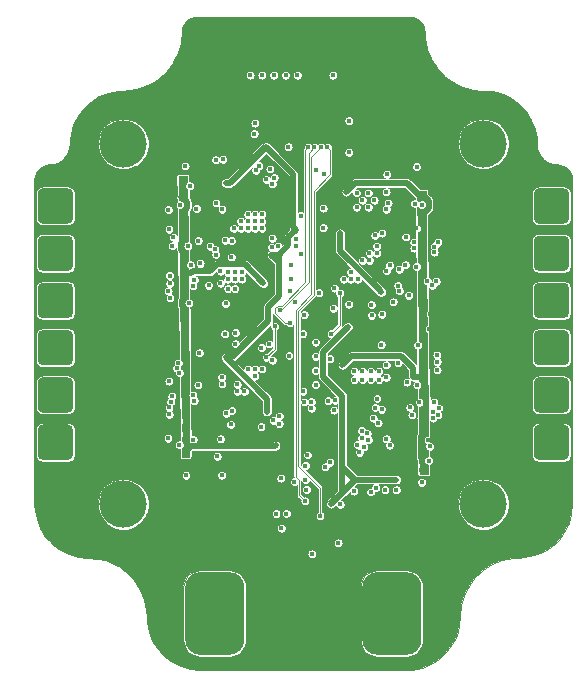
<source format=gbr>
%TF.GenerationSoftware,KiCad,Pcbnew,(5.1.6-0-10_14)*%
%TF.CreationDate,2021-04-11T14:49:42-04:00*%
%TF.ProjectId,F051_ESC-4in1-V2,46303531-5f45-4534-932d-34696e312d56,rev?*%
%TF.SameCoordinates,Original*%
%TF.FileFunction,Copper,L3,Inr*%
%TF.FilePolarity,Positive*%
%FSLAX46Y46*%
G04 Gerber Fmt 4.6, Leading zero omitted, Abs format (unit mm)*
G04 Created by KiCad (PCBNEW (5.1.6-0-10_14)) date 2021-04-11 14:49:42*
%MOMM*%
%LPD*%
G01*
G04 APERTURE LIST*
%TA.AperFunction,ViaPad*%
%ADD10C,4.000000*%
%TD*%
%TA.AperFunction,ViaPad*%
%ADD11C,0.457200*%
%TD*%
%TA.AperFunction,ViaPad*%
%ADD12C,0.450000*%
%TD*%
%TA.AperFunction,Conductor*%
%ADD13C,0.250000*%
%TD*%
%TA.AperFunction,Conductor*%
%ADD14C,0.500000*%
%TD*%
%TA.AperFunction,Conductor*%
%ADD15C,0.100000*%
%TD*%
G04 APERTURE END LIST*
%TO.N,/MCU_4/PhaseA*%
%TO.C,J10*%
%TA.AperFunction,ViaPad*%
G36*
G01*
X120050000Y-80000000D02*
X117950000Y-80000000D01*
G75*
G02*
X117500000Y-79550000I0J450000D01*
G01*
X117500000Y-77450000D01*
G75*
G02*
X117950000Y-77000000I450000J0D01*
G01*
X120050000Y-77000000D01*
G75*
G02*
X120500000Y-77450000I0J-450000D01*
G01*
X120500000Y-79550000D01*
G75*
G02*
X120050000Y-80000000I-450000J0D01*
G01*
G37*
%TD.AperFunction*%
%TO.N,/MCU_4/PhaseB*%
%TA.AperFunction,ViaPad*%
G36*
G01*
X120050000Y-84000000D02*
X117950000Y-84000000D01*
G75*
G02*
X117500000Y-83550000I0J450000D01*
G01*
X117500000Y-81450000D01*
G75*
G02*
X117950000Y-81000000I450000J0D01*
G01*
X120050000Y-81000000D01*
G75*
G02*
X120500000Y-81450000I0J-450000D01*
G01*
X120500000Y-83550000D01*
G75*
G02*
X120050000Y-84000000I-450000J0D01*
G01*
G37*
%TD.AperFunction*%
%TO.N,/MCU_4/PhaseC*%
%TA.AperFunction,ViaPad*%
G36*
G01*
X120050000Y-88000000D02*
X117950000Y-88000000D01*
G75*
G02*
X117500000Y-87550000I0J450000D01*
G01*
X117500000Y-85450000D01*
G75*
G02*
X117950000Y-85000000I450000J0D01*
G01*
X120050000Y-85000000D01*
G75*
G02*
X120500000Y-85450000I0J-450000D01*
G01*
X120500000Y-87550000D01*
G75*
G02*
X120050000Y-88000000I-450000J0D01*
G01*
G37*
%TD.AperFunction*%
%TD*%
%TO.N,/MCU_1/PhaseA*%
%TO.C,J6*%
%TA.AperFunction,ViaPad*%
G36*
G01*
X159950000Y-97000000D02*
X162050000Y-97000000D01*
G75*
G02*
X162500000Y-97450000I0J-450000D01*
G01*
X162500000Y-99550000D01*
G75*
G02*
X162050000Y-100000000I-450000J0D01*
G01*
X159950000Y-100000000D01*
G75*
G02*
X159500000Y-99550000I0J450000D01*
G01*
X159500000Y-97450000D01*
G75*
G02*
X159950000Y-97000000I450000J0D01*
G01*
G37*
%TD.AperFunction*%
%TO.N,/MCU_1/PhaseB*%
%TA.AperFunction,ViaPad*%
G36*
G01*
X159950000Y-93000000D02*
X162050000Y-93000000D01*
G75*
G02*
X162500000Y-93450000I0J-450000D01*
G01*
X162500000Y-95550000D01*
G75*
G02*
X162050000Y-96000000I-450000J0D01*
G01*
X159950000Y-96000000D01*
G75*
G02*
X159500000Y-95550000I0J450000D01*
G01*
X159500000Y-93450000D01*
G75*
G02*
X159950000Y-93000000I450000J0D01*
G01*
G37*
%TD.AperFunction*%
%TO.N,/MCU_1/PhaseC*%
%TA.AperFunction,ViaPad*%
G36*
G01*
X159950000Y-89000000D02*
X162050000Y-89000000D01*
G75*
G02*
X162500000Y-89450000I0J-450000D01*
G01*
X162500000Y-91550000D01*
G75*
G02*
X162050000Y-92000000I-450000J0D01*
G01*
X159950000Y-92000000D01*
G75*
G02*
X159500000Y-91550000I0J450000D01*
G01*
X159500000Y-89450000D01*
G75*
G02*
X159950000Y-89000000I450000J0D01*
G01*
G37*
%TD.AperFunction*%
%TD*%
%TO.N,/MCU_2/PhaseA*%
%TO.C,J8*%
%TA.AperFunction,ViaPad*%
G36*
G01*
X159950000Y-85000000D02*
X162050000Y-85000000D01*
G75*
G02*
X162500000Y-85450000I0J-450000D01*
G01*
X162500000Y-87550000D01*
G75*
G02*
X162050000Y-88000000I-450000J0D01*
G01*
X159950000Y-88000000D01*
G75*
G02*
X159500000Y-87550000I0J450000D01*
G01*
X159500000Y-85450000D01*
G75*
G02*
X159950000Y-85000000I450000J0D01*
G01*
G37*
%TD.AperFunction*%
%TO.N,/MCU_2/PhaseB*%
%TA.AperFunction,ViaPad*%
G36*
G01*
X159950000Y-81000000D02*
X162050000Y-81000000D01*
G75*
G02*
X162500000Y-81450000I0J-450000D01*
G01*
X162500000Y-83550000D01*
G75*
G02*
X162050000Y-84000000I-450000J0D01*
G01*
X159950000Y-84000000D01*
G75*
G02*
X159500000Y-83550000I0J450000D01*
G01*
X159500000Y-81450000D01*
G75*
G02*
X159950000Y-81000000I450000J0D01*
G01*
G37*
%TD.AperFunction*%
%TO.N,/MCU_2/PhaseC*%
%TA.AperFunction,ViaPad*%
G36*
G01*
X159950000Y-77000000D02*
X162050000Y-77000000D01*
G75*
G02*
X162500000Y-77450000I0J-450000D01*
G01*
X162500000Y-79550000D01*
G75*
G02*
X162050000Y-80000000I-450000J0D01*
G01*
X159950000Y-80000000D01*
G75*
G02*
X159500000Y-79550000I0J450000D01*
G01*
X159500000Y-77450000D01*
G75*
G02*
X159950000Y-77000000I450000J0D01*
G01*
G37*
%TD.AperFunction*%
%TD*%
D10*
%TO.N,GND*%
%TO.C,H4*%
X124750000Y-73250000D03*
%TD*%
%TO.N,VCC*%
%TO.C,J1*%
%TA.AperFunction,ViaPad*%
G36*
G01*
X150000000Y-110750000D02*
X150000000Y-115250000D01*
G75*
G02*
X148750000Y-116500000I-1250000J0D01*
G01*
X146250000Y-116500000D01*
G75*
G02*
X145000000Y-115250000I0J1250000D01*
G01*
X145000000Y-110750000D01*
G75*
G02*
X146250000Y-109500000I1250000J0D01*
G01*
X148750000Y-109500000D01*
G75*
G02*
X150000000Y-110750000I0J-1250000D01*
G01*
G37*
%TD.AperFunction*%
%TO.N,GND*%
%TA.AperFunction,ViaPad*%
G36*
G01*
X135000000Y-110750000D02*
X135000000Y-115250000D01*
G75*
G02*
X133750000Y-116500000I-1250000J0D01*
G01*
X131250000Y-116500000D01*
G75*
G02*
X130000000Y-115250000I0J1250000D01*
G01*
X130000000Y-110750000D01*
G75*
G02*
X131250000Y-109500000I1250000J0D01*
G01*
X133750000Y-109500000D01*
G75*
G02*
X135000000Y-110750000I0J-1250000D01*
G01*
G37*
%TD.AperFunction*%
%TD*%
%TO.N,GND*%
%TO.C,H3*%
X124750000Y-103750000D03*
%TD*%
%TO.N,GND*%
%TO.C,H2*%
X155250000Y-73250000D03*
%TD*%
%TO.N,GND*%
%TO.C,H1*%
X155250000Y-103750000D03*
%TD*%
%TO.N,/MCU 3/PhaseA*%
%TO.C,J11*%
%TA.AperFunction,ViaPad*%
G36*
G01*
X120050000Y-92000000D02*
X117950000Y-92000000D01*
G75*
G02*
X117500000Y-91550000I0J450000D01*
G01*
X117500000Y-89450000D01*
G75*
G02*
X117950000Y-89000000I450000J0D01*
G01*
X120050000Y-89000000D01*
G75*
G02*
X120500000Y-89450000I0J-450000D01*
G01*
X120500000Y-91550000D01*
G75*
G02*
X120050000Y-92000000I-450000J0D01*
G01*
G37*
%TD.AperFunction*%
%TO.N,/MCU 3/PhaseB*%
%TA.AperFunction,ViaPad*%
G36*
G01*
X120050000Y-96000000D02*
X117950000Y-96000000D01*
G75*
G02*
X117500000Y-95550000I0J450000D01*
G01*
X117500000Y-93450000D01*
G75*
G02*
X117950000Y-93000000I450000J0D01*
G01*
X120050000Y-93000000D01*
G75*
G02*
X120500000Y-93450000I0J-450000D01*
G01*
X120500000Y-95550000D01*
G75*
G02*
X120050000Y-96000000I-450000J0D01*
G01*
G37*
%TD.AperFunction*%
%TO.N,/MCU 3/PhaseC*%
%TA.AperFunction,ViaPad*%
G36*
G01*
X120050000Y-100000000D02*
X117950000Y-100000000D01*
G75*
G02*
X117500000Y-99550000I0J450000D01*
G01*
X117500000Y-97450000D01*
G75*
G02*
X117950000Y-97000000I450000J0D01*
G01*
X120050000Y-97000000D01*
G75*
G02*
X120500000Y-97450000I0J-450000D01*
G01*
X120500000Y-99550000D01*
G75*
G02*
X120050000Y-100000000I-450000J0D01*
G01*
G37*
%TD.AperFunction*%
%TD*%
D11*
%TO.N,VCC*%
X147490000Y-114500000D03*
X147490000Y-116000000D03*
X148240000Y-115250000D03*
X148990000Y-116000000D03*
X148990000Y-114500000D03*
X149740000Y-115250000D03*
X149740000Y-110750000D03*
X149740000Y-112250000D03*
X149740000Y-113750000D03*
X148240000Y-113750000D03*
X148990000Y-113000000D03*
X148240000Y-112250000D03*
X148990000Y-111500000D03*
X148240000Y-110750000D03*
X148990000Y-110000000D03*
X147490000Y-111500000D03*
X147490000Y-110000000D03*
X146740000Y-112250000D03*
X146740000Y-110750000D03*
X145990000Y-110000000D03*
X145990000Y-111500000D03*
X145990000Y-113000000D03*
X145240000Y-112250000D03*
X145240000Y-110750000D03*
X145240000Y-113750000D03*
X145240000Y-115250000D03*
X145990000Y-116000000D03*
X145990000Y-114500000D03*
X146740000Y-113750000D03*
X146740000Y-115250000D03*
X147500000Y-113000000D03*
D12*
%TO.N,GND*%
X135900000Y-71490000D03*
X142940000Y-107020000D03*
X138140000Y-105780000D03*
X137690000Y-104550000D03*
X138560000Y-104540000D03*
X134200000Y-84100000D03*
X133600000Y-84100000D03*
X130220000Y-81880000D03*
X128910000Y-81870000D03*
X151040000Y-95110000D03*
X149830000Y-95110000D03*
X135000000Y-94200000D03*
X134400000Y-94200000D03*
X134400000Y-93600000D03*
X135900000Y-92900000D03*
X135300000Y-92300000D03*
X135900000Y-92300000D03*
X136500000Y-92300000D03*
X134700000Y-79800000D03*
X134100000Y-80400000D03*
X134700000Y-80400000D03*
X135300000Y-80400000D03*
X135900000Y-80400000D03*
X136500000Y-80400000D03*
X136500000Y-79800000D03*
X135900000Y-79800000D03*
X135300000Y-79800000D03*
X135300000Y-79200000D03*
X135900000Y-79200000D03*
X136500000Y-79200000D03*
X135960000Y-75480000D03*
X133170000Y-74550000D03*
X129990000Y-75110000D03*
X132490000Y-82150000D03*
X132590000Y-82610000D03*
X132100000Y-81910000D03*
X129410000Y-91790000D03*
X137950000Y-96930000D03*
X137450000Y-96660000D03*
X142090000Y-94990000D03*
X143400000Y-84700000D03*
X144000000Y-84700000D03*
X144000000Y-84100000D03*
X145000000Y-83100000D03*
X145600000Y-83100000D03*
X145600000Y-82500000D03*
X146200000Y-82500000D03*
X146200000Y-81900000D03*
X143850000Y-73960000D03*
X143850000Y-71280000D03*
X151070000Y-82410000D03*
X144300000Y-92500000D03*
X145000000Y-92500000D03*
X145700000Y-92500000D03*
X146400000Y-92500000D03*
X146400000Y-93200000D03*
X145700000Y-93200000D03*
X145000000Y-93200000D03*
X144300000Y-93200000D03*
X145910000Y-96470000D03*
X146330000Y-96870000D03*
X145400000Y-97760000D03*
X144930000Y-97530000D03*
X145500000Y-98280000D03*
X144930000Y-98170000D03*
X145130000Y-98910000D03*
X144580000Y-98700000D03*
X144750000Y-99360000D03*
X146120000Y-102360000D03*
X145700000Y-102720000D03*
X144280000Y-102650000D03*
X141850000Y-100590000D03*
X142260000Y-100200000D03*
X150500000Y-84870000D03*
X150900000Y-85210000D03*
X139760000Y-79320000D03*
X142240000Y-91430000D03*
X150010000Y-101890000D03*
X146910000Y-102520000D03*
X147870000Y-102530000D03*
X140260000Y-102510000D03*
X139970000Y-94190000D03*
X133340000Y-89330000D03*
X134250000Y-89220000D03*
X134250000Y-90170000D03*
X139950000Y-89310000D03*
X140070000Y-87700000D03*
X143830000Y-86810000D03*
X145760000Y-86850000D03*
X145770000Y-87760000D03*
X146640000Y-87670000D03*
X147600000Y-86610000D03*
D11*
X134010000Y-110000000D03*
X133260000Y-110750000D03*
X134010000Y-111500000D03*
X133260000Y-112250000D03*
X134010000Y-113000000D03*
X133260000Y-113750000D03*
X134760000Y-113750000D03*
X134760000Y-112250000D03*
X134760000Y-110750000D03*
X134760000Y-115250000D03*
X134010000Y-114500000D03*
X134010000Y-116000000D03*
X133260000Y-115250000D03*
X132510000Y-116000000D03*
X132510000Y-114500000D03*
X131760000Y-115250000D03*
X131760000Y-113750000D03*
X131010000Y-114500000D03*
X131010000Y-116000000D03*
X130260000Y-115250000D03*
X130260000Y-113750000D03*
X130260000Y-110750000D03*
X130260000Y-112250000D03*
X131010000Y-113000000D03*
X131010000Y-111500000D03*
X131010000Y-110000000D03*
X131760000Y-110750000D03*
X131760000Y-112250000D03*
X132510000Y-110000000D03*
X132510000Y-111500000D03*
D12*
X148000000Y-85240000D03*
X148130000Y-85690000D03*
X149360000Y-81570000D03*
X149360000Y-82070000D03*
X141680000Y-78690000D03*
X137855906Y-81890906D03*
X141679998Y-80340000D03*
X148030000Y-91780000D03*
X151070000Y-81930000D03*
X145500000Y-78600000D03*
X144500000Y-78600000D03*
X146000000Y-78000000D03*
X145500000Y-77400000D03*
X144500000Y-77400000D03*
X144600000Y-84700000D03*
X137970000Y-96280000D03*
X129510000Y-92620000D03*
X129270000Y-92230000D03*
X130640000Y-94510000D03*
X130750000Y-94990000D03*
X132580000Y-74590000D03*
X136230000Y-75090000D03*
X128620000Y-80470000D03*
X128570000Y-78810000D03*
X128870000Y-94610000D03*
X151330000Y-91690000D03*
X151330000Y-92390000D03*
X139760000Y-82590000D03*
X150960000Y-95930000D03*
X151390000Y-96200000D03*
X150970000Y-96460000D03*
X130770000Y-84760000D03*
X130630000Y-85250000D03*
X131970000Y-85210000D03*
X128560000Y-85680000D03*
X128700000Y-85060000D03*
X128670000Y-84390000D03*
X128640000Y-96140000D03*
X128630000Y-95550000D03*
X128760000Y-95070000D03*
X151250000Y-84870000D03*
X151380000Y-81570000D03*
X134800000Y-84100000D03*
X134800000Y-84700000D03*
X134200000Y-84700000D03*
X133600000Y-84700000D03*
X134200000Y-85500000D03*
X133600000Y-85500000D03*
X145000000Y-78000000D03*
X135840000Y-72380000D03*
D11*
X132500000Y-113000000D03*
D12*
X136455315Y-90494339D03*
%TO.N,+3V3*%
X143090000Y-80802500D03*
X137294388Y-82620282D03*
X139371753Y-80505000D03*
X133410000Y-91325000D03*
X142342500Y-103712500D03*
X147860000Y-101680003D03*
X133410000Y-76562500D03*
X136910000Y-95920000D03*
X136851897Y-73510000D03*
X143770000Y-88740000D03*
X142860000Y-94150000D03*
X146590000Y-85790000D03*
X140720000Y-107950000D03*
X137010000Y-87010000D03*
%TO.N,Net-(Q1-Pad4)*%
X150694767Y-98854421D03*
%TO.N,Net-(Q3-Pad4)*%
X149610000Y-93640000D03*
%TO.N,Net-(Q5-Pad4)*%
X149674493Y-90283019D03*
%TO.N,VCC_Shunt*%
X130750000Y-99430000D03*
X151070000Y-89220000D03*
X150640000Y-88930000D03*
X126500000Y-89200000D03*
X126500000Y-92200000D03*
X126500000Y-91200000D03*
X126500000Y-90200000D03*
X126500000Y-86500000D03*
X131220000Y-74330000D03*
X137720000Y-71700000D03*
X137270000Y-71180000D03*
X148380000Y-87600000D03*
X150980000Y-87150000D03*
X150740000Y-87650000D03*
X129450000Y-97800000D03*
X132530000Y-97300000D03*
X150970000Y-97040000D03*
X146720000Y-63500000D03*
X146810000Y-64050000D03*
X146720000Y-62940000D03*
X141400000Y-110500000D03*
X140400000Y-110500000D03*
X138400000Y-110500000D03*
X139400000Y-110500000D03*
X138900000Y-110000000D03*
X138400000Y-109500000D03*
X139400000Y-109500000D03*
X140400000Y-109500000D03*
X141400000Y-109500000D03*
X140900000Y-110000000D03*
X139900000Y-110000000D03*
X140900000Y-111000000D03*
X139900000Y-111000000D03*
X138900000Y-111000000D03*
X139400000Y-111500000D03*
X138400000Y-111500000D03*
X141400000Y-111500000D03*
X140400000Y-111500000D03*
X143400000Y-110500000D03*
X142400000Y-110500000D03*
X142400000Y-109500000D03*
X143400000Y-109500000D03*
X142900000Y-110000000D03*
X141900000Y-110000000D03*
X143400000Y-111500000D03*
X142400000Y-111500000D03*
X141900000Y-111000000D03*
X142900000Y-111000000D03*
X136400000Y-110500000D03*
X136900000Y-110000000D03*
X136400000Y-109500000D03*
X136400000Y-111500000D03*
X136900000Y-111000000D03*
X144500000Y-67405000D03*
X144500000Y-66930000D03*
X144500000Y-67910000D03*
X148030000Y-77130000D03*
X149190000Y-77790000D03*
X147790000Y-79850000D03*
X150570000Y-98310000D03*
X140290000Y-96570000D03*
X140650000Y-96960000D03*
X134710000Y-68550000D03*
X148550000Y-102450000D03*
X132130000Y-101830000D03*
X132530000Y-97750000D03*
X129440000Y-96730000D03*
X130470000Y-101870000D03*
X149000000Y-102670000D03*
X149440000Y-102480000D03*
X149360000Y-100080000D03*
X148270000Y-100150000D03*
X134210000Y-68550000D03*
X133710000Y-68550000D03*
X133210000Y-68550000D03*
X132710000Y-68550000D03*
X137080000Y-72470000D03*
X137810000Y-72450000D03*
X131730000Y-76850000D03*
X126500000Y-85500000D03*
X126500000Y-84500000D03*
X126500000Y-83500000D03*
X126500000Y-79900000D03*
X126500000Y-80900000D03*
X126500000Y-78900000D03*
X126500000Y-77900000D03*
X126500000Y-95800000D03*
X126500000Y-96800000D03*
X126500000Y-97800000D03*
X126500000Y-94800000D03*
X153500000Y-97000000D03*
X153500000Y-98000000D03*
X153500000Y-99000000D03*
X153500000Y-96000000D03*
X153500000Y-90400000D03*
X153500000Y-92400000D03*
X153500000Y-93400000D03*
X153500000Y-91400000D03*
X153500000Y-84800000D03*
X153500000Y-87800000D03*
X153500000Y-86800000D03*
X153500000Y-85800000D03*
X153500000Y-80200000D03*
X153500000Y-82200000D03*
X153500000Y-81200000D03*
X153500000Y-79200000D03*
X153500000Y-78200000D03*
X153500000Y-83800000D03*
X153500000Y-89300000D03*
X153500000Y-95000000D03*
X126500000Y-98800000D03*
X126500000Y-93200000D03*
X126500000Y-87500000D03*
X126500000Y-81900000D03*
X146800000Y-68560000D03*
X145800000Y-68560000D03*
X146300000Y-68560000D03*
X145300000Y-68560000D03*
X147300000Y-68560000D03*
X130690000Y-99900000D03*
X131960000Y-99880000D03*
X149560000Y-80400000D03*
X134240000Y-108440000D03*
X133240000Y-108440000D03*
X133740000Y-108440000D03*
X132740000Y-108440000D03*
X134740000Y-108440000D03*
X145790000Y-108440000D03*
X147290000Y-108440000D03*
X146290000Y-108440000D03*
X146790000Y-108440000D03*
X145290000Y-108440000D03*
X148030000Y-98900000D03*
%TO.N,/Curent Sense/CURR*%
X141415000Y-104730000D03*
X139490000Y-67425000D03*
X142040000Y-73539984D03*
%TO.N,Net-(Q7-Pad4)*%
X149575811Y-83625817D03*
%TO.N,Net-(Q9-Pad4)*%
X150030000Y-78385014D03*
%TO.N,Net-(Q11-Pad4)*%
X149580000Y-75170000D03*
%TO.N,Net-(Q13-Pad4)*%
X128610012Y-93330000D03*
%TO.N,Net-(Q15-Pad4)*%
X129504900Y-98715586D03*
%TO.N,Net-(Q17-Pad4)*%
X130060000Y-101310000D03*
%TO.N,/PWM_2*%
X137490000Y-67425000D03*
X140939978Y-73539988D03*
X138010000Y-87300000D03*
%TO.N,/PWM_1*%
X138490000Y-67425000D03*
X140127324Y-103462676D03*
X141489989Y-73539984D03*
%TO.N,Net-(R42-Pad1)*%
X137580000Y-88700000D03*
X136875934Y-91308338D03*
%TO.N,/MCU 3/PhaseA*%
X119500000Y-91000000D03*
X119000000Y-90500000D03*
X119500000Y-90000000D03*
X120000000Y-89500000D03*
X120000000Y-90500000D03*
X118500000Y-90000000D03*
X118000000Y-89500000D03*
X118500000Y-91000000D03*
X119000000Y-89500000D03*
X118000000Y-91500000D03*
X120000000Y-91500000D03*
X118000000Y-90500000D03*
X119000000Y-91500000D03*
X132980000Y-98220000D03*
X137370000Y-91550000D03*
X131071930Y-93652698D03*
%TO.N,/MOSFET Driver 3/VB1*%
X131200000Y-90940000D03*
X133843582Y-96999150D03*
%TO.N,/MCU 3/PhaseB*%
X119500000Y-94000000D03*
X118000000Y-93500000D03*
X118500000Y-95000000D03*
X120000000Y-94500000D03*
X120000000Y-93500000D03*
X119500000Y-95000000D03*
X118500000Y-94000000D03*
X119000000Y-93500000D03*
X118000000Y-95500000D03*
X120000000Y-95500000D03*
X118000000Y-94500000D03*
X119000000Y-95500000D03*
X132697500Y-99700000D03*
X138780000Y-91160000D03*
X128536766Y-98164477D03*
X130675014Y-98274990D03*
X119000000Y-94500000D03*
%TO.N,/MCU 3/PhaseC*%
X119500000Y-98000000D03*
X118500000Y-99000000D03*
X118000000Y-97500000D03*
X120000000Y-98500000D03*
X120000000Y-97500000D03*
X119000000Y-98500000D03*
X119500000Y-99000000D03*
X118500000Y-98000000D03*
X119000000Y-97500000D03*
X118000000Y-99500000D03*
X120000000Y-99500000D03*
X118000000Y-98500000D03*
X119000000Y-99500000D03*
X133080000Y-101290000D03*
X137120000Y-90190012D03*
%TO.N,/PWM_4*%
X135490000Y-67425000D03*
%TO.N,/PWM_3*%
X138843406Y-88384980D03*
X136490000Y-67425000D03*
X140389965Y-73539988D03*
%TO.N,/MCU 3/SWDIO*%
X133960000Y-95820000D03*
X141030000Y-93630000D03*
%TO.N,/MCU 3/SWCLK*%
X133460000Y-96050000D03*
X141030000Y-92430000D03*
%TO.N,/MCU 3/USART1_TX*%
X133110000Y-93560000D03*
X141030000Y-91230000D03*
%TO.N,/MCU 3/USART1_RX*%
X133080000Y-93000000D03*
X141030000Y-90030000D03*
%TO.N,Net-(Q19-Pad4)*%
X129560010Y-78396799D03*
%TO.N,Net-(Q21-Pad4)*%
X130450000Y-83480000D03*
%TO.N,Net-(Q23-Pad4)*%
X130310000Y-86710000D03*
%TO.N,+5V*%
X142490000Y-67425020D03*
%TO.N,+12V_2*%
X150290000Y-86070000D03*
X149950000Y-96460000D03*
X149960000Y-81320000D03*
X149990000Y-100870000D03*
X143660000Y-77250000D03*
X149300000Y-92960000D03*
X149797889Y-77567889D03*
X143308398Y-91968398D03*
%TO.N,+12V_1*%
X129790000Y-76290000D03*
X129810000Y-90940000D03*
X130050000Y-80550000D03*
X130080000Y-95620000D03*
X136420000Y-97180000D03*
X136622500Y-85040000D03*
X130640000Y-84030000D03*
X130040000Y-99290000D03*
X137650000Y-98770000D03*
%TO.N,Net-(R25-Pad1)*%
X143080000Y-85880000D03*
X142350000Y-89315000D03*
%TO.N,/MCU_2/PhaseA*%
X161000000Y-86500000D03*
X160500000Y-87000000D03*
X161500000Y-86000000D03*
X160000000Y-85500000D03*
X162000000Y-86500000D03*
X162000000Y-85500000D03*
X161500000Y-87000000D03*
X160500000Y-86000000D03*
X161000000Y-85500000D03*
X160000000Y-87500000D03*
X162000000Y-87500000D03*
X160000000Y-86500000D03*
X161000000Y-87500000D03*
X147020000Y-78780000D03*
X148630000Y-83480000D03*
X142635021Y-85450002D03*
%TO.N,/MOSFET_Driver_2/VB1*%
X148110000Y-83860000D03*
X148910000Y-86060000D03*
%TO.N,/MCU_2/PhaseB*%
X160500000Y-83000000D03*
X162000000Y-82500000D03*
X162000000Y-81500000D03*
X161500000Y-82000000D03*
X161000000Y-82500000D03*
X161500000Y-83000000D03*
X160000000Y-81500000D03*
X160500000Y-82000000D03*
X161000000Y-81500000D03*
X160000000Y-83500000D03*
X162000000Y-83500000D03*
X160000000Y-82500000D03*
X161000000Y-83500000D03*
X147015026Y-77310000D03*
X141325010Y-85840000D03*
X149430000Y-78290000D03*
%TO.N,/MOSFET_Driver_2/VB2*%
X147174898Y-78250000D03*
X148670000Y-81130000D03*
%TO.N,/MCU_2/PhaseC*%
X162000000Y-79500000D03*
X160000000Y-79500000D03*
X160000000Y-78500000D03*
X161000000Y-79500000D03*
X162000000Y-77500000D03*
X160500000Y-79000000D03*
X160500000Y-78000000D03*
X161000000Y-78500000D03*
X160000000Y-77500000D03*
X161500000Y-78000000D03*
X161500000Y-79000000D03*
X162000000Y-78500000D03*
X161000000Y-77500000D03*
X147064999Y-75825001D03*
X142543404Y-87163393D03*
%TO.N,/MCU_2/USART1_TX*%
X138830000Y-85690000D03*
X147312014Y-83525010D03*
%TO.N,/MCU_2/USART1_RX*%
X147037672Y-84001717D03*
X139300000Y-86640000D03*
%TO.N,/MCU_2/SWDIO*%
X138940000Y-83470000D03*
X146051486Y-80998168D03*
%TO.N,/MCU_2/SWCLK*%
X146650000Y-80802500D03*
X138940000Y-84670000D03*
%TO.N,/MOSFET_Driver_1/VB1*%
X146240172Y-94800174D03*
X150610000Y-100050000D03*
%TO.N,/MOSFET_Driver_1/VB2*%
X147015040Y-93010000D03*
X149020000Y-95560000D03*
%TO.N,/MCU_1/PhaseA*%
X161000000Y-98500000D03*
X160500000Y-99000000D03*
X161500000Y-98000000D03*
X160000000Y-97500000D03*
X162000000Y-98500000D03*
X162000000Y-97500000D03*
X161500000Y-99000000D03*
X160500000Y-98000000D03*
X161000000Y-97500000D03*
X160000000Y-99500000D03*
X162000000Y-99500000D03*
X160000000Y-98500000D03*
X161000000Y-99500000D03*
X140350000Y-99580000D03*
X149184773Y-96197509D03*
%TO.N,/MCU_1/PhaseB*%
X160000000Y-94500000D03*
X160000000Y-93500000D03*
X162000000Y-95500000D03*
X160000000Y-95500000D03*
X162000000Y-94500000D03*
X161000000Y-93500000D03*
X160500000Y-94000000D03*
X162000000Y-93500000D03*
X161500000Y-95000000D03*
X161000000Y-94500000D03*
X161500000Y-94000000D03*
X160500000Y-95000000D03*
X161000000Y-95500000D03*
X147020000Y-91960000D03*
X148770000Y-93420000D03*
X140175021Y-100473493D03*
X151450000Y-95600000D03*
%TO.N,/MCU_1/PhaseC*%
X160500000Y-91000000D03*
X161500000Y-90000000D03*
X161000000Y-90500000D03*
X162000000Y-89500000D03*
X160500000Y-90000000D03*
X162000000Y-90500000D03*
X161000000Y-89500000D03*
X161500000Y-91000000D03*
X160000000Y-91500000D03*
X160000000Y-89500000D03*
X162000000Y-91500000D03*
X160000000Y-90500000D03*
X161000000Y-91500000D03*
X146590000Y-90247500D03*
X140672507Y-95619969D03*
X151300001Y-91110000D03*
%TO.N,/MCU_1/USART1_TX*%
X147020000Y-98210000D03*
X138100000Y-101550000D03*
%TO.N,/MCU_1/USART1_RX*%
X147300000Y-98750000D03*
X139250002Y-101835021D03*
%TO.N,/MCU_1/SWDIO*%
X146090000Y-95562500D03*
X142580000Y-95790000D03*
X140669750Y-95069964D03*
%TO.N,/MCU_1/SWCLK*%
X146619813Y-95710146D03*
X142714917Y-94950000D03*
X140080000Y-95100000D03*
%TO.N,/MCU_1/SenseCOM*%
X143110000Y-103760000D03*
X140180000Y-101660000D03*
%TO.N,/MOSFET_Driver_4/VB1*%
X133910000Y-82830000D03*
X130380000Y-76800000D03*
%TO.N,/MOSFET_Driver_4/VB2*%
X131100000Y-81430000D03*
X132984988Y-84020000D03*
%TO.N,/MCU_4/PhaseA*%
X119000000Y-78500000D03*
X119000000Y-77500000D03*
X118500000Y-79000000D03*
X118000000Y-79500000D03*
X120000000Y-79500000D03*
X118000000Y-78500000D03*
X119000000Y-79500000D03*
X118000000Y-77500000D03*
X120000000Y-78500000D03*
X118500000Y-78000000D03*
X120000000Y-77500000D03*
X119500000Y-78000000D03*
X119500000Y-79000000D03*
X130950000Y-78720000D03*
X137368846Y-76630724D03*
%TO.N,/MCU_4/PhaseB*%
X132980000Y-85040000D03*
X119000000Y-82500000D03*
X119000000Y-83500000D03*
X119500000Y-83000000D03*
X118000000Y-81500000D03*
X119000000Y-81500000D03*
X120000000Y-83500000D03*
X118000000Y-82500000D03*
X118000000Y-83500000D03*
X118500000Y-83000000D03*
X120000000Y-81500000D03*
X118500000Y-82000000D03*
X120000000Y-82500000D03*
X119500000Y-82000000D03*
X131260000Y-83337500D03*
X137526317Y-76103742D03*
X129000000Y-81160000D03*
%TO.N,/MCU_4/PhaseC*%
X119000000Y-86500000D03*
X119500000Y-86000000D03*
X120000000Y-85500000D03*
X120000000Y-86500000D03*
X118500000Y-86000000D03*
X119500000Y-87000000D03*
X118000000Y-85500000D03*
X118500000Y-87000000D03*
X119000000Y-85500000D03*
X118000000Y-87500000D03*
X120000000Y-87500000D03*
X118000000Y-86500000D03*
X119000000Y-87500000D03*
X133410000Y-86750000D03*
X137160009Y-75370010D03*
X128710000Y-86262989D03*
%TO.N,/MCU_4/USART1_TX*%
X133109998Y-78780000D03*
X141714990Y-75750000D03*
%TO.N,/MCU_4/USART1_RX*%
X132610000Y-78250000D03*
X141090000Y-75490000D03*
%TO.N,/MCU_4/SWDIO*%
X133922038Y-81438247D03*
X137365692Y-81236670D03*
X139400000Y-81310000D03*
%TO.N,/MCU_4/SWCLK*%
X133373083Y-81404178D03*
X139371763Y-81859285D03*
X137316948Y-82000621D03*
%TO.N,Net-(R65-Pad1)*%
X136870000Y-76252510D03*
X138720000Y-73490000D03*
%TD*%
D13*
%TO.N,+3V3*%
X143090000Y-80802500D02*
X143092500Y-80802500D01*
D14*
X137910000Y-83235894D02*
X137294388Y-82620282D01*
X138740000Y-81136753D02*
X139371753Y-80505000D01*
X137939718Y-82620282D02*
X138740000Y-81820000D01*
X137294388Y-82620282D02*
X137939718Y-82620282D01*
X138740000Y-81820000D02*
X138740000Y-81136753D01*
X137910000Y-82650000D02*
X137939718Y-82620282D01*
X137910000Y-83235894D02*
X137910000Y-82650000D01*
X136910000Y-94825000D02*
X136910000Y-95920000D01*
X133410000Y-91325000D02*
X136910000Y-94825000D01*
X139371753Y-80505000D02*
X139146754Y-80280001D01*
X139146754Y-80280001D02*
X139146754Y-75804857D01*
X139146754Y-75804857D02*
X136851897Y-73510000D01*
X133410000Y-76562500D02*
X133799397Y-76562500D01*
X133799397Y-76562500D02*
X136851897Y-73510000D01*
X141664999Y-90845001D02*
X141664999Y-92954999D01*
X143770000Y-88740000D02*
X141664999Y-90845001D01*
X141664999Y-92954999D02*
X142860000Y-94150000D01*
X143290000Y-94580000D02*
X142860000Y-94150000D01*
X142342500Y-103712500D02*
X143290000Y-102765000D01*
X143092500Y-80802500D02*
X143092500Y-82292500D01*
X143092500Y-82292500D02*
X146365001Y-85565001D01*
X146365001Y-85565001D02*
X146590000Y-85790000D01*
X137910000Y-86110000D02*
X137010000Y-87010000D01*
X133953198Y-91325000D02*
X137010000Y-88268198D01*
X133410000Y-91325000D02*
X133953198Y-91325000D01*
X137010000Y-88268198D02*
X137010000Y-87010000D01*
X137910000Y-83235894D02*
X137910000Y-86110000D01*
X144374997Y-101680003D02*
X143290000Y-102765000D01*
X147860000Y-101680003D02*
X144374997Y-101680003D01*
X144374997Y-101680003D02*
X144370003Y-101680003D01*
X144370003Y-101680003D02*
X143290000Y-100600000D01*
X143290000Y-100600000D02*
X143290000Y-94580000D01*
X143290000Y-102765000D02*
X143290000Y-100600000D01*
D15*
%TO.N,/Curent Sense/CURR*%
X141415000Y-102339998D02*
X139565877Y-100490875D01*
X142264999Y-73764983D02*
X142040000Y-73539984D01*
X141415000Y-104730000D02*
X141415000Y-102339998D01*
X139565877Y-100490875D02*
X139565877Y-87358039D01*
X139565877Y-87358039D02*
X140870021Y-86053895D01*
X140870021Y-77221920D02*
X142264999Y-75826942D01*
X140870021Y-86053895D02*
X140870021Y-77221920D01*
X142264999Y-75826942D02*
X142264999Y-73764983D01*
%TO.N,/PWM_2*%
X140939978Y-73539988D02*
X140470000Y-74009966D01*
X138070000Y-87300000D02*
X138010000Y-87300000D01*
X140470000Y-74009966D02*
X140470000Y-84900000D01*
X140470000Y-84900000D02*
X138070000Y-87300000D01*
%TO.N,/PWM_1*%
X140670010Y-74359963D02*
X141489989Y-73539984D01*
X139635001Y-102970353D02*
X139635001Y-101679999D01*
X139364999Y-101409997D02*
X139364999Y-87276059D01*
X139635001Y-101679999D02*
X139364999Y-101409997D01*
X140127324Y-103462676D02*
X139635001Y-102970353D01*
X140670010Y-85971048D02*
X140670010Y-74359963D01*
X139364999Y-87276059D02*
X140670010Y-85971048D01*
%TO.N,Net-(R42-Pad1)*%
X137570000Y-90614272D02*
X136875934Y-91308338D01*
X137570000Y-88700000D02*
X137570000Y-90614272D01*
%TO.N,/PWM_3*%
X138150004Y-86924998D02*
X140164966Y-84910036D01*
X137574999Y-87530001D02*
X137574999Y-87169997D01*
X137574999Y-87169997D02*
X137819998Y-86924998D01*
X138429978Y-88384980D02*
X137574999Y-87530001D01*
X137819998Y-86924998D02*
X138150004Y-86924998D01*
X140164966Y-73764987D02*
X140389965Y-73539988D01*
X138843406Y-88384980D02*
X138429978Y-88384980D01*
X140164966Y-84910036D02*
X140164966Y-73764987D01*
D14*
%TO.N,+12V_2*%
X150405001Y-95445999D02*
X150405001Y-94833999D01*
X150405001Y-94833999D02*
X150170501Y-94599499D01*
X150090000Y-95760000D02*
X150091000Y-95760000D01*
X150091000Y-95760000D02*
X150405001Y-95445999D01*
X149920000Y-99090000D02*
X149920000Y-98010000D01*
X150034999Y-99903997D02*
X150034999Y-100294999D01*
X149920000Y-99090000D02*
X149920000Y-99788998D01*
X149920000Y-99788998D02*
X150034999Y-99903997D01*
X149920000Y-98010000D02*
X150230000Y-97700000D01*
X149300000Y-92960000D02*
X149970000Y-92960000D01*
X148780000Y-76550000D02*
X149797889Y-77567889D01*
X144380000Y-76550000D02*
X148780000Y-76550000D01*
X143630000Y-77300000D02*
X144380000Y-76550000D01*
X150605001Y-78666001D02*
X150605001Y-78056803D01*
X150116087Y-77567889D02*
X149797889Y-77567889D01*
X149982996Y-79012996D02*
X150258006Y-79012996D01*
X150605001Y-78056803D02*
X150116087Y-77567889D01*
X150258006Y-79012996D02*
X150605001Y-78666001D01*
X144071797Y-91204999D02*
X143308398Y-91968398D01*
X148304999Y-91204999D02*
X144071797Y-91204999D01*
X149300000Y-92200000D02*
X148304999Y-91204999D01*
X149300000Y-92960000D02*
X149300000Y-92200000D01*
%TO.N,+12V_1*%
X129644999Y-81603999D02*
X129644999Y-82184999D01*
X129860000Y-81388998D02*
X129644999Y-81603999D01*
X129860000Y-81330000D02*
X129860000Y-81388998D01*
X129644999Y-82184999D02*
X129870000Y-82410000D01*
X130135011Y-78672800D02*
X129836011Y-78971800D01*
X129650000Y-77750000D02*
X129764213Y-77750000D01*
X129764213Y-77750000D02*
X130135011Y-78120798D01*
X130135011Y-78120798D02*
X130135011Y-78672800D01*
X129734999Y-87004999D02*
X129734999Y-86433999D01*
X129734999Y-86433999D02*
X129959499Y-86209499D01*
X130090000Y-87360000D02*
X129734999Y-87004999D01*
X130040000Y-99290000D02*
X130480000Y-98850000D01*
X130640000Y-84030000D02*
X130510000Y-84160000D01*
X130510000Y-84160000D02*
X130030000Y-84160000D01*
X132123986Y-84030000D02*
X132708987Y-83444999D01*
X135027499Y-83444999D02*
X136622500Y-85040000D01*
X132708987Y-83444999D02*
X135027499Y-83444999D01*
X130640000Y-84030000D02*
X132123986Y-84030000D01*
X137570000Y-98850000D02*
X130480000Y-98850000D01*
X137650000Y-98770000D02*
X137570000Y-98850000D01*
D15*
%TO.N,Net-(R25-Pad1)*%
X143080000Y-88585000D02*
X142350000Y-89315000D01*
X143080000Y-85880000D02*
X143080000Y-88585000D01*
%TD*%
%TO.N,VCC_Shunt*%
G36*
X149247438Y-62500340D02*
G01*
X149485455Y-62572202D01*
X149704976Y-62688923D01*
X149897649Y-62846065D01*
X150056126Y-63037629D01*
X150174381Y-63256337D01*
X150247902Y-63493846D01*
X150275218Y-63753741D01*
X150275077Y-63755890D01*
X150275308Y-63761776D01*
X150301329Y-64258285D01*
X150303232Y-64271408D01*
X150304271Y-64284613D01*
X150305344Y-64290405D01*
X150474929Y-65142969D01*
X150479947Y-65159910D01*
X150484513Y-65176949D01*
X150486624Y-65182448D01*
X150808737Y-65989830D01*
X150816746Y-66005548D01*
X150824352Y-66021496D01*
X150827430Y-66026518D01*
X151291283Y-66761681D01*
X151302035Y-66775692D01*
X151312408Y-66789970D01*
X151316349Y-66794347D01*
X151906407Y-67432668D01*
X151919532Y-67444486D01*
X151932334Y-67456634D01*
X151937007Y-67460220D01*
X152633509Y-67980323D01*
X152648567Y-67989550D01*
X152663369Y-67999163D01*
X152668617Y-68001837D01*
X153448237Y-68386303D01*
X153464700Y-68392622D01*
X153481030Y-68399387D01*
X153486678Y-68401059D01*
X154323306Y-68637013D01*
X154340675Y-68640232D01*
X154357935Y-68643901D01*
X154363793Y-68644517D01*
X155229405Y-68724055D01*
X155229412Y-68724056D01*
X156074445Y-68801703D01*
X156871276Y-69026434D01*
X157613810Y-69392610D01*
X158277180Y-69887973D01*
X158839172Y-70495932D01*
X159280962Y-71196128D01*
X159587750Y-71965097D01*
X159750136Y-72781471D01*
X159775020Y-73256287D01*
X159775038Y-73261267D01*
X159776032Y-73271044D01*
X159775963Y-73280864D01*
X159776270Y-73283990D01*
X159806870Y-73575136D01*
X159810975Y-73595138D01*
X159814792Y-73615144D01*
X159815699Y-73618151D01*
X159902267Y-73897807D01*
X159910192Y-73916661D01*
X159917810Y-73935515D01*
X159919284Y-73938289D01*
X160058523Y-74195805D01*
X160069935Y-74212724D01*
X160081093Y-74229775D01*
X160083078Y-74232209D01*
X160269684Y-74457776D01*
X160284154Y-74472146D01*
X160298422Y-74486716D01*
X160300836Y-74488713D01*
X160300842Y-74488719D01*
X160300849Y-74488723D01*
X160527706Y-74673745D01*
X160544720Y-74685048D01*
X160561519Y-74696551D01*
X160564282Y-74698045D01*
X160822763Y-74835482D01*
X160841605Y-74843248D01*
X160860361Y-74851287D01*
X160863362Y-74852216D01*
X161143616Y-74936830D01*
X161163611Y-74940789D01*
X161183568Y-74945031D01*
X161186692Y-74945359D01*
X161478044Y-74973926D01*
X161747438Y-75000340D01*
X161985455Y-75072202D01*
X162204976Y-75188923D01*
X162397649Y-75346065D01*
X162556126Y-75537629D01*
X162674381Y-75756337D01*
X162747902Y-75993846D01*
X162775000Y-76251668D01*
X162775001Y-103739675D01*
X162698297Y-104574440D01*
X162473567Y-105371275D01*
X162107390Y-106113810D01*
X161612025Y-106777183D01*
X161004068Y-107339172D01*
X160303877Y-107780960D01*
X159534903Y-108087750D01*
X158718531Y-108250136D01*
X158238224Y-108275308D01*
X157741714Y-108301329D01*
X157728595Y-108303231D01*
X157715387Y-108304271D01*
X157709595Y-108305344D01*
X156857032Y-108474929D01*
X156840106Y-108479943D01*
X156823050Y-108484513D01*
X156817551Y-108486624D01*
X156010170Y-108808737D01*
X155994465Y-108816739D01*
X155978504Y-108824352D01*
X155973482Y-108827430D01*
X155238320Y-109291283D01*
X155224318Y-109302027D01*
X155210030Y-109312408D01*
X155205653Y-109316350D01*
X154567332Y-109906407D01*
X154555514Y-109919532D01*
X154543366Y-109932334D01*
X154539780Y-109937007D01*
X154019677Y-110633509D01*
X154010456Y-110648557D01*
X154000837Y-110663368D01*
X153998163Y-110668617D01*
X153613697Y-111448237D01*
X153607378Y-111464700D01*
X153600613Y-111481030D01*
X153598940Y-111486678D01*
X153362987Y-112323307D01*
X153359769Y-112340671D01*
X153356099Y-112357935D01*
X153355483Y-112363793D01*
X153275944Y-113229412D01*
X153198297Y-114074440D01*
X152973567Y-114871275D01*
X152607390Y-115613810D01*
X152112025Y-116277183D01*
X151504068Y-116839172D01*
X150803877Y-117280960D01*
X150034903Y-117587750D01*
X149218531Y-117750136D01*
X148744101Y-117775000D01*
X131260314Y-117775000D01*
X130425560Y-117698297D01*
X129628725Y-117473567D01*
X128886190Y-117107390D01*
X128222817Y-116612025D01*
X127660828Y-116004068D01*
X127219040Y-115303877D01*
X126912250Y-114534903D01*
X126749864Y-113718531D01*
X126724692Y-113238224D01*
X126698671Y-112741714D01*
X126696769Y-112728595D01*
X126695729Y-112715387D01*
X126694656Y-112709595D01*
X126525071Y-111857032D01*
X126520057Y-111840106D01*
X126515487Y-111823050D01*
X126513376Y-111817551D01*
X126191263Y-111010170D01*
X126183261Y-110994465D01*
X126175648Y-110978504D01*
X126172570Y-110973482D01*
X126031564Y-110750000D01*
X129849275Y-110750000D01*
X129849275Y-115250000D01*
X129876190Y-115523268D01*
X129955899Y-115786034D01*
X130085340Y-116028201D01*
X130259538Y-116240462D01*
X130471799Y-116414660D01*
X130713966Y-116544101D01*
X130976732Y-116623810D01*
X131250000Y-116650725D01*
X133750000Y-116650725D01*
X134023268Y-116623810D01*
X134286034Y-116544101D01*
X134528201Y-116414660D01*
X134740462Y-116240462D01*
X134914660Y-116028201D01*
X135044101Y-115786034D01*
X135123810Y-115523268D01*
X135150725Y-115250000D01*
X135150725Y-110750000D01*
X144849275Y-110750000D01*
X144849275Y-115250000D01*
X144876190Y-115523268D01*
X144955899Y-115786034D01*
X145085340Y-116028201D01*
X145259538Y-116240462D01*
X145471799Y-116414660D01*
X145713966Y-116544101D01*
X145976732Y-116623810D01*
X146250000Y-116650725D01*
X148750000Y-116650725D01*
X149023268Y-116623810D01*
X149286034Y-116544101D01*
X149528201Y-116414660D01*
X149740462Y-116240462D01*
X149914660Y-116028201D01*
X150044101Y-115786034D01*
X150123810Y-115523268D01*
X150150725Y-115250000D01*
X150150725Y-110750000D01*
X150123810Y-110476732D01*
X150044101Y-110213966D01*
X149914660Y-109971799D01*
X149740462Y-109759538D01*
X149528201Y-109585340D01*
X149286034Y-109455899D01*
X149023268Y-109376190D01*
X148750000Y-109349275D01*
X146250000Y-109349275D01*
X145976732Y-109376190D01*
X145713966Y-109455899D01*
X145471799Y-109585340D01*
X145259538Y-109759538D01*
X145085340Y-109971799D01*
X144955899Y-110213966D01*
X144876190Y-110476732D01*
X144849275Y-110750000D01*
X135150725Y-110750000D01*
X135123810Y-110476732D01*
X135044101Y-110213966D01*
X134914660Y-109971799D01*
X134740462Y-109759538D01*
X134528201Y-109585340D01*
X134286034Y-109455899D01*
X134023268Y-109376190D01*
X133750000Y-109349275D01*
X131250000Y-109349275D01*
X130976732Y-109376190D01*
X130713966Y-109455899D01*
X130471799Y-109585340D01*
X130259538Y-109759538D01*
X130085340Y-109971799D01*
X129955899Y-110213966D01*
X129876190Y-110476732D01*
X129849275Y-110750000D01*
X126031564Y-110750000D01*
X125708717Y-110238320D01*
X125697973Y-110224318D01*
X125687592Y-110210030D01*
X125683650Y-110205653D01*
X125093593Y-109567332D01*
X125080468Y-109555514D01*
X125067666Y-109543366D01*
X125062993Y-109539780D01*
X124366491Y-109019677D01*
X124351443Y-109010456D01*
X124336632Y-109000837D01*
X124331383Y-108998163D01*
X123551763Y-108613697D01*
X123535300Y-108607378D01*
X123518970Y-108600613D01*
X123513322Y-108598940D01*
X122676693Y-108362987D01*
X122659329Y-108359769D01*
X122642065Y-108356099D01*
X122636207Y-108355483D01*
X121770588Y-108275944D01*
X120925560Y-108198297D01*
X120128725Y-107973567D01*
X120006041Y-107913066D01*
X140345000Y-107913066D01*
X140345000Y-107986934D01*
X140359411Y-108059383D01*
X140387680Y-108127629D01*
X140428719Y-108189048D01*
X140480952Y-108241281D01*
X140542371Y-108282320D01*
X140610617Y-108310589D01*
X140683066Y-108325000D01*
X140756934Y-108325000D01*
X140829383Y-108310589D01*
X140897629Y-108282320D01*
X140959048Y-108241281D01*
X141011281Y-108189048D01*
X141052320Y-108127629D01*
X141080589Y-108059383D01*
X141095000Y-107986934D01*
X141095000Y-107913066D01*
X141080589Y-107840617D01*
X141052320Y-107772371D01*
X141011281Y-107710952D01*
X140959048Y-107658719D01*
X140897629Y-107617680D01*
X140829383Y-107589411D01*
X140756934Y-107575000D01*
X140683066Y-107575000D01*
X140610617Y-107589411D01*
X140542371Y-107617680D01*
X140480952Y-107658719D01*
X140428719Y-107710952D01*
X140387680Y-107772371D01*
X140359411Y-107840617D01*
X140345000Y-107913066D01*
X120006041Y-107913066D01*
X119386190Y-107607390D01*
X118722817Y-107112025D01*
X118603609Y-106983066D01*
X142565000Y-106983066D01*
X142565000Y-107056934D01*
X142579411Y-107129383D01*
X142607680Y-107197629D01*
X142648719Y-107259048D01*
X142700952Y-107311281D01*
X142762371Y-107352320D01*
X142830617Y-107380589D01*
X142903066Y-107395000D01*
X142976934Y-107395000D01*
X143049383Y-107380589D01*
X143117629Y-107352320D01*
X143179048Y-107311281D01*
X143231281Y-107259048D01*
X143272320Y-107197629D01*
X143300589Y-107129383D01*
X143315000Y-107056934D01*
X143315000Y-106983066D01*
X143300589Y-106910617D01*
X143272320Y-106842371D01*
X143231281Y-106780952D01*
X143179048Y-106728719D01*
X143117629Y-106687680D01*
X143049383Y-106659411D01*
X142976934Y-106645000D01*
X142903066Y-106645000D01*
X142830617Y-106659411D01*
X142762371Y-106687680D01*
X142700952Y-106728719D01*
X142648719Y-106780952D01*
X142607680Y-106842371D01*
X142579411Y-106910617D01*
X142565000Y-106983066D01*
X118603609Y-106983066D01*
X118160828Y-106504068D01*
X117719040Y-105803877D01*
X117412250Y-105034903D01*
X117249864Y-104218531D01*
X117225000Y-103744101D01*
X117225000Y-103538243D01*
X122600000Y-103538243D01*
X122600000Y-103961757D01*
X122682623Y-104377132D01*
X122844695Y-104768407D01*
X123079986Y-105120545D01*
X123379455Y-105420014D01*
X123731593Y-105655305D01*
X124122868Y-105817377D01*
X124538243Y-105900000D01*
X124961757Y-105900000D01*
X125377132Y-105817377D01*
X125556533Y-105743066D01*
X137765000Y-105743066D01*
X137765000Y-105816934D01*
X137779411Y-105889383D01*
X137807680Y-105957629D01*
X137848719Y-106019048D01*
X137900952Y-106071281D01*
X137962371Y-106112320D01*
X138030617Y-106140589D01*
X138103066Y-106155000D01*
X138176934Y-106155000D01*
X138249383Y-106140589D01*
X138317629Y-106112320D01*
X138379048Y-106071281D01*
X138431281Y-106019048D01*
X138472320Y-105957629D01*
X138500589Y-105889383D01*
X138515000Y-105816934D01*
X138515000Y-105743066D01*
X138500589Y-105670617D01*
X138472320Y-105602371D01*
X138431281Y-105540952D01*
X138379048Y-105488719D01*
X138317629Y-105447680D01*
X138249383Y-105419411D01*
X138176934Y-105405000D01*
X138103066Y-105405000D01*
X138030617Y-105419411D01*
X137962371Y-105447680D01*
X137900952Y-105488719D01*
X137848719Y-105540952D01*
X137807680Y-105602371D01*
X137779411Y-105670617D01*
X137765000Y-105743066D01*
X125556533Y-105743066D01*
X125768407Y-105655305D01*
X126120545Y-105420014D01*
X126420014Y-105120545D01*
X126655305Y-104768407D01*
X126761071Y-104513066D01*
X137315000Y-104513066D01*
X137315000Y-104586934D01*
X137329411Y-104659383D01*
X137357680Y-104727629D01*
X137398719Y-104789048D01*
X137450952Y-104841281D01*
X137512371Y-104882320D01*
X137580617Y-104910589D01*
X137653066Y-104925000D01*
X137726934Y-104925000D01*
X137799383Y-104910589D01*
X137867629Y-104882320D01*
X137929048Y-104841281D01*
X137981281Y-104789048D01*
X138022320Y-104727629D01*
X138050589Y-104659383D01*
X138065000Y-104586934D01*
X138065000Y-104513066D01*
X138063011Y-104503066D01*
X138185000Y-104503066D01*
X138185000Y-104576934D01*
X138199411Y-104649383D01*
X138227680Y-104717629D01*
X138268719Y-104779048D01*
X138320952Y-104831281D01*
X138382371Y-104872320D01*
X138450617Y-104900589D01*
X138523066Y-104915000D01*
X138596934Y-104915000D01*
X138669383Y-104900589D01*
X138737629Y-104872320D01*
X138799048Y-104831281D01*
X138851281Y-104779048D01*
X138892320Y-104717629D01*
X138920589Y-104649383D01*
X138935000Y-104576934D01*
X138935000Y-104503066D01*
X138920589Y-104430617D01*
X138892320Y-104362371D01*
X138851281Y-104300952D01*
X138799048Y-104248719D01*
X138737629Y-104207680D01*
X138669383Y-104179411D01*
X138596934Y-104165000D01*
X138523066Y-104165000D01*
X138450617Y-104179411D01*
X138382371Y-104207680D01*
X138320952Y-104248719D01*
X138268719Y-104300952D01*
X138227680Y-104362371D01*
X138199411Y-104430617D01*
X138185000Y-104503066D01*
X138063011Y-104503066D01*
X138050589Y-104440617D01*
X138022320Y-104372371D01*
X137981281Y-104310952D01*
X137929048Y-104258719D01*
X137867629Y-104217680D01*
X137799383Y-104189411D01*
X137726934Y-104175000D01*
X137653066Y-104175000D01*
X137580617Y-104189411D01*
X137512371Y-104217680D01*
X137450952Y-104258719D01*
X137398719Y-104310952D01*
X137357680Y-104372371D01*
X137329411Y-104440617D01*
X137315000Y-104513066D01*
X126761071Y-104513066D01*
X126817377Y-104377132D01*
X126900000Y-103961757D01*
X126900000Y-103538243D01*
X126817377Y-103122868D01*
X126655305Y-102731593D01*
X126420014Y-102379455D01*
X126120545Y-102079986D01*
X125768407Y-101844695D01*
X125377132Y-101682623D01*
X124961757Y-101600000D01*
X124538243Y-101600000D01*
X124122868Y-101682623D01*
X123731593Y-101844695D01*
X123379455Y-102079986D01*
X123079986Y-102379455D01*
X122844695Y-102731593D01*
X122682623Y-103122868D01*
X122600000Y-103538243D01*
X117225000Y-103538243D01*
X117225000Y-101273066D01*
X129685000Y-101273066D01*
X129685000Y-101346934D01*
X129699411Y-101419383D01*
X129727680Y-101487629D01*
X129768719Y-101549048D01*
X129820952Y-101601281D01*
X129882371Y-101642320D01*
X129950617Y-101670589D01*
X130023066Y-101685000D01*
X130096934Y-101685000D01*
X130169383Y-101670589D01*
X130237629Y-101642320D01*
X130299048Y-101601281D01*
X130351281Y-101549048D01*
X130392320Y-101487629D01*
X130420589Y-101419383D01*
X130435000Y-101346934D01*
X130435000Y-101273066D01*
X130431022Y-101253066D01*
X132705000Y-101253066D01*
X132705000Y-101326934D01*
X132719411Y-101399383D01*
X132747680Y-101467629D01*
X132788719Y-101529048D01*
X132840952Y-101581281D01*
X132902371Y-101622320D01*
X132970617Y-101650589D01*
X133043066Y-101665000D01*
X133116934Y-101665000D01*
X133189383Y-101650589D01*
X133257629Y-101622320D01*
X133319048Y-101581281D01*
X133371281Y-101529048D01*
X133381959Y-101513066D01*
X137725000Y-101513066D01*
X137725000Y-101586934D01*
X137739411Y-101659383D01*
X137767680Y-101727629D01*
X137808719Y-101789048D01*
X137860952Y-101841281D01*
X137922371Y-101882320D01*
X137990617Y-101910589D01*
X138063066Y-101925000D01*
X138136934Y-101925000D01*
X138209383Y-101910589D01*
X138277629Y-101882320D01*
X138339048Y-101841281D01*
X138391281Y-101789048D01*
X138432320Y-101727629D01*
X138460589Y-101659383D01*
X138475000Y-101586934D01*
X138475000Y-101513066D01*
X138460589Y-101440617D01*
X138432320Y-101372371D01*
X138391281Y-101310952D01*
X138339048Y-101258719D01*
X138277629Y-101217680D01*
X138209383Y-101189411D01*
X138136934Y-101175000D01*
X138063066Y-101175000D01*
X137990617Y-101189411D01*
X137922371Y-101217680D01*
X137860952Y-101258719D01*
X137808719Y-101310952D01*
X137767680Y-101372371D01*
X137739411Y-101440617D01*
X137725000Y-101513066D01*
X133381959Y-101513066D01*
X133412320Y-101467629D01*
X133440589Y-101399383D01*
X133455000Y-101326934D01*
X133455000Y-101253066D01*
X133440589Y-101180617D01*
X133412320Y-101112371D01*
X133371281Y-101050952D01*
X133319048Y-100998719D01*
X133257629Y-100957680D01*
X133189383Y-100929411D01*
X133116934Y-100915000D01*
X133043066Y-100915000D01*
X132970617Y-100929411D01*
X132902371Y-100957680D01*
X132840952Y-100998719D01*
X132788719Y-101050952D01*
X132747680Y-101112371D01*
X132719411Y-101180617D01*
X132705000Y-101253066D01*
X130431022Y-101253066D01*
X130420589Y-101200617D01*
X130392320Y-101132371D01*
X130351281Y-101070952D01*
X130299048Y-101018719D01*
X130237629Y-100977680D01*
X130169383Y-100949411D01*
X130096934Y-100935000D01*
X130023066Y-100935000D01*
X129950617Y-100949411D01*
X129882371Y-100977680D01*
X129820952Y-101018719D01*
X129768719Y-101070952D01*
X129727680Y-101132371D01*
X129699411Y-101200617D01*
X129685000Y-101273066D01*
X117225000Y-101273066D01*
X117225000Y-97450000D01*
X117349275Y-97450000D01*
X117349275Y-99550000D01*
X117360818Y-99667196D01*
X117395002Y-99779888D01*
X117450515Y-99883745D01*
X117525223Y-99974777D01*
X117616255Y-100049485D01*
X117720112Y-100104998D01*
X117832804Y-100139182D01*
X117950000Y-100150725D01*
X120050000Y-100150725D01*
X120167196Y-100139182D01*
X120279888Y-100104998D01*
X120383745Y-100049485D01*
X120474777Y-99974777D01*
X120549485Y-99883745D01*
X120604998Y-99779888D01*
X120639182Y-99667196D01*
X120650725Y-99550000D01*
X120650725Y-98127543D01*
X128161766Y-98127543D01*
X128161766Y-98201411D01*
X128176177Y-98273860D01*
X128204446Y-98342106D01*
X128245485Y-98403525D01*
X128297718Y-98455758D01*
X128359137Y-98496797D01*
X128427383Y-98525066D01*
X128499832Y-98539477D01*
X128573700Y-98539477D01*
X128646149Y-98525066D01*
X128714395Y-98496797D01*
X128775814Y-98455758D01*
X128828047Y-98403525D01*
X128869086Y-98342106D01*
X128897355Y-98273860D01*
X128911766Y-98201411D01*
X128911766Y-98127543D01*
X128897355Y-98055094D01*
X128869086Y-97986848D01*
X128828047Y-97925429D01*
X128775814Y-97873196D01*
X128714395Y-97832157D01*
X128646149Y-97803888D01*
X128573700Y-97789477D01*
X128499832Y-97789477D01*
X128427383Y-97803888D01*
X128359137Y-97832157D01*
X128297718Y-97873196D01*
X128245485Y-97925429D01*
X128204446Y-97986848D01*
X128176177Y-98055094D01*
X128161766Y-98127543D01*
X120650725Y-98127543D01*
X120650725Y-97450000D01*
X120639182Y-97332804D01*
X120604998Y-97220112D01*
X120549485Y-97116255D01*
X120474777Y-97025223D01*
X120383745Y-96950515D01*
X120279888Y-96895002D01*
X120167196Y-96860818D01*
X120050000Y-96849275D01*
X117950000Y-96849275D01*
X117832804Y-96860818D01*
X117720112Y-96895002D01*
X117616255Y-96950515D01*
X117525223Y-97025223D01*
X117450515Y-97116255D01*
X117395002Y-97220112D01*
X117360818Y-97332804D01*
X117349275Y-97450000D01*
X117225000Y-97450000D01*
X117225000Y-93450000D01*
X117349275Y-93450000D01*
X117349275Y-95550000D01*
X117360818Y-95667196D01*
X117395002Y-95779888D01*
X117450515Y-95883745D01*
X117525223Y-95974777D01*
X117616255Y-96049485D01*
X117720112Y-96104998D01*
X117832804Y-96139182D01*
X117950000Y-96150725D01*
X120050000Y-96150725D01*
X120167196Y-96139182D01*
X120279888Y-96104998D01*
X120383745Y-96049485D01*
X120474777Y-95974777D01*
X120549485Y-95883745D01*
X120604998Y-95779888D01*
X120639182Y-95667196D01*
X120650725Y-95550000D01*
X120650725Y-95513066D01*
X128255000Y-95513066D01*
X128255000Y-95586934D01*
X128269411Y-95659383D01*
X128297680Y-95727629D01*
X128338719Y-95789048D01*
X128390952Y-95841281D01*
X128401518Y-95848341D01*
X128400952Y-95848719D01*
X128348719Y-95900952D01*
X128307680Y-95962371D01*
X128279411Y-96030617D01*
X128265000Y-96103066D01*
X128265000Y-96176934D01*
X128279411Y-96249383D01*
X128307680Y-96317629D01*
X128348719Y-96379048D01*
X128400952Y-96431281D01*
X128462371Y-96472320D01*
X128530617Y-96500589D01*
X128603066Y-96515000D01*
X128676934Y-96515000D01*
X128749383Y-96500589D01*
X128817629Y-96472320D01*
X128879048Y-96431281D01*
X128931281Y-96379048D01*
X128972320Y-96317629D01*
X129000589Y-96249383D01*
X129015000Y-96176934D01*
X129015000Y-96103066D01*
X129000589Y-96030617D01*
X128972320Y-95962371D01*
X128931281Y-95900952D01*
X128879048Y-95848719D01*
X128868482Y-95841659D01*
X128869048Y-95841281D01*
X128921281Y-95789048D01*
X128962320Y-95727629D01*
X128990589Y-95659383D01*
X129005000Y-95586934D01*
X129005000Y-95513066D01*
X128990589Y-95440617D01*
X128966684Y-95382906D01*
X128999048Y-95361281D01*
X129051281Y-95309048D01*
X129092320Y-95247629D01*
X129120589Y-95179383D01*
X129135000Y-95106934D01*
X129135000Y-95033066D01*
X129120589Y-94960617D01*
X129098837Y-94908104D01*
X129109048Y-94901281D01*
X129161281Y-94849048D01*
X129202320Y-94787629D01*
X129230589Y-94719383D01*
X129245000Y-94646934D01*
X129245000Y-94573066D01*
X129230589Y-94500617D01*
X129202320Y-94432371D01*
X129161281Y-94370952D01*
X129109048Y-94318719D01*
X129047629Y-94277680D01*
X128979383Y-94249411D01*
X128906934Y-94235000D01*
X128833066Y-94235000D01*
X128760617Y-94249411D01*
X128692371Y-94277680D01*
X128630952Y-94318719D01*
X128578719Y-94370952D01*
X128537680Y-94432371D01*
X128509411Y-94500617D01*
X128495000Y-94573066D01*
X128495000Y-94646934D01*
X128509411Y-94719383D01*
X128531163Y-94771896D01*
X128520952Y-94778719D01*
X128468719Y-94830952D01*
X128427680Y-94892371D01*
X128399411Y-94960617D01*
X128385000Y-95033066D01*
X128385000Y-95106934D01*
X128399411Y-95179383D01*
X128423316Y-95237094D01*
X128390952Y-95258719D01*
X128338719Y-95310952D01*
X128297680Y-95372371D01*
X128269411Y-95440617D01*
X128255000Y-95513066D01*
X120650725Y-95513066D01*
X120650725Y-93450000D01*
X120639182Y-93332804D01*
X120627128Y-93293066D01*
X128235012Y-93293066D01*
X128235012Y-93366934D01*
X128249423Y-93439383D01*
X128277692Y-93507629D01*
X128318731Y-93569048D01*
X128370964Y-93621281D01*
X128432383Y-93662320D01*
X128500629Y-93690589D01*
X128573078Y-93705000D01*
X128646946Y-93705000D01*
X128719395Y-93690589D01*
X128787641Y-93662320D01*
X128849060Y-93621281D01*
X128901293Y-93569048D01*
X128942332Y-93507629D01*
X128970601Y-93439383D01*
X128985012Y-93366934D01*
X128985012Y-93293066D01*
X128970601Y-93220617D01*
X128942332Y-93152371D01*
X128901293Y-93090952D01*
X128849060Y-93038719D01*
X128787641Y-92997680D01*
X128719395Y-92969411D01*
X128646946Y-92955000D01*
X128573078Y-92955000D01*
X128500629Y-92969411D01*
X128432383Y-92997680D01*
X128370964Y-93038719D01*
X128318731Y-93090952D01*
X128277692Y-93152371D01*
X128249423Y-93220617D01*
X128235012Y-93293066D01*
X120627128Y-93293066D01*
X120604998Y-93220112D01*
X120549485Y-93116255D01*
X120474777Y-93025223D01*
X120383745Y-92950515D01*
X120279888Y-92895002D01*
X120167196Y-92860818D01*
X120050000Y-92849275D01*
X117950000Y-92849275D01*
X117832804Y-92860818D01*
X117720112Y-92895002D01*
X117616255Y-92950515D01*
X117525223Y-93025223D01*
X117450515Y-93116255D01*
X117395002Y-93220112D01*
X117360818Y-93332804D01*
X117349275Y-93450000D01*
X117225000Y-93450000D01*
X117225000Y-89450000D01*
X117349275Y-89450000D01*
X117349275Y-91550000D01*
X117360818Y-91667196D01*
X117395002Y-91779888D01*
X117450515Y-91883745D01*
X117525223Y-91974777D01*
X117616255Y-92049485D01*
X117720112Y-92104998D01*
X117832804Y-92139182D01*
X117950000Y-92150725D01*
X120050000Y-92150725D01*
X120167196Y-92139182D01*
X120279888Y-92104998D01*
X120383745Y-92049485D01*
X120474777Y-91974777D01*
X120549485Y-91883745D01*
X120604998Y-91779888D01*
X120639182Y-91667196D01*
X120650725Y-91550000D01*
X120650725Y-89450000D01*
X120639182Y-89332804D01*
X120604998Y-89220112D01*
X120549485Y-89116255D01*
X120474777Y-89025223D01*
X120383745Y-88950515D01*
X120279888Y-88895002D01*
X120167196Y-88860818D01*
X120050000Y-88849275D01*
X117950000Y-88849275D01*
X117832804Y-88860818D01*
X117720112Y-88895002D01*
X117616255Y-88950515D01*
X117525223Y-89025223D01*
X117450515Y-89116255D01*
X117395002Y-89220112D01*
X117360818Y-89332804D01*
X117349275Y-89450000D01*
X117225000Y-89450000D01*
X117225000Y-85450000D01*
X117349275Y-85450000D01*
X117349275Y-87550000D01*
X117360818Y-87667196D01*
X117395002Y-87779888D01*
X117450515Y-87883745D01*
X117525223Y-87974777D01*
X117616255Y-88049485D01*
X117720112Y-88104998D01*
X117832804Y-88139182D01*
X117950000Y-88150725D01*
X120050000Y-88150725D01*
X120167196Y-88139182D01*
X120279888Y-88104998D01*
X120383745Y-88049485D01*
X120474777Y-87974777D01*
X120549485Y-87883745D01*
X120604998Y-87779888D01*
X120639182Y-87667196D01*
X120650725Y-87550000D01*
X120650725Y-85643066D01*
X128185000Y-85643066D01*
X128185000Y-85716934D01*
X128199411Y-85789383D01*
X128227680Y-85857629D01*
X128268719Y-85919048D01*
X128320952Y-85971281D01*
X128382371Y-86012320D01*
X128416921Y-86026631D01*
X128377680Y-86085360D01*
X128349411Y-86153606D01*
X128335000Y-86226055D01*
X128335000Y-86299923D01*
X128349411Y-86372372D01*
X128377680Y-86440618D01*
X128418719Y-86502037D01*
X128470952Y-86554270D01*
X128532371Y-86595309D01*
X128600617Y-86623578D01*
X128673066Y-86637989D01*
X128746934Y-86637989D01*
X128819383Y-86623578D01*
X128887629Y-86595309D01*
X128949048Y-86554270D01*
X129001281Y-86502037D01*
X129042320Y-86440618D01*
X129070589Y-86372372D01*
X129085000Y-86299923D01*
X129085000Y-86226055D01*
X129070589Y-86153606D01*
X129042320Y-86085360D01*
X129001281Y-86023941D01*
X128949048Y-85971708D01*
X128887629Y-85930669D01*
X128853079Y-85916358D01*
X128892320Y-85857629D01*
X128920589Y-85789383D01*
X128935000Y-85716934D01*
X128935000Y-85643066D01*
X128920589Y-85570617D01*
X128892320Y-85502371D01*
X128851281Y-85440952D01*
X128824610Y-85414281D01*
X128877629Y-85392320D01*
X128939048Y-85351281D01*
X128991281Y-85299048D01*
X129032320Y-85237629D01*
X129060589Y-85169383D01*
X129075000Y-85096934D01*
X129075000Y-85023066D01*
X129060589Y-84950617D01*
X129032320Y-84882371D01*
X128991281Y-84820952D01*
X128939048Y-84768719D01*
X128877629Y-84727680D01*
X128854158Y-84717958D01*
X128909048Y-84681281D01*
X128961281Y-84629048D01*
X129002320Y-84567629D01*
X129030589Y-84499383D01*
X129045000Y-84426934D01*
X129045000Y-84353066D01*
X129030589Y-84280617D01*
X129002320Y-84212371D01*
X128961281Y-84150952D01*
X128909048Y-84098719D01*
X128847629Y-84057680D01*
X128779383Y-84029411D01*
X128706934Y-84015000D01*
X128633066Y-84015000D01*
X128560617Y-84029411D01*
X128492371Y-84057680D01*
X128430952Y-84098719D01*
X128378719Y-84150952D01*
X128337680Y-84212371D01*
X128309411Y-84280617D01*
X128295000Y-84353066D01*
X128295000Y-84426934D01*
X128309411Y-84499383D01*
X128337680Y-84567629D01*
X128378719Y-84629048D01*
X128430952Y-84681281D01*
X128492371Y-84722320D01*
X128515842Y-84732042D01*
X128460952Y-84768719D01*
X128408719Y-84820952D01*
X128367680Y-84882371D01*
X128339411Y-84950617D01*
X128325000Y-85023066D01*
X128325000Y-85096934D01*
X128339411Y-85169383D01*
X128367680Y-85237629D01*
X128408719Y-85299048D01*
X128435390Y-85325719D01*
X128382371Y-85347680D01*
X128320952Y-85388719D01*
X128268719Y-85440952D01*
X128227680Y-85502371D01*
X128199411Y-85570617D01*
X128185000Y-85643066D01*
X120650725Y-85643066D01*
X120650725Y-85450000D01*
X120639182Y-85332804D01*
X120604998Y-85220112D01*
X120549485Y-85116255D01*
X120474777Y-85025223D01*
X120383745Y-84950515D01*
X120279888Y-84895002D01*
X120167196Y-84860818D01*
X120050000Y-84849275D01*
X117950000Y-84849275D01*
X117832804Y-84860818D01*
X117720112Y-84895002D01*
X117616255Y-84950515D01*
X117525223Y-85025223D01*
X117450515Y-85116255D01*
X117395002Y-85220112D01*
X117360818Y-85332804D01*
X117349275Y-85450000D01*
X117225000Y-85450000D01*
X117225000Y-81450000D01*
X117349275Y-81450000D01*
X117349275Y-83550000D01*
X117360818Y-83667196D01*
X117395002Y-83779888D01*
X117450515Y-83883745D01*
X117525223Y-83974777D01*
X117616255Y-84049485D01*
X117720112Y-84104998D01*
X117832804Y-84139182D01*
X117950000Y-84150725D01*
X120050000Y-84150725D01*
X120167196Y-84139182D01*
X120279888Y-84104998D01*
X120383745Y-84049485D01*
X120474777Y-83974777D01*
X120549485Y-83883745D01*
X120604998Y-83779888D01*
X120639182Y-83667196D01*
X120650725Y-83550000D01*
X120650725Y-81833066D01*
X128535000Y-81833066D01*
X128535000Y-81906934D01*
X128549411Y-81979383D01*
X128577680Y-82047629D01*
X128618719Y-82109048D01*
X128670952Y-82161281D01*
X128732371Y-82202320D01*
X128800617Y-82230589D01*
X128873066Y-82245000D01*
X128946934Y-82245000D01*
X129019383Y-82230589D01*
X129087629Y-82202320D01*
X129149048Y-82161281D01*
X129201281Y-82109048D01*
X129242320Y-82047629D01*
X129245000Y-82041160D01*
X129245000Y-82165343D01*
X129243064Y-82184999D01*
X129250787Y-82263412D01*
X129273660Y-82338813D01*
X129310802Y-82408301D01*
X129332007Y-82434139D01*
X129379902Y-86249798D01*
X129363660Y-86280185D01*
X129340787Y-86355586D01*
X129333064Y-86433999D01*
X129335000Y-86453655D01*
X129334999Y-86985352D01*
X129333064Y-87004999D01*
X129334999Y-87024645D01*
X129340787Y-87083412D01*
X129363659Y-87158812D01*
X129391977Y-87211791D01*
X129438115Y-90887407D01*
X129435000Y-90903066D01*
X129435000Y-90976934D01*
X129439524Y-90999678D01*
X129444737Y-91415000D01*
X129373066Y-91415000D01*
X129300617Y-91429411D01*
X129232371Y-91457680D01*
X129170952Y-91498719D01*
X129118719Y-91550952D01*
X129077680Y-91612371D01*
X129049411Y-91680617D01*
X129035000Y-91753066D01*
X129035000Y-91826934D01*
X129049411Y-91899383D01*
X129058171Y-91920532D01*
X129030952Y-91938719D01*
X128978719Y-91990952D01*
X128937680Y-92052371D01*
X128909411Y-92120617D01*
X128895000Y-92193066D01*
X128895000Y-92266934D01*
X128909411Y-92339383D01*
X128937680Y-92407629D01*
X128978719Y-92469048D01*
X129030952Y-92521281D01*
X129092371Y-92562320D01*
X129135568Y-92580213D01*
X129135000Y-92583066D01*
X129135000Y-92656934D01*
X129149411Y-92729383D01*
X129177680Y-92797629D01*
X129218719Y-92859048D01*
X129270952Y-92911281D01*
X129332371Y-92952320D01*
X129400617Y-92980589D01*
X129464549Y-92993306D01*
X129531669Y-98340586D01*
X129467966Y-98340586D01*
X129395517Y-98354997D01*
X129327271Y-98383266D01*
X129265852Y-98424305D01*
X129213619Y-98476538D01*
X129172580Y-98537957D01*
X129144311Y-98606203D01*
X129129900Y-98678652D01*
X129129900Y-98752520D01*
X129144311Y-98824969D01*
X129172580Y-98893215D01*
X129213619Y-98954634D01*
X129265852Y-99006867D01*
X129327271Y-99047906D01*
X129395517Y-99076175D01*
X129467966Y-99090586D01*
X129541084Y-99090586D01*
X129550012Y-99801883D01*
X129552882Y-99829264D01*
X129561418Y-99857403D01*
X129575280Y-99883336D01*
X129593934Y-99906066D01*
X129616664Y-99924720D01*
X129642597Y-99938582D01*
X129670736Y-99947118D01*
X129700000Y-99950000D01*
X130400000Y-99950000D01*
X130430494Y-99946868D01*
X130458560Y-99938097D01*
X130484376Y-99924019D01*
X130506950Y-99905175D01*
X130525413Y-99882289D01*
X130539057Y-99856241D01*
X130547358Y-99828031D01*
X130549995Y-99798745D01*
X130548860Y-99663066D01*
X132322500Y-99663066D01*
X132322500Y-99736934D01*
X132336911Y-99809383D01*
X132365180Y-99877629D01*
X132406219Y-99939048D01*
X132458452Y-99991281D01*
X132519871Y-100032320D01*
X132588117Y-100060589D01*
X132660566Y-100075000D01*
X132734434Y-100075000D01*
X132806883Y-100060589D01*
X132875129Y-100032320D01*
X132936548Y-99991281D01*
X132988781Y-99939048D01*
X133029820Y-99877629D01*
X133058089Y-99809383D01*
X133072500Y-99736934D01*
X133072500Y-99663066D01*
X133058089Y-99590617D01*
X133029820Y-99522371D01*
X132988781Y-99460952D01*
X132936548Y-99408719D01*
X132875129Y-99367680D01*
X132806883Y-99339411D01*
X132734434Y-99325000D01*
X132660566Y-99325000D01*
X132588117Y-99339411D01*
X132519871Y-99367680D01*
X132458452Y-99408719D01*
X132406219Y-99460952D01*
X132365180Y-99522371D01*
X132336911Y-99590617D01*
X132322500Y-99663066D01*
X130548860Y-99663066D01*
X130546235Y-99349450D01*
X130645686Y-99250000D01*
X137550354Y-99250000D01*
X137570000Y-99251935D01*
X137589646Y-99250000D01*
X137589647Y-99250000D01*
X137648414Y-99244212D01*
X137723814Y-99221340D01*
X137793303Y-99184197D01*
X137854211Y-99134211D01*
X137866737Y-99118948D01*
X137946735Y-99038950D01*
X137984196Y-98993302D01*
X138021339Y-98923814D01*
X138044211Y-98848414D01*
X138051934Y-98770001D01*
X138044211Y-98691587D01*
X138021339Y-98616186D01*
X137984196Y-98546698D01*
X137934210Y-98485790D01*
X137873302Y-98435804D01*
X137803814Y-98398661D01*
X137728413Y-98375789D01*
X137649999Y-98368066D01*
X137571586Y-98375789D01*
X137496186Y-98398661D01*
X137426698Y-98435804D01*
X137409400Y-98450000D01*
X133277327Y-98450000D01*
X133312320Y-98397629D01*
X133340589Y-98329383D01*
X133355000Y-98256934D01*
X133355000Y-98183066D01*
X133340589Y-98110617D01*
X133312320Y-98042371D01*
X133271281Y-97980952D01*
X133219048Y-97928719D01*
X133157629Y-97887680D01*
X133089383Y-97859411D01*
X133016934Y-97845000D01*
X132943066Y-97845000D01*
X132870617Y-97859411D01*
X132802371Y-97887680D01*
X132740952Y-97928719D01*
X132688719Y-97980952D01*
X132647680Y-98042371D01*
X132619411Y-98110617D01*
X132605000Y-98183066D01*
X132605000Y-98256934D01*
X132619411Y-98329383D01*
X132647680Y-98397629D01*
X132682673Y-98450000D01*
X131008419Y-98450000D01*
X131035603Y-98384373D01*
X131050014Y-98311924D01*
X131050014Y-98238056D01*
X131035603Y-98165607D01*
X131007334Y-98097361D01*
X130966295Y-98035942D01*
X130914062Y-97983709D01*
X130852643Y-97942670D01*
X130784397Y-97914401D01*
X130711948Y-97899990D01*
X130638080Y-97899990D01*
X130565631Y-97914401D01*
X130534335Y-97927365D01*
X130526259Y-96962216D01*
X133468582Y-96962216D01*
X133468582Y-97036084D01*
X133482993Y-97108533D01*
X133511262Y-97176779D01*
X133552301Y-97238198D01*
X133604534Y-97290431D01*
X133665953Y-97331470D01*
X133734199Y-97359739D01*
X133806648Y-97374150D01*
X133880516Y-97374150D01*
X133952965Y-97359739D01*
X134021211Y-97331470D01*
X134082630Y-97290431D01*
X134134863Y-97238198D01*
X134175902Y-97176779D01*
X134189866Y-97143066D01*
X136045000Y-97143066D01*
X136045000Y-97216934D01*
X136059411Y-97289383D01*
X136087680Y-97357629D01*
X136128719Y-97419048D01*
X136180952Y-97471281D01*
X136242371Y-97512320D01*
X136310617Y-97540589D01*
X136383066Y-97555000D01*
X136456934Y-97555000D01*
X136529383Y-97540589D01*
X136597629Y-97512320D01*
X136659048Y-97471281D01*
X136711281Y-97419048D01*
X136752320Y-97357629D01*
X136780589Y-97289383D01*
X136795000Y-97216934D01*
X136795000Y-97143066D01*
X136780589Y-97070617D01*
X136752320Y-97002371D01*
X136711281Y-96940952D01*
X136659048Y-96888719D01*
X136597629Y-96847680D01*
X136529383Y-96819411D01*
X136456934Y-96805000D01*
X136383066Y-96805000D01*
X136310617Y-96819411D01*
X136242371Y-96847680D01*
X136180952Y-96888719D01*
X136128719Y-96940952D01*
X136087680Y-97002371D01*
X136059411Y-97070617D01*
X136045000Y-97143066D01*
X134189866Y-97143066D01*
X134204171Y-97108533D01*
X134218582Y-97036084D01*
X134218582Y-96962216D01*
X134204171Y-96889767D01*
X134175902Y-96821521D01*
X134134863Y-96760102D01*
X134082630Y-96707869D01*
X134021211Y-96666830D01*
X133952965Y-96638561D01*
X133880516Y-96624150D01*
X133806648Y-96624150D01*
X133734199Y-96638561D01*
X133665953Y-96666830D01*
X133604534Y-96707869D01*
X133552301Y-96760102D01*
X133511262Y-96821521D01*
X133482993Y-96889767D01*
X133468582Y-96962216D01*
X130526259Y-96962216D01*
X130523421Y-96623066D01*
X137075000Y-96623066D01*
X137075000Y-96696934D01*
X137089411Y-96769383D01*
X137117680Y-96837629D01*
X137158719Y-96899048D01*
X137210952Y-96951281D01*
X137272371Y-96992320D01*
X137340617Y-97020589D01*
X137413066Y-97035000D01*
X137486934Y-97035000D01*
X137559383Y-97020589D01*
X137583671Y-97010528D01*
X137589411Y-97039383D01*
X137617680Y-97107629D01*
X137658719Y-97169048D01*
X137710952Y-97221281D01*
X137772371Y-97262320D01*
X137840617Y-97290589D01*
X137913066Y-97305000D01*
X137986934Y-97305000D01*
X138059383Y-97290589D01*
X138127629Y-97262320D01*
X138189048Y-97221281D01*
X138241281Y-97169048D01*
X138282320Y-97107629D01*
X138310589Y-97039383D01*
X138325000Y-96966934D01*
X138325000Y-96893066D01*
X138310589Y-96820617D01*
X138282320Y-96752371D01*
X138241281Y-96690952D01*
X138189048Y-96638719D01*
X138148584Y-96611682D01*
X138209048Y-96571281D01*
X138261281Y-96519048D01*
X138302320Y-96457629D01*
X138330589Y-96389383D01*
X138345000Y-96316934D01*
X138345000Y-96243066D01*
X138330589Y-96170617D01*
X138302320Y-96102371D01*
X138261281Y-96040952D01*
X138209048Y-95988719D01*
X138147629Y-95947680D01*
X138079383Y-95919411D01*
X138006934Y-95905000D01*
X137933066Y-95905000D01*
X137860617Y-95919411D01*
X137792371Y-95947680D01*
X137730952Y-95988719D01*
X137678719Y-96040952D01*
X137637680Y-96102371D01*
X137609411Y-96170617D01*
X137595000Y-96243066D01*
X137595000Y-96314164D01*
X137559383Y-96299411D01*
X137486934Y-96285000D01*
X137413066Y-96285000D01*
X137340617Y-96299411D01*
X137272371Y-96327680D01*
X137210952Y-96368719D01*
X137158719Y-96420952D01*
X137117680Y-96482371D01*
X137089411Y-96550617D01*
X137075000Y-96623066D01*
X130523421Y-96623066D01*
X130518316Y-96013066D01*
X133085000Y-96013066D01*
X133085000Y-96086934D01*
X133099411Y-96159383D01*
X133127680Y-96227629D01*
X133168719Y-96289048D01*
X133220952Y-96341281D01*
X133282371Y-96382320D01*
X133350617Y-96410589D01*
X133423066Y-96425000D01*
X133496934Y-96425000D01*
X133569383Y-96410589D01*
X133637629Y-96382320D01*
X133699048Y-96341281D01*
X133751281Y-96289048D01*
X133792320Y-96227629D01*
X133817489Y-96166867D01*
X133850617Y-96180589D01*
X133923066Y-96195000D01*
X133996934Y-96195000D01*
X134069383Y-96180589D01*
X134137629Y-96152320D01*
X134199048Y-96111281D01*
X134251281Y-96059048D01*
X134292320Y-95997629D01*
X134320589Y-95929383D01*
X134335000Y-95856934D01*
X134335000Y-95783066D01*
X134320589Y-95710617D01*
X134292320Y-95642371D01*
X134251281Y-95580952D01*
X134199048Y-95528719D01*
X134137629Y-95487680D01*
X134069383Y-95459411D01*
X133996934Y-95445000D01*
X133923066Y-95445000D01*
X133850617Y-95459411D01*
X133782371Y-95487680D01*
X133720952Y-95528719D01*
X133668719Y-95580952D01*
X133627680Y-95642371D01*
X133602511Y-95703133D01*
X133569383Y-95689411D01*
X133496934Y-95675000D01*
X133423066Y-95675000D01*
X133350617Y-95689411D01*
X133282371Y-95717680D01*
X133220952Y-95758719D01*
X133168719Y-95810952D01*
X133127680Y-95872371D01*
X133099411Y-95940617D01*
X133085000Y-96013066D01*
X130518316Y-96013066D01*
X130512199Y-95282114D01*
X130572371Y-95322320D01*
X130640617Y-95350589D01*
X130713066Y-95365000D01*
X130786934Y-95365000D01*
X130859383Y-95350589D01*
X130927629Y-95322320D01*
X130989048Y-95281281D01*
X131041281Y-95229048D01*
X131082320Y-95167629D01*
X131110589Y-95099383D01*
X131125000Y-95026934D01*
X131125000Y-94953066D01*
X131110589Y-94880617D01*
X131082320Y-94812371D01*
X131041281Y-94750952D01*
X130989048Y-94698719D01*
X130972348Y-94687561D01*
X131000589Y-94619383D01*
X131015000Y-94546934D01*
X131015000Y-94473066D01*
X131000589Y-94400617D01*
X130972320Y-94332371D01*
X130931281Y-94270952D01*
X130879048Y-94218719D01*
X130817629Y-94177680D01*
X130749383Y-94149411D01*
X130676934Y-94135000D01*
X130603066Y-94135000D01*
X130530617Y-94149411D01*
X130502817Y-94160927D01*
X130498255Y-93615764D01*
X130696930Y-93615764D01*
X130696930Y-93689632D01*
X130711341Y-93762081D01*
X130739610Y-93830327D01*
X130780649Y-93891746D01*
X130832882Y-93943979D01*
X130894301Y-93985018D01*
X130962547Y-94013287D01*
X131034996Y-94027698D01*
X131108864Y-94027698D01*
X131181313Y-94013287D01*
X131249559Y-93985018D01*
X131310978Y-93943979D01*
X131363211Y-93891746D01*
X131404250Y-93830327D01*
X131432519Y-93762081D01*
X131446930Y-93689632D01*
X131446930Y-93615764D01*
X131432519Y-93543315D01*
X131404250Y-93475069D01*
X131363211Y-93413650D01*
X131310978Y-93361417D01*
X131249559Y-93320378D01*
X131181313Y-93292109D01*
X131108864Y-93277698D01*
X131034996Y-93277698D01*
X130962547Y-93292109D01*
X130894301Y-93320378D01*
X130832882Y-93361417D01*
X130780649Y-93413650D01*
X130739610Y-93475069D01*
X130711341Y-93543315D01*
X130696930Y-93615764D01*
X130498255Y-93615764D01*
X130492794Y-92963066D01*
X132705000Y-92963066D01*
X132705000Y-93036934D01*
X132719411Y-93109383D01*
X132747680Y-93177629D01*
X132788719Y-93239048D01*
X132840952Y-93291281D01*
X132845411Y-93294260D01*
X132818719Y-93320952D01*
X132777680Y-93382371D01*
X132749411Y-93450617D01*
X132735000Y-93523066D01*
X132735000Y-93596934D01*
X132749411Y-93669383D01*
X132777680Y-93737629D01*
X132818719Y-93799048D01*
X132870952Y-93851281D01*
X132932371Y-93892320D01*
X133000617Y-93920589D01*
X133073066Y-93935000D01*
X133146934Y-93935000D01*
X133219383Y-93920589D01*
X133287629Y-93892320D01*
X133349048Y-93851281D01*
X133401281Y-93799048D01*
X133442320Y-93737629D01*
X133470589Y-93669383D01*
X133485000Y-93596934D01*
X133485000Y-93563066D01*
X134025000Y-93563066D01*
X134025000Y-93636934D01*
X134039411Y-93709383D01*
X134067680Y-93777629D01*
X134108719Y-93839048D01*
X134160952Y-93891281D01*
X134174001Y-93900000D01*
X134160952Y-93908719D01*
X134108719Y-93960952D01*
X134067680Y-94022371D01*
X134039411Y-94090617D01*
X134025000Y-94163066D01*
X134025000Y-94236934D01*
X134039411Y-94309383D01*
X134067680Y-94377629D01*
X134108719Y-94439048D01*
X134160952Y-94491281D01*
X134222371Y-94532320D01*
X134290617Y-94560589D01*
X134363066Y-94575000D01*
X134436934Y-94575000D01*
X134509383Y-94560589D01*
X134577629Y-94532320D01*
X134639048Y-94491281D01*
X134691281Y-94439048D01*
X134700000Y-94425999D01*
X134708719Y-94439048D01*
X134760952Y-94491281D01*
X134822371Y-94532320D01*
X134890617Y-94560589D01*
X134963066Y-94575000D01*
X135036934Y-94575000D01*
X135109383Y-94560589D01*
X135177629Y-94532320D01*
X135239048Y-94491281D01*
X135291281Y-94439048D01*
X135332320Y-94377629D01*
X135360589Y-94309383D01*
X135375000Y-94236934D01*
X135375000Y-94163066D01*
X135360589Y-94090617D01*
X135332320Y-94022371D01*
X135291281Y-93960952D01*
X135239048Y-93908719D01*
X135177629Y-93867680D01*
X135109383Y-93839411D01*
X135036934Y-93825000D01*
X134963066Y-93825000D01*
X134890617Y-93839411D01*
X134822371Y-93867680D01*
X134760952Y-93908719D01*
X134708719Y-93960952D01*
X134700000Y-93974001D01*
X134691281Y-93960952D01*
X134639048Y-93908719D01*
X134625999Y-93900000D01*
X134639048Y-93891281D01*
X134691281Y-93839048D01*
X134732320Y-93777629D01*
X134760589Y-93709383D01*
X134775000Y-93636934D01*
X134775000Y-93563066D01*
X134760589Y-93490617D01*
X134732320Y-93422371D01*
X134691281Y-93360952D01*
X134639048Y-93308719D01*
X134577629Y-93267680D01*
X134509383Y-93239411D01*
X134436934Y-93225000D01*
X134363066Y-93225000D01*
X134290617Y-93239411D01*
X134222371Y-93267680D01*
X134160952Y-93308719D01*
X134108719Y-93360952D01*
X134067680Y-93422371D01*
X134039411Y-93490617D01*
X134025000Y-93563066D01*
X133485000Y-93563066D01*
X133485000Y-93523066D01*
X133470589Y-93450617D01*
X133442320Y-93382371D01*
X133401281Y-93320952D01*
X133349048Y-93268719D01*
X133344589Y-93265740D01*
X133371281Y-93239048D01*
X133412320Y-93177629D01*
X133440589Y-93109383D01*
X133455000Y-93036934D01*
X133455000Y-92963066D01*
X133440589Y-92890617D01*
X133412320Y-92822371D01*
X133371281Y-92760952D01*
X133319048Y-92708719D01*
X133257629Y-92667680D01*
X133189383Y-92639411D01*
X133116934Y-92625000D01*
X133043066Y-92625000D01*
X132970617Y-92639411D01*
X132902371Y-92667680D01*
X132840952Y-92708719D01*
X132788719Y-92760952D01*
X132747680Y-92822371D01*
X132719411Y-92890617D01*
X132705000Y-92963066D01*
X130492794Y-92963066D01*
X130475555Y-90903066D01*
X130825000Y-90903066D01*
X130825000Y-90976934D01*
X130839411Y-91049383D01*
X130867680Y-91117629D01*
X130908719Y-91179048D01*
X130960952Y-91231281D01*
X131022371Y-91272320D01*
X131090617Y-91300589D01*
X131163066Y-91315000D01*
X131236934Y-91315000D01*
X131309383Y-91300589D01*
X131377629Y-91272320D01*
X131439048Y-91231281D01*
X131491281Y-91179048D01*
X131532320Y-91117629D01*
X131560589Y-91049383D01*
X131575000Y-90976934D01*
X131575000Y-90903066D01*
X131560589Y-90830617D01*
X131532320Y-90762371D01*
X131491281Y-90700952D01*
X131439048Y-90648719D01*
X131377629Y-90607680D01*
X131309383Y-90579411D01*
X131236934Y-90565000D01*
X131163066Y-90565000D01*
X131090617Y-90579411D01*
X131022371Y-90607680D01*
X130960952Y-90648719D01*
X130908719Y-90700952D01*
X130867680Y-90762371D01*
X130839411Y-90830617D01*
X130825000Y-90903066D01*
X130475555Y-90903066D01*
X130462082Y-89293066D01*
X132965000Y-89293066D01*
X132965000Y-89366934D01*
X132979411Y-89439383D01*
X133007680Y-89507629D01*
X133048719Y-89569048D01*
X133100952Y-89621281D01*
X133162371Y-89662320D01*
X133230617Y-89690589D01*
X133303066Y-89705000D01*
X133376934Y-89705000D01*
X133449383Y-89690589D01*
X133517629Y-89662320D01*
X133579048Y-89621281D01*
X133631281Y-89569048D01*
X133672320Y-89507629D01*
X133700589Y-89439383D01*
X133715000Y-89366934D01*
X133715000Y-89293066D01*
X133700589Y-89220617D01*
X133685035Y-89183066D01*
X133875000Y-89183066D01*
X133875000Y-89256934D01*
X133889411Y-89329383D01*
X133917680Y-89397629D01*
X133958719Y-89459048D01*
X134010952Y-89511281D01*
X134072371Y-89552320D01*
X134140617Y-89580589D01*
X134213066Y-89595000D01*
X134286934Y-89595000D01*
X134359383Y-89580589D01*
X134427629Y-89552320D01*
X134489048Y-89511281D01*
X134541281Y-89459048D01*
X134582320Y-89397629D01*
X134610589Y-89329383D01*
X134625000Y-89256934D01*
X134625000Y-89183066D01*
X134610589Y-89110617D01*
X134582320Y-89042371D01*
X134541281Y-88980952D01*
X134489048Y-88928719D01*
X134427629Y-88887680D01*
X134359383Y-88859411D01*
X134286934Y-88845000D01*
X134213066Y-88845000D01*
X134140617Y-88859411D01*
X134072371Y-88887680D01*
X134010952Y-88928719D01*
X133958719Y-88980952D01*
X133917680Y-89042371D01*
X133889411Y-89110617D01*
X133875000Y-89183066D01*
X133685035Y-89183066D01*
X133672320Y-89152371D01*
X133631281Y-89090952D01*
X133579048Y-89038719D01*
X133517629Y-88997680D01*
X133449383Y-88969411D01*
X133376934Y-88955000D01*
X133303066Y-88955000D01*
X133230617Y-88969411D01*
X133162371Y-88997680D01*
X133100952Y-89038719D01*
X133048719Y-89090952D01*
X133007680Y-89152371D01*
X132979411Y-89220617D01*
X132965000Y-89293066D01*
X130462082Y-89293066D01*
X130447410Y-87539872D01*
X130461339Y-87513813D01*
X130484211Y-87438413D01*
X130491934Y-87359999D01*
X130484211Y-87281585D01*
X130461339Y-87206185D01*
X130444352Y-87174405D01*
X130443400Y-87060641D01*
X130487629Y-87042320D01*
X130549048Y-87001281D01*
X130601281Y-86949048D01*
X130642320Y-86887629D01*
X130670589Y-86819383D01*
X130685000Y-86746934D01*
X130685000Y-86713066D01*
X133035000Y-86713066D01*
X133035000Y-86786934D01*
X133049411Y-86859383D01*
X133077680Y-86927629D01*
X133118719Y-86989048D01*
X133170952Y-87041281D01*
X133232371Y-87082320D01*
X133300617Y-87110589D01*
X133373066Y-87125000D01*
X133446934Y-87125000D01*
X133519383Y-87110589D01*
X133587629Y-87082320D01*
X133649048Y-87041281D01*
X133701281Y-86989048D01*
X133742320Y-86927629D01*
X133770589Y-86859383D01*
X133785000Y-86786934D01*
X133785000Y-86713066D01*
X133770589Y-86640617D01*
X133742320Y-86572371D01*
X133701281Y-86510952D01*
X133649048Y-86458719D01*
X133587629Y-86417680D01*
X133519383Y-86389411D01*
X133446934Y-86375000D01*
X133373066Y-86375000D01*
X133300617Y-86389411D01*
X133232371Y-86417680D01*
X133170952Y-86458719D01*
X133118719Y-86510952D01*
X133077680Y-86572371D01*
X133049411Y-86640617D01*
X133035000Y-86713066D01*
X130685000Y-86713066D01*
X130685000Y-86673066D01*
X130670589Y-86600617D01*
X130642320Y-86532371D01*
X130601281Y-86470952D01*
X130549048Y-86418719D01*
X130487629Y-86377680D01*
X130437511Y-86356920D01*
X130430909Y-85567980D01*
X130452371Y-85582320D01*
X130520617Y-85610589D01*
X130593066Y-85625000D01*
X130666934Y-85625000D01*
X130739383Y-85610589D01*
X130807629Y-85582320D01*
X130869048Y-85541281D01*
X130921281Y-85489048D01*
X130962320Y-85427629D01*
X130990589Y-85359383D01*
X131005000Y-85286934D01*
X131005000Y-85213066D01*
X130997044Y-85173066D01*
X131595000Y-85173066D01*
X131595000Y-85246934D01*
X131609411Y-85319383D01*
X131637680Y-85387629D01*
X131678719Y-85449048D01*
X131730952Y-85501281D01*
X131792371Y-85542320D01*
X131860617Y-85570589D01*
X131933066Y-85585000D01*
X132006934Y-85585000D01*
X132079383Y-85570589D01*
X132147629Y-85542320D01*
X132209048Y-85501281D01*
X132247263Y-85463066D01*
X133225000Y-85463066D01*
X133225000Y-85536934D01*
X133239411Y-85609383D01*
X133267680Y-85677629D01*
X133308719Y-85739048D01*
X133360952Y-85791281D01*
X133422371Y-85832320D01*
X133490617Y-85860589D01*
X133563066Y-85875000D01*
X133636934Y-85875000D01*
X133709383Y-85860589D01*
X133777629Y-85832320D01*
X133839048Y-85791281D01*
X133891281Y-85739048D01*
X133900000Y-85725999D01*
X133908719Y-85739048D01*
X133960952Y-85791281D01*
X134022371Y-85832320D01*
X134090617Y-85860589D01*
X134163066Y-85875000D01*
X134236934Y-85875000D01*
X134309383Y-85860589D01*
X134377629Y-85832320D01*
X134439048Y-85791281D01*
X134491281Y-85739048D01*
X134532320Y-85677629D01*
X134560589Y-85609383D01*
X134575000Y-85536934D01*
X134575000Y-85463066D01*
X134560589Y-85390617D01*
X134532320Y-85322371D01*
X134491281Y-85260952D01*
X134439048Y-85208719D01*
X134377629Y-85167680D01*
X134309383Y-85139411D01*
X134236934Y-85125000D01*
X134163066Y-85125000D01*
X134090617Y-85139411D01*
X134022371Y-85167680D01*
X133960952Y-85208719D01*
X133908719Y-85260952D01*
X133900000Y-85274001D01*
X133891281Y-85260952D01*
X133839048Y-85208719D01*
X133777629Y-85167680D01*
X133709383Y-85139411D01*
X133636934Y-85125000D01*
X133563066Y-85125000D01*
X133490617Y-85139411D01*
X133422371Y-85167680D01*
X133360952Y-85208719D01*
X133308719Y-85260952D01*
X133267680Y-85322371D01*
X133239411Y-85390617D01*
X133225000Y-85463066D01*
X132247263Y-85463066D01*
X132261281Y-85449048D01*
X132302320Y-85387629D01*
X132330589Y-85319383D01*
X132345000Y-85246934D01*
X132345000Y-85173066D01*
X132330589Y-85100617D01*
X132302320Y-85032371D01*
X132261281Y-84970952D01*
X132209048Y-84918719D01*
X132147629Y-84877680D01*
X132079383Y-84849411D01*
X132006934Y-84835000D01*
X131933066Y-84835000D01*
X131860617Y-84849411D01*
X131792371Y-84877680D01*
X131730952Y-84918719D01*
X131678719Y-84970952D01*
X131637680Y-85032371D01*
X131609411Y-85100617D01*
X131595000Y-85173066D01*
X130997044Y-85173066D01*
X130990589Y-85140617D01*
X130965607Y-85080307D01*
X131009048Y-85051281D01*
X131061281Y-84999048D01*
X131102320Y-84937629D01*
X131130589Y-84869383D01*
X131145000Y-84796934D01*
X131145000Y-84723066D01*
X131130589Y-84650617D01*
X131102320Y-84582371D01*
X131061281Y-84520952D01*
X131009048Y-84468719D01*
X130951101Y-84430000D01*
X132104340Y-84430000D01*
X132123986Y-84431935D01*
X132143632Y-84430000D01*
X132143633Y-84430000D01*
X132202400Y-84424212D01*
X132277800Y-84401340D01*
X132347289Y-84364197D01*
X132408197Y-84314211D01*
X132420723Y-84298948D01*
X132618740Y-84100931D01*
X132624399Y-84129383D01*
X132652668Y-84197629D01*
X132693707Y-84259048D01*
X132745940Y-84311281D01*
X132807359Y-84352320D01*
X132875605Y-84380589D01*
X132948054Y-84395000D01*
X133021922Y-84395000D01*
X133094371Y-84380589D01*
X133162617Y-84352320D01*
X133224036Y-84311281D01*
X133264753Y-84270564D01*
X133267680Y-84277629D01*
X133308719Y-84339048D01*
X133360952Y-84391281D01*
X133374001Y-84400000D01*
X133360952Y-84408719D01*
X133308719Y-84460952D01*
X133267680Y-84522371D01*
X133239411Y-84590617D01*
X133225000Y-84663066D01*
X133225000Y-84736934D01*
X133229404Y-84759075D01*
X133219048Y-84748719D01*
X133157629Y-84707680D01*
X133089383Y-84679411D01*
X133016934Y-84665000D01*
X132943066Y-84665000D01*
X132870617Y-84679411D01*
X132802371Y-84707680D01*
X132740952Y-84748719D01*
X132688719Y-84800952D01*
X132647680Y-84862371D01*
X132619411Y-84930617D01*
X132605000Y-85003066D01*
X132605000Y-85076934D01*
X132619411Y-85149383D01*
X132647680Y-85217629D01*
X132688719Y-85279048D01*
X132740952Y-85331281D01*
X132802371Y-85372320D01*
X132870617Y-85400589D01*
X132943066Y-85415000D01*
X133016934Y-85415000D01*
X133089383Y-85400589D01*
X133157629Y-85372320D01*
X133219048Y-85331281D01*
X133271281Y-85279048D01*
X133312320Y-85217629D01*
X133340589Y-85149383D01*
X133355000Y-85076934D01*
X133355000Y-85003066D01*
X133350596Y-84980925D01*
X133360952Y-84991281D01*
X133422371Y-85032320D01*
X133490617Y-85060589D01*
X133563066Y-85075000D01*
X133636934Y-85075000D01*
X133709383Y-85060589D01*
X133777629Y-85032320D01*
X133839048Y-84991281D01*
X133891281Y-84939048D01*
X133900000Y-84925999D01*
X133908719Y-84939048D01*
X133960952Y-84991281D01*
X134022371Y-85032320D01*
X134090617Y-85060589D01*
X134163066Y-85075000D01*
X134236934Y-85075000D01*
X134309383Y-85060589D01*
X134377629Y-85032320D01*
X134439048Y-84991281D01*
X134491281Y-84939048D01*
X134500000Y-84925999D01*
X134508719Y-84939048D01*
X134560952Y-84991281D01*
X134622371Y-85032320D01*
X134690617Y-85060589D01*
X134763066Y-85075000D01*
X134836934Y-85075000D01*
X134909383Y-85060589D01*
X134977629Y-85032320D01*
X135039048Y-84991281D01*
X135091281Y-84939048D01*
X135132320Y-84877629D01*
X135160589Y-84809383D01*
X135175000Y-84736934D01*
X135175000Y-84663066D01*
X135160589Y-84590617D01*
X135132320Y-84522371D01*
X135091281Y-84460952D01*
X135039048Y-84408719D01*
X135025999Y-84400000D01*
X135039048Y-84391281D01*
X135091281Y-84339048D01*
X135132320Y-84277629D01*
X135160589Y-84209383D01*
X135171474Y-84154659D01*
X136353549Y-85336735D01*
X136399197Y-85374197D01*
X136468685Y-85411339D01*
X136544086Y-85434211D01*
X136622499Y-85441935D01*
X136700913Y-85434211D01*
X136776314Y-85411339D01*
X136845802Y-85374197D01*
X136906710Y-85324210D01*
X136956697Y-85263302D01*
X136993839Y-85193814D01*
X137016711Y-85118413D01*
X137024435Y-85039999D01*
X137016711Y-84961586D01*
X136993839Y-84886185D01*
X136956697Y-84816697D01*
X136919235Y-84771049D01*
X135324236Y-83176051D01*
X135311710Y-83160788D01*
X135250802Y-83110802D01*
X135181313Y-83073659D01*
X135105913Y-83050787D01*
X135047146Y-83044999D01*
X135047145Y-83044999D01*
X135027499Y-83043064D01*
X135007853Y-83044999D01*
X134217350Y-83044999D01*
X134242320Y-83007629D01*
X134270589Y-82939383D01*
X134285000Y-82866934D01*
X134285000Y-82793066D01*
X134270589Y-82720617D01*
X134242320Y-82652371D01*
X134201281Y-82590952D01*
X134149048Y-82538719D01*
X134087629Y-82497680D01*
X134019383Y-82469411D01*
X133946934Y-82455000D01*
X133873066Y-82455000D01*
X133800617Y-82469411D01*
X133732371Y-82497680D01*
X133670952Y-82538719D01*
X133618719Y-82590952D01*
X133577680Y-82652371D01*
X133549411Y-82720617D01*
X133535000Y-82793066D01*
X133535000Y-82866934D01*
X133549411Y-82939383D01*
X133577680Y-83007629D01*
X133602650Y-83044999D01*
X132728622Y-83044999D01*
X132708986Y-83043065D01*
X132689350Y-83044999D01*
X132689340Y-83044999D01*
X132630573Y-83050787D01*
X132555173Y-83073659D01*
X132485684Y-83110802D01*
X132424776Y-83160788D01*
X132412250Y-83176051D01*
X131958301Y-83630000D01*
X131497224Y-83630000D01*
X131499048Y-83628781D01*
X131551281Y-83576548D01*
X131592320Y-83515129D01*
X131620589Y-83446883D01*
X131635000Y-83374434D01*
X131635000Y-83300566D01*
X131620589Y-83228117D01*
X131592320Y-83159871D01*
X131551281Y-83098452D01*
X131499048Y-83046219D01*
X131437629Y-83005180D01*
X131369383Y-82976911D01*
X131296934Y-82962500D01*
X131223066Y-82962500D01*
X131150617Y-82976911D01*
X131082371Y-83005180D01*
X131020952Y-83046219D01*
X130968719Y-83098452D01*
X130927680Y-83159871D01*
X130899411Y-83228117D01*
X130885000Y-83300566D01*
X130885000Y-83374434D01*
X130899411Y-83446883D01*
X130927680Y-83515129D01*
X130968719Y-83576548D01*
X131020952Y-83628781D01*
X131022776Y-83630000D01*
X130793765Y-83630000D01*
X130810589Y-83589383D01*
X130825000Y-83516934D01*
X130825000Y-83443066D01*
X130810589Y-83370617D01*
X130782320Y-83302371D01*
X130741281Y-83240952D01*
X130689048Y-83188719D01*
X130627629Y-83147680D01*
X130559383Y-83119411D01*
X130486934Y-83105000D01*
X130413066Y-83105000D01*
X130410303Y-83105550D01*
X130402799Y-82208865D01*
X130459048Y-82171281D01*
X130511281Y-82119048D01*
X130552320Y-82057629D01*
X130580589Y-81989383D01*
X130595000Y-81916934D01*
X130595000Y-81873066D01*
X131725000Y-81873066D01*
X131725000Y-81946934D01*
X131739411Y-82019383D01*
X131767680Y-82087629D01*
X131808719Y-82149048D01*
X131860952Y-82201281D01*
X131922371Y-82242320D01*
X131990617Y-82270589D01*
X132063066Y-82285000D01*
X132136934Y-82285000D01*
X132139787Y-82284432D01*
X132157680Y-82327629D01*
X132198719Y-82389048D01*
X132250952Y-82441281D01*
X132253331Y-82442871D01*
X132229411Y-82500617D01*
X132215000Y-82573066D01*
X132215000Y-82646934D01*
X132229411Y-82719383D01*
X132257680Y-82787629D01*
X132298719Y-82849048D01*
X132350952Y-82901281D01*
X132412371Y-82942320D01*
X132480617Y-82970589D01*
X132553066Y-82985000D01*
X132626934Y-82985000D01*
X132699383Y-82970589D01*
X132767629Y-82942320D01*
X132829048Y-82901281D01*
X132881281Y-82849048D01*
X132922320Y-82787629D01*
X132950589Y-82719383D01*
X132965000Y-82646934D01*
X132965000Y-82573066D01*
X132950589Y-82500617D01*
X132922320Y-82432371D01*
X132881281Y-82370952D01*
X132829048Y-82318719D01*
X132826669Y-82317129D01*
X132850589Y-82259383D01*
X132865000Y-82186934D01*
X132865000Y-82113066D01*
X132850589Y-82040617D01*
X132822320Y-81972371D01*
X132781281Y-81910952D01*
X132729048Y-81858719D01*
X132667629Y-81817680D01*
X132599383Y-81789411D01*
X132526934Y-81775000D01*
X132453066Y-81775000D01*
X132450213Y-81775568D01*
X132432320Y-81732371D01*
X132391281Y-81670952D01*
X132339048Y-81618719D01*
X132277629Y-81577680D01*
X132209383Y-81549411D01*
X132136934Y-81535000D01*
X132063066Y-81535000D01*
X131990617Y-81549411D01*
X131922371Y-81577680D01*
X131860952Y-81618719D01*
X131808719Y-81670952D01*
X131767680Y-81732371D01*
X131739411Y-81800617D01*
X131725000Y-81873066D01*
X130595000Y-81873066D01*
X130595000Y-81843066D01*
X130580589Y-81770617D01*
X130552320Y-81702371D01*
X130511281Y-81640952D01*
X130459048Y-81588719D01*
X130397629Y-81547680D01*
X130397265Y-81547529D01*
X130395973Y-81393066D01*
X130725000Y-81393066D01*
X130725000Y-81466934D01*
X130739411Y-81539383D01*
X130767680Y-81607629D01*
X130808719Y-81669048D01*
X130860952Y-81721281D01*
X130922371Y-81762320D01*
X130990617Y-81790589D01*
X131063066Y-81805000D01*
X131136934Y-81805000D01*
X131209383Y-81790589D01*
X131277629Y-81762320D01*
X131339048Y-81721281D01*
X131391281Y-81669048D01*
X131432320Y-81607629D01*
X131460589Y-81539383D01*
X131475000Y-81466934D01*
X131475000Y-81393066D01*
X131469864Y-81367244D01*
X132998083Y-81367244D01*
X132998083Y-81441112D01*
X133012494Y-81513561D01*
X133040763Y-81581807D01*
X133081802Y-81643226D01*
X133134035Y-81695459D01*
X133195454Y-81736498D01*
X133263700Y-81764767D01*
X133336149Y-81779178D01*
X133410017Y-81779178D01*
X133482466Y-81764767D01*
X133550712Y-81736498D01*
X133612131Y-81695459D01*
X133630572Y-81677018D01*
X133630757Y-81677295D01*
X133682990Y-81729528D01*
X133744409Y-81770567D01*
X133812655Y-81798836D01*
X133885104Y-81813247D01*
X133958972Y-81813247D01*
X134031421Y-81798836D01*
X134099667Y-81770567D01*
X134161086Y-81729528D01*
X134213319Y-81677295D01*
X134254358Y-81615876D01*
X134282627Y-81547630D01*
X134297038Y-81475181D01*
X134297038Y-81401313D01*
X134282627Y-81328864D01*
X134254358Y-81260618D01*
X134213678Y-81199736D01*
X136990692Y-81199736D01*
X136990692Y-81273604D01*
X137005103Y-81346053D01*
X137033372Y-81414299D01*
X137074411Y-81475718D01*
X137126644Y-81527951D01*
X137188063Y-81568990D01*
X137256309Y-81597259D01*
X137328758Y-81611670D01*
X137402626Y-81611670D01*
X137475075Y-81597259D01*
X137543321Y-81568990D01*
X137604740Y-81527951D01*
X137656973Y-81475718D01*
X137698012Y-81414299D01*
X137726281Y-81346053D01*
X137740692Y-81273604D01*
X137740692Y-81199736D01*
X137726281Y-81127287D01*
X137698012Y-81059041D01*
X137656973Y-80997622D01*
X137604740Y-80945389D01*
X137543321Y-80904350D01*
X137475075Y-80876081D01*
X137402626Y-80861670D01*
X137328758Y-80861670D01*
X137256309Y-80876081D01*
X137188063Y-80904350D01*
X137126644Y-80945389D01*
X137074411Y-80997622D01*
X137033372Y-81059041D01*
X137005103Y-81127287D01*
X136990692Y-81199736D01*
X134213678Y-81199736D01*
X134213319Y-81199199D01*
X134161086Y-81146966D01*
X134099667Y-81105927D01*
X134031421Y-81077658D01*
X133958972Y-81063247D01*
X133885104Y-81063247D01*
X133812655Y-81077658D01*
X133744409Y-81105927D01*
X133682990Y-81146966D01*
X133664549Y-81165407D01*
X133664364Y-81165130D01*
X133612131Y-81112897D01*
X133550712Y-81071858D01*
X133482466Y-81043589D01*
X133410017Y-81029178D01*
X133336149Y-81029178D01*
X133263700Y-81043589D01*
X133195454Y-81071858D01*
X133134035Y-81112897D01*
X133081802Y-81165130D01*
X133040763Y-81226549D01*
X133012494Y-81294795D01*
X132998083Y-81367244D01*
X131469864Y-81367244D01*
X131460589Y-81320617D01*
X131432320Y-81252371D01*
X131391281Y-81190952D01*
X131339048Y-81138719D01*
X131277629Y-81097680D01*
X131209383Y-81069411D01*
X131136934Y-81055000D01*
X131063066Y-81055000D01*
X130990617Y-81069411D01*
X130922371Y-81097680D01*
X130860952Y-81138719D01*
X130808719Y-81190952D01*
X130767680Y-81252371D01*
X130739411Y-81320617D01*
X130725000Y-81393066D01*
X130395973Y-81393066D01*
X130390244Y-80708499D01*
X130410589Y-80659383D01*
X130425000Y-80586934D01*
X130425000Y-80513066D01*
X130410589Y-80440617D01*
X130387537Y-80384965D01*
X130387354Y-80363066D01*
X133725000Y-80363066D01*
X133725000Y-80436934D01*
X133739411Y-80509383D01*
X133767680Y-80577629D01*
X133808719Y-80639048D01*
X133860952Y-80691281D01*
X133922371Y-80732320D01*
X133990617Y-80760589D01*
X134063066Y-80775000D01*
X134136934Y-80775000D01*
X134209383Y-80760589D01*
X134277629Y-80732320D01*
X134339048Y-80691281D01*
X134391281Y-80639048D01*
X134400000Y-80625999D01*
X134408719Y-80639048D01*
X134460952Y-80691281D01*
X134522371Y-80732320D01*
X134590617Y-80760589D01*
X134663066Y-80775000D01*
X134736934Y-80775000D01*
X134809383Y-80760589D01*
X134877629Y-80732320D01*
X134939048Y-80691281D01*
X134991281Y-80639048D01*
X135000000Y-80625999D01*
X135008719Y-80639048D01*
X135060952Y-80691281D01*
X135122371Y-80732320D01*
X135190617Y-80760589D01*
X135263066Y-80775000D01*
X135336934Y-80775000D01*
X135409383Y-80760589D01*
X135477629Y-80732320D01*
X135539048Y-80691281D01*
X135591281Y-80639048D01*
X135600000Y-80625999D01*
X135608719Y-80639048D01*
X135660952Y-80691281D01*
X135722371Y-80732320D01*
X135790617Y-80760589D01*
X135863066Y-80775000D01*
X135936934Y-80775000D01*
X136009383Y-80760589D01*
X136077629Y-80732320D01*
X136139048Y-80691281D01*
X136191281Y-80639048D01*
X136200000Y-80625999D01*
X136208719Y-80639048D01*
X136260952Y-80691281D01*
X136322371Y-80732320D01*
X136390617Y-80760589D01*
X136463066Y-80775000D01*
X136536934Y-80775000D01*
X136609383Y-80760589D01*
X136677629Y-80732320D01*
X136739048Y-80691281D01*
X136791281Y-80639048D01*
X136832320Y-80577629D01*
X136860589Y-80509383D01*
X136875000Y-80436934D01*
X136875000Y-80363066D01*
X136860589Y-80290617D01*
X136832320Y-80222371D01*
X136791281Y-80160952D01*
X136739048Y-80108719D01*
X136725999Y-80100000D01*
X136739048Y-80091281D01*
X136791281Y-80039048D01*
X136832320Y-79977629D01*
X136860589Y-79909383D01*
X136875000Y-79836934D01*
X136875000Y-79763066D01*
X136860589Y-79690617D01*
X136832320Y-79622371D01*
X136791281Y-79560952D01*
X136739048Y-79508719D01*
X136725999Y-79500000D01*
X136739048Y-79491281D01*
X136791281Y-79439048D01*
X136832320Y-79377629D01*
X136860589Y-79309383D01*
X136875000Y-79236934D01*
X136875000Y-79163066D01*
X136860589Y-79090617D01*
X136832320Y-79022371D01*
X136791281Y-78960952D01*
X136739048Y-78908719D01*
X136677629Y-78867680D01*
X136609383Y-78839411D01*
X136536934Y-78825000D01*
X136463066Y-78825000D01*
X136390617Y-78839411D01*
X136322371Y-78867680D01*
X136260952Y-78908719D01*
X136208719Y-78960952D01*
X136200000Y-78974001D01*
X136191281Y-78960952D01*
X136139048Y-78908719D01*
X136077629Y-78867680D01*
X136009383Y-78839411D01*
X135936934Y-78825000D01*
X135863066Y-78825000D01*
X135790617Y-78839411D01*
X135722371Y-78867680D01*
X135660952Y-78908719D01*
X135608719Y-78960952D01*
X135600000Y-78974001D01*
X135591281Y-78960952D01*
X135539048Y-78908719D01*
X135477629Y-78867680D01*
X135409383Y-78839411D01*
X135336934Y-78825000D01*
X135263066Y-78825000D01*
X135190617Y-78839411D01*
X135122371Y-78867680D01*
X135060952Y-78908719D01*
X135008719Y-78960952D01*
X134967680Y-79022371D01*
X134939411Y-79090617D01*
X134925000Y-79163066D01*
X134925000Y-79236934D01*
X134939411Y-79309383D01*
X134967680Y-79377629D01*
X135008719Y-79439048D01*
X135060952Y-79491281D01*
X135074001Y-79500000D01*
X135060952Y-79508719D01*
X135008719Y-79560952D01*
X135000000Y-79574001D01*
X134991281Y-79560952D01*
X134939048Y-79508719D01*
X134877629Y-79467680D01*
X134809383Y-79439411D01*
X134736934Y-79425000D01*
X134663066Y-79425000D01*
X134590617Y-79439411D01*
X134522371Y-79467680D01*
X134460952Y-79508719D01*
X134408719Y-79560952D01*
X134367680Y-79622371D01*
X134339411Y-79690617D01*
X134325000Y-79763066D01*
X134325000Y-79836934D01*
X134339411Y-79909383D01*
X134367680Y-79977629D01*
X134408719Y-80039048D01*
X134460952Y-80091281D01*
X134474001Y-80100000D01*
X134460952Y-80108719D01*
X134408719Y-80160952D01*
X134400000Y-80174001D01*
X134391281Y-80160952D01*
X134339048Y-80108719D01*
X134277629Y-80067680D01*
X134209383Y-80039411D01*
X134136934Y-80025000D01*
X134063066Y-80025000D01*
X133990617Y-80039411D01*
X133922371Y-80067680D01*
X133860952Y-80108719D01*
X133808719Y-80160952D01*
X133767680Y-80222371D01*
X133739411Y-80290617D01*
X133725000Y-80363066D01*
X130387354Y-80363066D01*
X130375927Y-78997570D01*
X130403964Y-78969533D01*
X130419222Y-78957011D01*
X130437326Y-78934952D01*
X130469208Y-78896103D01*
X130506351Y-78826615D01*
X130529223Y-78751214D01*
X130535011Y-78692447D01*
X130535934Y-78683066D01*
X130575000Y-78683066D01*
X130575000Y-78756934D01*
X130589411Y-78829383D01*
X130617680Y-78897629D01*
X130658719Y-78959048D01*
X130710952Y-79011281D01*
X130772371Y-79052320D01*
X130840617Y-79080589D01*
X130913066Y-79095000D01*
X130986934Y-79095000D01*
X131059383Y-79080589D01*
X131127629Y-79052320D01*
X131189048Y-79011281D01*
X131241281Y-78959048D01*
X131282320Y-78897629D01*
X131310589Y-78829383D01*
X131325000Y-78756934D01*
X131325000Y-78683066D01*
X131310589Y-78610617D01*
X131282320Y-78542371D01*
X131241281Y-78480952D01*
X131189048Y-78428719D01*
X131127629Y-78387680D01*
X131059383Y-78359411D01*
X130986934Y-78345000D01*
X130913066Y-78345000D01*
X130840617Y-78359411D01*
X130772371Y-78387680D01*
X130710952Y-78428719D01*
X130658719Y-78480952D01*
X130617680Y-78542371D01*
X130589411Y-78610617D01*
X130575000Y-78683066D01*
X130535934Y-78683066D01*
X130536946Y-78672800D01*
X130535011Y-78653153D01*
X130535011Y-78213066D01*
X132235000Y-78213066D01*
X132235000Y-78286934D01*
X132249411Y-78359383D01*
X132277680Y-78427629D01*
X132318719Y-78489048D01*
X132370952Y-78541281D01*
X132432371Y-78582320D01*
X132500617Y-78610589D01*
X132573066Y-78625000D01*
X132646934Y-78625000D01*
X132719383Y-78610589D01*
X132787629Y-78582320D01*
X132793856Y-78578159D01*
X132777678Y-78602371D01*
X132749409Y-78670617D01*
X132734998Y-78743066D01*
X132734998Y-78816934D01*
X132749409Y-78889383D01*
X132777678Y-78957629D01*
X132818717Y-79019048D01*
X132870950Y-79071281D01*
X132932369Y-79112320D01*
X133000615Y-79140589D01*
X133073064Y-79155000D01*
X133146932Y-79155000D01*
X133219381Y-79140589D01*
X133287627Y-79112320D01*
X133349046Y-79071281D01*
X133401279Y-79019048D01*
X133442318Y-78957629D01*
X133470587Y-78889383D01*
X133484998Y-78816934D01*
X133484998Y-78743066D01*
X133470587Y-78670617D01*
X133442318Y-78602371D01*
X133401279Y-78540952D01*
X133349046Y-78488719D01*
X133287627Y-78447680D01*
X133219381Y-78419411D01*
X133146932Y-78405000D01*
X133073064Y-78405000D01*
X133000615Y-78419411D01*
X132932369Y-78447680D01*
X132926142Y-78451841D01*
X132942320Y-78427629D01*
X132970589Y-78359383D01*
X132985000Y-78286934D01*
X132985000Y-78213066D01*
X132970589Y-78140617D01*
X132942320Y-78072371D01*
X132901281Y-78010952D01*
X132849048Y-77958719D01*
X132787629Y-77917680D01*
X132719383Y-77889411D01*
X132646934Y-77875000D01*
X132573066Y-77875000D01*
X132500617Y-77889411D01*
X132432371Y-77917680D01*
X132370952Y-77958719D01*
X132318719Y-78010952D01*
X132277680Y-78072371D01*
X132249411Y-78140617D01*
X132235000Y-78213066D01*
X130535011Y-78213066D01*
X130535011Y-78140445D01*
X130536946Y-78120798D01*
X130529223Y-78042384D01*
X130506351Y-77966984D01*
X130469208Y-77897495D01*
X130450747Y-77875000D01*
X130419222Y-77836587D01*
X130403960Y-77824062D01*
X130365787Y-77785889D01*
X130360675Y-77175000D01*
X130416934Y-77175000D01*
X130489383Y-77160589D01*
X130557629Y-77132320D01*
X130619048Y-77091281D01*
X130671281Y-77039048D01*
X130712320Y-76977629D01*
X130740589Y-76909383D01*
X130755000Y-76836934D01*
X130755000Y-76763066D01*
X130740589Y-76690617D01*
X130712320Y-76622371D01*
X130672316Y-76562500D01*
X133008065Y-76562500D01*
X133015788Y-76640914D01*
X133038660Y-76716314D01*
X133075803Y-76785803D01*
X133125789Y-76846711D01*
X133186697Y-76896697D01*
X133256186Y-76933840D01*
X133331586Y-76956712D01*
X133390353Y-76962500D01*
X133779751Y-76962500D01*
X133799397Y-76964435D01*
X133819043Y-76962500D01*
X133819044Y-76962500D01*
X133877811Y-76956712D01*
X133953211Y-76933840D01*
X134022700Y-76896697D01*
X134083608Y-76846711D01*
X134096134Y-76831448D01*
X134712006Y-76215576D01*
X136495000Y-76215576D01*
X136495000Y-76289444D01*
X136509411Y-76361893D01*
X136537680Y-76430139D01*
X136578719Y-76491558D01*
X136630952Y-76543791D01*
X136692371Y-76584830D01*
X136760617Y-76613099D01*
X136833066Y-76627510D01*
X136906934Y-76627510D01*
X136979383Y-76613099D01*
X136993846Y-76607108D01*
X136993846Y-76667658D01*
X137008257Y-76740107D01*
X137036526Y-76808353D01*
X137077565Y-76869772D01*
X137129798Y-76922005D01*
X137191217Y-76963044D01*
X137259463Y-76991313D01*
X137331912Y-77005724D01*
X137405780Y-77005724D01*
X137478229Y-76991313D01*
X137546475Y-76963044D01*
X137607894Y-76922005D01*
X137660127Y-76869772D01*
X137701166Y-76808353D01*
X137729435Y-76740107D01*
X137743846Y-76667658D01*
X137743846Y-76593790D01*
X137729435Y-76521341D01*
X137701166Y-76453095D01*
X137692855Y-76440656D01*
X137703946Y-76436062D01*
X137765365Y-76395023D01*
X137817598Y-76342790D01*
X137858637Y-76281371D01*
X137886906Y-76213125D01*
X137901317Y-76140676D01*
X137901317Y-76066808D01*
X137886906Y-75994359D01*
X137858637Y-75926113D01*
X137817598Y-75864694D01*
X137765365Y-75812461D01*
X137703946Y-75771422D01*
X137635700Y-75743153D01*
X137563251Y-75728742D01*
X137489383Y-75728742D01*
X137416934Y-75743153D01*
X137348688Y-75771422D01*
X137287269Y-75812461D01*
X137235036Y-75864694D01*
X137193997Y-75926113D01*
X137165728Y-75994359D01*
X137161780Y-76014208D01*
X137161281Y-76013462D01*
X137109048Y-75961229D01*
X137047629Y-75920190D01*
X136979383Y-75891921D01*
X136906934Y-75877510D01*
X136833066Y-75877510D01*
X136760617Y-75891921D01*
X136692371Y-75920190D01*
X136630952Y-75961229D01*
X136578719Y-76013462D01*
X136537680Y-76074881D01*
X136509411Y-76143127D01*
X136495000Y-76215576D01*
X134712006Y-76215576D01*
X135632651Y-75294932D01*
X135627680Y-75302371D01*
X135599411Y-75370617D01*
X135585000Y-75443066D01*
X135585000Y-75516934D01*
X135599411Y-75589383D01*
X135627680Y-75657629D01*
X135668719Y-75719048D01*
X135720952Y-75771281D01*
X135782371Y-75812320D01*
X135850617Y-75840589D01*
X135923066Y-75855000D01*
X135996934Y-75855000D01*
X136069383Y-75840589D01*
X136137629Y-75812320D01*
X136199048Y-75771281D01*
X136251281Y-75719048D01*
X136292320Y-75657629D01*
X136320589Y-75589383D01*
X136335000Y-75516934D01*
X136335000Y-75451461D01*
X136339383Y-75450589D01*
X136407629Y-75422320D01*
X136469048Y-75381281D01*
X136517253Y-75333076D01*
X136785009Y-75333076D01*
X136785009Y-75406944D01*
X136799420Y-75479393D01*
X136827689Y-75547639D01*
X136868728Y-75609058D01*
X136920961Y-75661291D01*
X136982380Y-75702330D01*
X137050626Y-75730599D01*
X137123075Y-75745010D01*
X137196943Y-75745010D01*
X137269392Y-75730599D01*
X137337638Y-75702330D01*
X137399057Y-75661291D01*
X137451290Y-75609058D01*
X137492329Y-75547639D01*
X137520598Y-75479393D01*
X137535009Y-75406944D01*
X137535009Y-75333076D01*
X137520598Y-75260627D01*
X137492329Y-75192381D01*
X137451290Y-75130962D01*
X137399057Y-75078729D01*
X137337638Y-75037690D01*
X137269392Y-75009421D01*
X137196943Y-74995010D01*
X137123075Y-74995010D01*
X137050626Y-75009421D01*
X136982380Y-75037690D01*
X136920961Y-75078729D01*
X136868728Y-75130962D01*
X136827689Y-75192381D01*
X136799420Y-75260627D01*
X136785009Y-75333076D01*
X136517253Y-75333076D01*
X136521281Y-75329048D01*
X136562320Y-75267629D01*
X136590589Y-75199383D01*
X136605000Y-75126934D01*
X136605000Y-75053066D01*
X136590589Y-74980617D01*
X136562320Y-74912371D01*
X136521281Y-74850952D01*
X136469048Y-74798719D01*
X136407629Y-74757680D01*
X136339383Y-74729411D01*
X136266934Y-74715000D01*
X136212583Y-74715000D01*
X136851897Y-74075686D01*
X138746755Y-75970544D01*
X138746754Y-80260355D01*
X138744819Y-80280001D01*
X138746754Y-80299647D01*
X138752542Y-80358414D01*
X138775414Y-80433814D01*
X138810888Y-80500180D01*
X138471048Y-80840020D01*
X138455790Y-80852542D01*
X138443268Y-80867800D01*
X138443265Y-80867803D01*
X138405803Y-80913451D01*
X138368661Y-80982939D01*
X138345788Y-81058340D01*
X138338065Y-81136753D01*
X138340001Y-81156409D01*
X138340000Y-81654315D01*
X138215410Y-81778905D01*
X138188226Y-81713277D01*
X138147187Y-81651858D01*
X138094954Y-81599625D01*
X138033535Y-81558586D01*
X137965289Y-81530317D01*
X137892840Y-81515906D01*
X137818972Y-81515906D01*
X137746523Y-81530317D01*
X137678277Y-81558586D01*
X137616858Y-81599625D01*
X137564625Y-81651858D01*
X137535408Y-81695584D01*
X137494577Y-81668301D01*
X137426331Y-81640032D01*
X137353882Y-81625621D01*
X137280014Y-81625621D01*
X137207565Y-81640032D01*
X137139319Y-81668301D01*
X137077900Y-81709340D01*
X137025667Y-81761573D01*
X136984628Y-81822992D01*
X136956359Y-81891238D01*
X136941948Y-81963687D01*
X136941948Y-82037555D01*
X136956359Y-82110004D01*
X136984628Y-82178250D01*
X137025667Y-82239669D01*
X137071735Y-82285737D01*
X137071085Y-82286085D01*
X137010177Y-82336071D01*
X136960191Y-82396979D01*
X136923048Y-82466468D01*
X136900176Y-82541868D01*
X136892453Y-82620282D01*
X136900176Y-82698696D01*
X136923048Y-82774096D01*
X136960191Y-82843585D01*
X137010177Y-82904493D01*
X137025438Y-82917017D01*
X137510000Y-83401580D01*
X137510001Y-85944313D01*
X136741048Y-86713267D01*
X136725790Y-86725789D01*
X136713268Y-86741047D01*
X136713265Y-86741050D01*
X136675803Y-86786698D01*
X136638661Y-86856186D01*
X136615788Y-86931587D01*
X136608065Y-87010000D01*
X136610001Y-87029656D01*
X136610000Y-88102512D01*
X134617442Y-90095070D01*
X134610589Y-90060617D01*
X134582320Y-89992371D01*
X134541281Y-89930952D01*
X134489048Y-89878719D01*
X134427629Y-89837680D01*
X134359383Y-89809411D01*
X134286934Y-89795000D01*
X134213066Y-89795000D01*
X134140617Y-89809411D01*
X134072371Y-89837680D01*
X134010952Y-89878719D01*
X133958719Y-89930952D01*
X133917680Y-89992371D01*
X133889411Y-90060617D01*
X133875000Y-90133066D01*
X133875000Y-90206934D01*
X133889411Y-90279383D01*
X133917680Y-90347629D01*
X133958719Y-90409048D01*
X134010952Y-90461281D01*
X134072371Y-90502320D01*
X134140617Y-90530589D01*
X134175071Y-90537442D01*
X133787513Y-90925000D01*
X133429646Y-90925000D01*
X133410000Y-90923065D01*
X133390354Y-90925000D01*
X133390353Y-90925000D01*
X133331586Y-90930788D01*
X133256186Y-90953660D01*
X133186697Y-90990803D01*
X133125789Y-91040789D01*
X133075803Y-91101697D01*
X133038660Y-91171186D01*
X133015788Y-91246586D01*
X133008065Y-91325000D01*
X133015788Y-91403414D01*
X133038660Y-91478814D01*
X133075803Y-91548303D01*
X133125789Y-91609211D01*
X133141050Y-91621735D01*
X136510000Y-94990685D01*
X136510001Y-95939647D01*
X136515789Y-95998414D01*
X136538661Y-96073814D01*
X136575804Y-96143303D01*
X136625790Y-96204211D01*
X136686698Y-96254197D01*
X136756187Y-96291340D01*
X136831587Y-96314212D01*
X136910000Y-96321935D01*
X136988414Y-96314212D01*
X137063814Y-96291340D01*
X137133303Y-96254197D01*
X137194211Y-96204211D01*
X137244197Y-96143303D01*
X137281340Y-96073814D01*
X137304212Y-95998414D01*
X137310000Y-95939647D01*
X137310000Y-94844635D01*
X137311934Y-94824999D01*
X137310000Y-94805363D01*
X137310000Y-94805353D01*
X137304212Y-94746586D01*
X137281340Y-94671186D01*
X137244197Y-94601697D01*
X137194211Y-94540789D01*
X137178949Y-94528264D01*
X135925685Y-93275000D01*
X135936934Y-93275000D01*
X136009383Y-93260589D01*
X136077629Y-93232320D01*
X136139048Y-93191281D01*
X136191281Y-93139048D01*
X136232320Y-93077629D01*
X136260589Y-93009383D01*
X136275000Y-92936934D01*
X136275000Y-92863066D01*
X136260589Y-92790617D01*
X136232320Y-92722371D01*
X136191281Y-92660952D01*
X136139048Y-92608719D01*
X136125999Y-92600000D01*
X136139048Y-92591281D01*
X136191281Y-92539048D01*
X136200000Y-92525999D01*
X136208719Y-92539048D01*
X136260952Y-92591281D01*
X136322371Y-92632320D01*
X136390617Y-92660589D01*
X136463066Y-92675000D01*
X136536934Y-92675000D01*
X136609383Y-92660589D01*
X136677629Y-92632320D01*
X136739048Y-92591281D01*
X136791281Y-92539048D01*
X136832320Y-92477629D01*
X136860589Y-92409383D01*
X136875000Y-92336934D01*
X136875000Y-92263066D01*
X136860589Y-92190617D01*
X136832320Y-92122371D01*
X136791281Y-92060952D01*
X136739048Y-92008719D01*
X136677629Y-91967680D01*
X136609383Y-91939411D01*
X136536934Y-91925000D01*
X136463066Y-91925000D01*
X136390617Y-91939411D01*
X136322371Y-91967680D01*
X136260952Y-92008719D01*
X136208719Y-92060952D01*
X136200000Y-92074001D01*
X136191281Y-92060952D01*
X136139048Y-92008719D01*
X136077629Y-91967680D01*
X136009383Y-91939411D01*
X135936934Y-91925000D01*
X135863066Y-91925000D01*
X135790617Y-91939411D01*
X135722371Y-91967680D01*
X135660952Y-92008719D01*
X135608719Y-92060952D01*
X135600000Y-92074001D01*
X135591281Y-92060952D01*
X135539048Y-92008719D01*
X135477629Y-91967680D01*
X135409383Y-91939411D01*
X135336934Y-91925000D01*
X135263066Y-91925000D01*
X135190617Y-91939411D01*
X135122371Y-91967680D01*
X135060952Y-92008719D01*
X135008719Y-92060952D01*
X134967680Y-92122371D01*
X134939411Y-92190617D01*
X134925000Y-92263066D01*
X134925000Y-92274315D01*
X134247545Y-91596860D01*
X134249935Y-91593948D01*
X137211004Y-88632880D01*
X137205000Y-88663066D01*
X137205000Y-88736934D01*
X137219411Y-88809383D01*
X137247680Y-88877629D01*
X137288719Y-88939048D01*
X137340952Y-88991281D01*
X137370000Y-89010690D01*
X137370001Y-89909684D01*
X137359048Y-89898731D01*
X137297629Y-89857692D01*
X137229383Y-89829423D01*
X137156934Y-89815012D01*
X137083066Y-89815012D01*
X137010617Y-89829423D01*
X136942371Y-89857692D01*
X136880952Y-89898731D01*
X136828719Y-89950964D01*
X136787680Y-90012383D01*
X136759411Y-90080629D01*
X136745000Y-90153078D01*
X136745000Y-90226946D01*
X136752352Y-90263905D01*
X136746596Y-90255291D01*
X136694363Y-90203058D01*
X136632944Y-90162019D01*
X136564698Y-90133750D01*
X136492249Y-90119339D01*
X136418381Y-90119339D01*
X136345932Y-90133750D01*
X136277686Y-90162019D01*
X136216267Y-90203058D01*
X136164034Y-90255291D01*
X136122995Y-90316710D01*
X136094726Y-90384956D01*
X136080315Y-90457405D01*
X136080315Y-90531273D01*
X136094726Y-90603722D01*
X136122995Y-90671968D01*
X136164034Y-90733387D01*
X136216267Y-90785620D01*
X136277686Y-90826659D01*
X136345932Y-90854928D01*
X136418381Y-90869339D01*
X136492249Y-90869339D01*
X136564698Y-90854928D01*
X136632944Y-90826659D01*
X136694363Y-90785620D01*
X136746596Y-90733387D01*
X136787635Y-90671968D01*
X136815904Y-90603722D01*
X136830315Y-90531273D01*
X136830315Y-90457405D01*
X136822963Y-90420446D01*
X136828719Y-90429060D01*
X136880952Y-90481293D01*
X136942371Y-90522332D01*
X137010617Y-90550601D01*
X137083066Y-90565012D01*
X137156934Y-90565012D01*
X137229383Y-90550601D01*
X137297629Y-90522332D01*
X137359048Y-90481293D01*
X137370001Y-90470340D01*
X137370001Y-90531428D01*
X136958929Y-90942500D01*
X136912868Y-90933338D01*
X136839000Y-90933338D01*
X136766551Y-90947749D01*
X136698305Y-90976018D01*
X136636886Y-91017057D01*
X136584653Y-91069290D01*
X136543614Y-91130709D01*
X136515345Y-91198955D01*
X136500934Y-91271404D01*
X136500934Y-91345272D01*
X136515345Y-91417721D01*
X136543614Y-91485967D01*
X136584653Y-91547386D01*
X136636886Y-91599619D01*
X136698305Y-91640658D01*
X136766551Y-91668927D01*
X136839000Y-91683338D01*
X136912868Y-91683338D01*
X136985317Y-91668927D01*
X137009331Y-91658980D01*
X137009411Y-91659383D01*
X137037680Y-91727629D01*
X137078719Y-91789048D01*
X137130952Y-91841281D01*
X137192371Y-91882320D01*
X137260617Y-91910589D01*
X137333066Y-91925000D01*
X137406934Y-91925000D01*
X137479383Y-91910589D01*
X137547629Y-91882320D01*
X137609048Y-91841281D01*
X137661281Y-91789048D01*
X137702320Y-91727629D01*
X137730589Y-91659383D01*
X137745000Y-91586934D01*
X137745000Y-91513066D01*
X137730589Y-91440617D01*
X137702320Y-91372371D01*
X137661281Y-91310952D01*
X137609048Y-91258719D01*
X137547629Y-91217680D01*
X137479383Y-91189411D01*
X137406934Y-91175000D01*
X137333066Y-91175000D01*
X137281946Y-91185168D01*
X137344048Y-91123066D01*
X138405000Y-91123066D01*
X138405000Y-91196934D01*
X138419411Y-91269383D01*
X138447680Y-91337629D01*
X138488719Y-91399048D01*
X138540952Y-91451281D01*
X138602371Y-91492320D01*
X138670617Y-91520589D01*
X138743066Y-91535000D01*
X138816934Y-91535000D01*
X138889383Y-91520589D01*
X138957629Y-91492320D01*
X139019048Y-91451281D01*
X139071281Y-91399048D01*
X139112320Y-91337629D01*
X139140589Y-91269383D01*
X139155000Y-91196934D01*
X139155000Y-91123066D01*
X139140589Y-91050617D01*
X139112320Y-90982371D01*
X139071281Y-90920952D01*
X139019048Y-90868719D01*
X138957629Y-90827680D01*
X138889383Y-90799411D01*
X138816934Y-90785000D01*
X138743066Y-90785000D01*
X138670617Y-90799411D01*
X138602371Y-90827680D01*
X138540952Y-90868719D01*
X138488719Y-90920952D01*
X138447680Y-90982371D01*
X138419411Y-91050617D01*
X138405000Y-91123066D01*
X137344048Y-91123066D01*
X137704482Y-90762633D01*
X137712105Y-90756377D01*
X137730973Y-90733387D01*
X137737098Y-90725923D01*
X137755669Y-90691179D01*
X137767105Y-90653479D01*
X137770967Y-90614272D01*
X137770000Y-90604455D01*
X137770000Y-89024054D01*
X137819048Y-88991281D01*
X137871281Y-88939048D01*
X137912320Y-88877629D01*
X137940589Y-88809383D01*
X137955000Y-88736934D01*
X137955000Y-88663066D01*
X137940589Y-88590617D01*
X137912320Y-88522371D01*
X137871281Y-88460952D01*
X137819048Y-88408719D01*
X137757629Y-88367680D01*
X137689383Y-88339411D01*
X137616934Y-88325000D01*
X137543066Y-88325000D01*
X137470617Y-88339411D01*
X137402371Y-88367680D01*
X137396665Y-88371493D01*
X137404212Y-88346612D01*
X137411935Y-88268198D01*
X137410000Y-88248551D01*
X137410000Y-87644209D01*
X137432894Y-87672106D01*
X137440523Y-87678367D01*
X138281617Y-88519462D01*
X138287873Y-88527085D01*
X138318327Y-88552078D01*
X138353071Y-88570649D01*
X138390771Y-88582085D01*
X138420161Y-88584980D01*
X138420169Y-88584980D01*
X138429978Y-88585946D01*
X138439787Y-88584980D01*
X138526034Y-88584980D01*
X138552125Y-88624028D01*
X138604358Y-88676261D01*
X138665777Y-88717300D01*
X138734023Y-88745569D01*
X138806472Y-88759980D01*
X138880340Y-88759980D01*
X138952789Y-88745569D01*
X139021035Y-88717300D01*
X139082454Y-88676261D01*
X139134687Y-88624028D01*
X139165000Y-88578662D01*
X139164999Y-101400188D01*
X139164033Y-101409997D01*
X139164999Y-101419806D01*
X139164999Y-101419813D01*
X139167894Y-101449203D01*
X139173559Y-101467880D01*
X139140619Y-101474432D01*
X139072373Y-101502701D01*
X139010954Y-101543740D01*
X138958721Y-101595973D01*
X138917682Y-101657392D01*
X138889413Y-101725638D01*
X138875002Y-101798087D01*
X138875002Y-101871955D01*
X138889413Y-101944404D01*
X138917682Y-102012650D01*
X138958721Y-102074069D01*
X139010954Y-102126302D01*
X139072373Y-102167341D01*
X139140619Y-102195610D01*
X139213068Y-102210021D01*
X139286936Y-102210021D01*
X139359385Y-102195610D01*
X139427631Y-102167341D01*
X139435002Y-102162416D01*
X139435001Y-102960544D01*
X139434035Y-102970353D01*
X139435001Y-102980162D01*
X139435001Y-102980169D01*
X139437896Y-103009559D01*
X139449332Y-103047259D01*
X139467903Y-103082003D01*
X139492896Y-103112458D01*
X139500525Y-103118719D01*
X139761486Y-103379681D01*
X139752324Y-103425742D01*
X139752324Y-103499610D01*
X139766735Y-103572059D01*
X139795004Y-103640305D01*
X139836043Y-103701724D01*
X139888276Y-103753957D01*
X139949695Y-103794996D01*
X140017941Y-103823265D01*
X140090390Y-103837676D01*
X140164258Y-103837676D01*
X140236707Y-103823265D01*
X140304953Y-103794996D01*
X140366372Y-103753957D01*
X140418605Y-103701724D01*
X140459644Y-103640305D01*
X140487913Y-103572059D01*
X140502324Y-103499610D01*
X140502324Y-103425742D01*
X140487913Y-103353293D01*
X140459644Y-103285047D01*
X140418605Y-103223628D01*
X140366372Y-103171395D01*
X140304953Y-103130356D01*
X140236707Y-103102087D01*
X140164258Y-103087676D01*
X140090390Y-103087676D01*
X140044329Y-103096838D01*
X139835001Y-102887511D01*
X139835001Y-102473066D01*
X139885000Y-102473066D01*
X139885000Y-102546934D01*
X139899411Y-102619383D01*
X139927680Y-102687629D01*
X139968719Y-102749048D01*
X140020952Y-102801281D01*
X140082371Y-102842320D01*
X140150617Y-102870589D01*
X140223066Y-102885000D01*
X140296934Y-102885000D01*
X140369383Y-102870589D01*
X140437629Y-102842320D01*
X140499048Y-102801281D01*
X140551281Y-102749048D01*
X140592320Y-102687629D01*
X140620589Y-102619383D01*
X140635000Y-102546934D01*
X140635000Y-102473066D01*
X140620589Y-102400617D01*
X140592320Y-102332371D01*
X140551281Y-102270952D01*
X140499048Y-102218719D01*
X140437629Y-102177680D01*
X140369383Y-102149411D01*
X140296934Y-102135000D01*
X140223066Y-102135000D01*
X140150617Y-102149411D01*
X140082371Y-102177680D01*
X140020952Y-102218719D01*
X139968719Y-102270952D01*
X139927680Y-102332371D01*
X139899411Y-102400617D01*
X139885000Y-102473066D01*
X139835001Y-102473066D01*
X139835001Y-101807020D01*
X139847680Y-101837629D01*
X139888719Y-101899048D01*
X139940952Y-101951281D01*
X140002371Y-101992320D01*
X140070617Y-102020589D01*
X140143066Y-102035000D01*
X140216934Y-102035000D01*
X140289383Y-102020589D01*
X140357629Y-101992320D01*
X140419048Y-101951281D01*
X140471281Y-101899048D01*
X140512320Y-101837629D01*
X140540589Y-101769383D01*
X140544065Y-101751906D01*
X141215001Y-102422842D01*
X141215000Y-104412628D01*
X141175952Y-104438719D01*
X141123719Y-104490952D01*
X141082680Y-104552371D01*
X141054411Y-104620617D01*
X141040000Y-104693066D01*
X141040000Y-104766934D01*
X141054411Y-104839383D01*
X141082680Y-104907629D01*
X141123719Y-104969048D01*
X141175952Y-105021281D01*
X141237371Y-105062320D01*
X141305617Y-105090589D01*
X141378066Y-105105000D01*
X141451934Y-105105000D01*
X141524383Y-105090589D01*
X141592629Y-105062320D01*
X141654048Y-105021281D01*
X141706281Y-104969048D01*
X141747320Y-104907629D01*
X141775589Y-104839383D01*
X141790000Y-104766934D01*
X141790000Y-104693066D01*
X141775589Y-104620617D01*
X141747320Y-104552371D01*
X141706281Y-104490952D01*
X141654048Y-104438719D01*
X141615000Y-104412628D01*
X141615000Y-102349807D01*
X141615966Y-102339998D01*
X141615000Y-102330189D01*
X141615000Y-102330181D01*
X141612105Y-102300791D01*
X141600669Y-102263091D01*
X141582098Y-102228347D01*
X141557105Y-102197893D01*
X141549482Y-102191637D01*
X140206337Y-100848493D01*
X140211955Y-100848493D01*
X140284404Y-100834082D01*
X140352650Y-100805813D01*
X140414069Y-100764774D01*
X140466302Y-100712541D01*
X140507341Y-100651122D01*
X140535610Y-100582876D01*
X140541539Y-100553066D01*
X141475000Y-100553066D01*
X141475000Y-100626934D01*
X141489411Y-100699383D01*
X141517680Y-100767629D01*
X141558719Y-100829048D01*
X141610952Y-100881281D01*
X141672371Y-100922320D01*
X141740617Y-100950589D01*
X141813066Y-100965000D01*
X141886934Y-100965000D01*
X141959383Y-100950589D01*
X142027629Y-100922320D01*
X142089048Y-100881281D01*
X142141281Y-100829048D01*
X142182320Y-100767629D01*
X142210589Y-100699383D01*
X142225000Y-100626934D01*
X142225000Y-100575000D01*
X142296934Y-100575000D01*
X142369383Y-100560589D01*
X142437629Y-100532320D01*
X142499048Y-100491281D01*
X142551281Y-100439048D01*
X142592320Y-100377629D01*
X142620589Y-100309383D01*
X142635000Y-100236934D01*
X142635000Y-100163066D01*
X142620589Y-100090617D01*
X142592320Y-100022371D01*
X142551281Y-99960952D01*
X142499048Y-99908719D01*
X142437629Y-99867680D01*
X142369383Y-99839411D01*
X142296934Y-99825000D01*
X142223066Y-99825000D01*
X142150617Y-99839411D01*
X142082371Y-99867680D01*
X142020952Y-99908719D01*
X141968719Y-99960952D01*
X141927680Y-100022371D01*
X141899411Y-100090617D01*
X141885000Y-100163066D01*
X141885000Y-100215000D01*
X141813066Y-100215000D01*
X141740617Y-100229411D01*
X141672371Y-100257680D01*
X141610952Y-100298719D01*
X141558719Y-100350952D01*
X141517680Y-100412371D01*
X141489411Y-100480617D01*
X141475000Y-100553066D01*
X140541539Y-100553066D01*
X140550021Y-100510427D01*
X140550021Y-100436559D01*
X140535610Y-100364110D01*
X140507341Y-100295864D01*
X140466302Y-100234445D01*
X140414069Y-100182212D01*
X140352650Y-100141173D01*
X140284404Y-100112904D01*
X140211955Y-100098493D01*
X140138087Y-100098493D01*
X140065638Y-100112904D01*
X139997392Y-100141173D01*
X139935973Y-100182212D01*
X139883740Y-100234445D01*
X139842701Y-100295864D01*
X139814432Y-100364110D01*
X139800021Y-100436559D01*
X139800021Y-100442177D01*
X139765877Y-100408033D01*
X139765877Y-99543066D01*
X139975000Y-99543066D01*
X139975000Y-99616934D01*
X139989411Y-99689383D01*
X140017680Y-99757629D01*
X140058719Y-99819048D01*
X140110952Y-99871281D01*
X140172371Y-99912320D01*
X140240617Y-99940589D01*
X140313066Y-99955000D01*
X140386934Y-99955000D01*
X140459383Y-99940589D01*
X140527629Y-99912320D01*
X140589048Y-99871281D01*
X140641281Y-99819048D01*
X140682320Y-99757629D01*
X140710589Y-99689383D01*
X140725000Y-99616934D01*
X140725000Y-99543066D01*
X140710589Y-99470617D01*
X140682320Y-99402371D01*
X140641281Y-99340952D01*
X140589048Y-99288719D01*
X140527629Y-99247680D01*
X140459383Y-99219411D01*
X140386934Y-99205000D01*
X140313066Y-99205000D01*
X140240617Y-99219411D01*
X140172371Y-99247680D01*
X140110952Y-99288719D01*
X140058719Y-99340952D01*
X140017680Y-99402371D01*
X139989411Y-99470617D01*
X139975000Y-99543066D01*
X139765877Y-99543066D01*
X139765877Y-95304863D01*
X139788719Y-95339048D01*
X139840952Y-95391281D01*
X139902371Y-95432320D01*
X139970617Y-95460589D01*
X140043066Y-95475000D01*
X140116934Y-95475000D01*
X140189383Y-95460589D01*
X140257629Y-95432320D01*
X140319048Y-95391281D01*
X140371281Y-95339048D01*
X140386191Y-95316734D01*
X140415802Y-95346345D01*
X140381226Y-95380921D01*
X140340187Y-95442340D01*
X140311918Y-95510586D01*
X140297507Y-95583035D01*
X140297507Y-95656903D01*
X140311918Y-95729352D01*
X140340187Y-95797598D01*
X140381226Y-95859017D01*
X140433459Y-95911250D01*
X140494878Y-95952289D01*
X140563124Y-95980558D01*
X140635573Y-95994969D01*
X140709441Y-95994969D01*
X140781890Y-95980558D01*
X140850136Y-95952289D01*
X140911555Y-95911250D01*
X140963788Y-95859017D01*
X141004827Y-95797598D01*
X141033096Y-95729352D01*
X141047507Y-95656903D01*
X141047507Y-95583035D01*
X141033096Y-95510586D01*
X141004827Y-95442340D01*
X140963788Y-95380921D01*
X140926455Y-95343588D01*
X140961031Y-95309012D01*
X141002070Y-95247593D01*
X141030339Y-95179347D01*
X141044750Y-95106898D01*
X141044750Y-95033030D01*
X141030339Y-94960581D01*
X141002070Y-94892335D01*
X140961031Y-94830916D01*
X140908798Y-94778683D01*
X140847379Y-94737644D01*
X140779133Y-94709375D01*
X140706684Y-94694964D01*
X140632816Y-94694964D01*
X140560367Y-94709375D01*
X140492121Y-94737644D01*
X140430702Y-94778683D01*
X140378469Y-94830916D01*
X140363559Y-94853230D01*
X140319048Y-94808719D01*
X140257629Y-94767680D01*
X140189383Y-94739411D01*
X140116934Y-94725000D01*
X140043066Y-94725000D01*
X139970617Y-94739411D01*
X139902371Y-94767680D01*
X139840952Y-94808719D01*
X139788719Y-94860952D01*
X139765877Y-94895137D01*
X139765877Y-94504617D01*
X139792371Y-94522320D01*
X139860617Y-94550589D01*
X139933066Y-94565000D01*
X140006934Y-94565000D01*
X140079383Y-94550589D01*
X140147629Y-94522320D01*
X140209048Y-94481281D01*
X140261281Y-94429048D01*
X140302320Y-94367629D01*
X140330589Y-94299383D01*
X140345000Y-94226934D01*
X140345000Y-94153066D01*
X140330589Y-94080617D01*
X140302320Y-94012371D01*
X140261281Y-93950952D01*
X140209048Y-93898719D01*
X140147629Y-93857680D01*
X140079383Y-93829411D01*
X140006934Y-93815000D01*
X139933066Y-93815000D01*
X139860617Y-93829411D01*
X139792371Y-93857680D01*
X139765877Y-93875383D01*
X139765877Y-93593066D01*
X140655000Y-93593066D01*
X140655000Y-93666934D01*
X140669411Y-93739383D01*
X140697680Y-93807629D01*
X140738719Y-93869048D01*
X140790952Y-93921281D01*
X140852371Y-93962320D01*
X140920617Y-93990589D01*
X140993066Y-94005000D01*
X141066934Y-94005000D01*
X141139383Y-93990589D01*
X141207629Y-93962320D01*
X141269048Y-93921281D01*
X141321281Y-93869048D01*
X141362320Y-93807629D01*
X141390589Y-93739383D01*
X141405000Y-93666934D01*
X141405000Y-93593066D01*
X141390589Y-93520617D01*
X141362320Y-93452371D01*
X141321281Y-93390952D01*
X141269048Y-93338719D01*
X141207629Y-93297680D01*
X141139383Y-93269411D01*
X141066934Y-93255000D01*
X140993066Y-93255000D01*
X140920617Y-93269411D01*
X140852371Y-93297680D01*
X140790952Y-93338719D01*
X140738719Y-93390952D01*
X140697680Y-93452371D01*
X140669411Y-93520617D01*
X140655000Y-93593066D01*
X139765877Y-93593066D01*
X139765877Y-91193066D01*
X140655000Y-91193066D01*
X140655000Y-91266934D01*
X140669411Y-91339383D01*
X140697680Y-91407629D01*
X140738719Y-91469048D01*
X140790952Y-91521281D01*
X140852371Y-91562320D01*
X140920617Y-91590589D01*
X140993066Y-91605000D01*
X141066934Y-91605000D01*
X141139383Y-91590589D01*
X141207629Y-91562320D01*
X141264999Y-91523986D01*
X141265000Y-92136014D01*
X141207629Y-92097680D01*
X141139383Y-92069411D01*
X141066934Y-92055000D01*
X140993066Y-92055000D01*
X140920617Y-92069411D01*
X140852371Y-92097680D01*
X140790952Y-92138719D01*
X140738719Y-92190952D01*
X140697680Y-92252371D01*
X140669411Y-92320617D01*
X140655000Y-92393066D01*
X140655000Y-92466934D01*
X140669411Y-92539383D01*
X140697680Y-92607629D01*
X140738719Y-92669048D01*
X140790952Y-92721281D01*
X140852371Y-92762320D01*
X140920617Y-92790589D01*
X140993066Y-92805000D01*
X141066934Y-92805000D01*
X141139383Y-92790589D01*
X141207629Y-92762320D01*
X141265000Y-92723986D01*
X141265000Y-92935343D01*
X141263064Y-92954999D01*
X141270787Y-93033412D01*
X141293660Y-93108813D01*
X141330802Y-93178301D01*
X141368264Y-93223949D01*
X141368267Y-93223952D01*
X141380789Y-93239210D01*
X141396047Y-93251732D01*
X142719315Y-94575000D01*
X142677983Y-94575000D01*
X142605534Y-94589411D01*
X142537288Y-94617680D01*
X142475869Y-94658719D01*
X142423636Y-94710952D01*
X142389095Y-94762646D01*
X142381281Y-94750952D01*
X142329048Y-94698719D01*
X142267629Y-94657680D01*
X142199383Y-94629411D01*
X142126934Y-94615000D01*
X142053066Y-94615000D01*
X141980617Y-94629411D01*
X141912371Y-94657680D01*
X141850952Y-94698719D01*
X141798719Y-94750952D01*
X141757680Y-94812371D01*
X141729411Y-94880617D01*
X141715000Y-94953066D01*
X141715000Y-95026934D01*
X141729411Y-95099383D01*
X141757680Y-95167629D01*
X141798719Y-95229048D01*
X141850952Y-95281281D01*
X141912371Y-95322320D01*
X141980617Y-95350589D01*
X142053066Y-95365000D01*
X142126934Y-95365000D01*
X142199383Y-95350589D01*
X142267629Y-95322320D01*
X142329048Y-95281281D01*
X142381281Y-95229048D01*
X142415822Y-95177354D01*
X142423636Y-95189048D01*
X142475869Y-95241281D01*
X142537288Y-95282320D01*
X142605534Y-95310589D01*
X142677983Y-95325000D01*
X142751851Y-95325000D01*
X142824300Y-95310589D01*
X142890001Y-95283374D01*
X142890001Y-95578968D01*
X142871281Y-95550952D01*
X142819048Y-95498719D01*
X142757629Y-95457680D01*
X142689383Y-95429411D01*
X142616934Y-95415000D01*
X142543066Y-95415000D01*
X142470617Y-95429411D01*
X142402371Y-95457680D01*
X142340952Y-95498719D01*
X142288719Y-95550952D01*
X142247680Y-95612371D01*
X142219411Y-95680617D01*
X142205000Y-95753066D01*
X142205000Y-95826934D01*
X142219411Y-95899383D01*
X142247680Y-95967629D01*
X142288719Y-96029048D01*
X142340952Y-96081281D01*
X142402371Y-96122320D01*
X142470617Y-96150589D01*
X142543066Y-96165000D01*
X142616934Y-96165000D01*
X142689383Y-96150589D01*
X142757629Y-96122320D01*
X142819048Y-96081281D01*
X142871281Y-96029048D01*
X142890001Y-96001032D01*
X142890000Y-100580353D01*
X142888065Y-100600000D01*
X142890000Y-100619646D01*
X142890001Y-100619656D01*
X142890000Y-102599315D01*
X142045765Y-103443550D01*
X142008303Y-103489198D01*
X141971161Y-103558686D01*
X141948288Y-103634087D01*
X141940565Y-103712500D01*
X141948288Y-103790913D01*
X141971161Y-103866314D01*
X142008303Y-103935802D01*
X142058290Y-103996710D01*
X142119198Y-104046697D01*
X142188686Y-104083839D01*
X142264087Y-104106712D01*
X142342500Y-104114435D01*
X142420913Y-104106712D01*
X142496314Y-104083839D01*
X142565802Y-104046697D01*
X142611450Y-104009235D01*
X142749965Y-103870720D01*
X142777680Y-103937629D01*
X142818719Y-103999048D01*
X142870952Y-104051281D01*
X142932371Y-104092320D01*
X143000617Y-104120589D01*
X143073066Y-104135000D01*
X143146934Y-104135000D01*
X143219383Y-104120589D01*
X143287629Y-104092320D01*
X143349048Y-104051281D01*
X143401281Y-103999048D01*
X143442320Y-103937629D01*
X143470589Y-103869383D01*
X143485000Y-103796934D01*
X143485000Y-103723066D01*
X143470589Y-103650617D01*
X143442320Y-103582371D01*
X143412835Y-103538243D01*
X153100000Y-103538243D01*
X153100000Y-103961757D01*
X153182623Y-104377132D01*
X153344695Y-104768407D01*
X153579986Y-105120545D01*
X153879455Y-105420014D01*
X154231593Y-105655305D01*
X154622868Y-105817377D01*
X155038243Y-105900000D01*
X155461757Y-105900000D01*
X155877132Y-105817377D01*
X156268407Y-105655305D01*
X156620545Y-105420014D01*
X156920014Y-105120545D01*
X157155305Y-104768407D01*
X157317377Y-104377132D01*
X157400000Y-103961757D01*
X157400000Y-103538243D01*
X157317377Y-103122868D01*
X157155305Y-102731593D01*
X156920014Y-102379455D01*
X156620545Y-102079986D01*
X156268407Y-101844695D01*
X155877132Y-101682623D01*
X155461757Y-101600000D01*
X155038243Y-101600000D01*
X154622868Y-101682623D01*
X154231593Y-101844695D01*
X153879455Y-102079986D01*
X153579986Y-102379455D01*
X153344695Y-102731593D01*
X153182623Y-103122868D01*
X153100000Y-103538243D01*
X143412835Y-103538243D01*
X143401281Y-103520952D01*
X143349048Y-103468719D01*
X143287629Y-103427680D01*
X143220720Y-103399965D01*
X143558950Y-103061735D01*
X143574211Y-103049211D01*
X143586737Y-103033948D01*
X143909770Y-102710915D01*
X143919411Y-102759383D01*
X143947680Y-102827629D01*
X143988719Y-102889048D01*
X144040952Y-102941281D01*
X144102371Y-102982320D01*
X144170617Y-103010589D01*
X144243066Y-103025000D01*
X144316934Y-103025000D01*
X144389383Y-103010589D01*
X144457629Y-102982320D01*
X144519048Y-102941281D01*
X144571281Y-102889048D01*
X144612320Y-102827629D01*
X144640589Y-102759383D01*
X144655000Y-102686934D01*
X144655000Y-102613066D01*
X144640589Y-102540617D01*
X144612320Y-102472371D01*
X144571281Y-102410952D01*
X144519048Y-102358719D01*
X144457629Y-102317680D01*
X144389383Y-102289411D01*
X144340915Y-102279770D01*
X144540682Y-102080003D01*
X145869668Y-102080003D01*
X145828719Y-102120952D01*
X145787680Y-102182371D01*
X145759411Y-102250617D01*
X145745000Y-102323066D01*
X145745000Y-102346604D01*
X145736934Y-102345000D01*
X145663066Y-102345000D01*
X145590617Y-102359411D01*
X145522371Y-102387680D01*
X145460952Y-102428719D01*
X145408719Y-102480952D01*
X145367680Y-102542371D01*
X145339411Y-102610617D01*
X145325000Y-102683066D01*
X145325000Y-102756934D01*
X145339411Y-102829383D01*
X145367680Y-102897629D01*
X145408719Y-102959048D01*
X145460952Y-103011281D01*
X145522371Y-103052320D01*
X145590617Y-103080589D01*
X145663066Y-103095000D01*
X145736934Y-103095000D01*
X145809383Y-103080589D01*
X145877629Y-103052320D01*
X145939048Y-103011281D01*
X145991281Y-102959048D01*
X146032320Y-102897629D01*
X146060589Y-102829383D01*
X146075000Y-102756934D01*
X146075000Y-102733396D01*
X146083066Y-102735000D01*
X146156934Y-102735000D01*
X146229383Y-102720589D01*
X146297629Y-102692320D01*
X146359048Y-102651281D01*
X146411281Y-102599048D01*
X146452320Y-102537629D01*
X146474921Y-102483066D01*
X146535000Y-102483066D01*
X146535000Y-102556934D01*
X146549411Y-102629383D01*
X146577680Y-102697629D01*
X146618719Y-102759048D01*
X146670952Y-102811281D01*
X146732371Y-102852320D01*
X146800617Y-102880589D01*
X146873066Y-102895000D01*
X146946934Y-102895000D01*
X147019383Y-102880589D01*
X147087629Y-102852320D01*
X147149048Y-102811281D01*
X147201281Y-102759048D01*
X147242320Y-102697629D01*
X147270589Y-102629383D01*
X147285000Y-102556934D01*
X147285000Y-102493066D01*
X147495000Y-102493066D01*
X147495000Y-102566934D01*
X147509411Y-102639383D01*
X147537680Y-102707629D01*
X147578719Y-102769048D01*
X147630952Y-102821281D01*
X147692371Y-102862320D01*
X147760617Y-102890589D01*
X147833066Y-102905000D01*
X147906934Y-102905000D01*
X147979383Y-102890589D01*
X148047629Y-102862320D01*
X148109048Y-102821281D01*
X148161281Y-102769048D01*
X148202320Y-102707629D01*
X148230589Y-102639383D01*
X148245000Y-102566934D01*
X148245000Y-102493066D01*
X148230589Y-102420617D01*
X148202320Y-102352371D01*
X148161281Y-102290952D01*
X148109048Y-102238719D01*
X148047629Y-102197680D01*
X147979383Y-102169411D01*
X147906934Y-102155000D01*
X147833066Y-102155000D01*
X147760617Y-102169411D01*
X147692371Y-102197680D01*
X147630952Y-102238719D01*
X147578719Y-102290952D01*
X147537680Y-102352371D01*
X147509411Y-102420617D01*
X147495000Y-102493066D01*
X147285000Y-102493066D01*
X147285000Y-102483066D01*
X147270589Y-102410617D01*
X147242320Y-102342371D01*
X147201281Y-102280952D01*
X147149048Y-102228719D01*
X147087629Y-102187680D01*
X147019383Y-102159411D01*
X146946934Y-102145000D01*
X146873066Y-102145000D01*
X146800617Y-102159411D01*
X146732371Y-102187680D01*
X146670952Y-102228719D01*
X146618719Y-102280952D01*
X146577680Y-102342371D01*
X146549411Y-102410617D01*
X146535000Y-102483066D01*
X146474921Y-102483066D01*
X146480589Y-102469383D01*
X146495000Y-102396934D01*
X146495000Y-102323066D01*
X146480589Y-102250617D01*
X146452320Y-102182371D01*
X146411281Y-102120952D01*
X146370332Y-102080003D01*
X147879647Y-102080003D01*
X147938414Y-102074215D01*
X148013814Y-102051343D01*
X148083303Y-102014200D01*
X148144211Y-101964214D01*
X148194197Y-101903306D01*
X148221051Y-101853066D01*
X149635000Y-101853066D01*
X149635000Y-101926934D01*
X149649411Y-101999383D01*
X149677680Y-102067629D01*
X149718719Y-102129048D01*
X149770952Y-102181281D01*
X149832371Y-102222320D01*
X149900617Y-102250589D01*
X149973066Y-102265000D01*
X150046934Y-102265000D01*
X150119383Y-102250589D01*
X150187629Y-102222320D01*
X150249048Y-102181281D01*
X150301281Y-102129048D01*
X150342320Y-102067629D01*
X150370589Y-101999383D01*
X150385000Y-101926934D01*
X150385000Y-101853066D01*
X150370589Y-101780617D01*
X150342320Y-101712371D01*
X150301281Y-101650952D01*
X150249048Y-101598719D01*
X150187629Y-101557680D01*
X150119383Y-101529411D01*
X150046934Y-101515000D01*
X149973066Y-101515000D01*
X149900617Y-101529411D01*
X149832371Y-101557680D01*
X149770952Y-101598719D01*
X149718719Y-101650952D01*
X149677680Y-101712371D01*
X149649411Y-101780617D01*
X149635000Y-101853066D01*
X148221051Y-101853066D01*
X148231340Y-101833817D01*
X148254212Y-101758417D01*
X148261935Y-101680003D01*
X148254212Y-101601589D01*
X148231340Y-101526189D01*
X148194197Y-101456700D01*
X148144211Y-101395792D01*
X148083303Y-101345806D01*
X148013814Y-101308663D01*
X147938414Y-101285791D01*
X147879647Y-101280003D01*
X144535689Y-101280003D01*
X143690000Y-100434315D01*
X143690000Y-98663066D01*
X144205000Y-98663066D01*
X144205000Y-98736934D01*
X144219411Y-98809383D01*
X144247680Y-98877629D01*
X144288719Y-98939048D01*
X144340952Y-98991281D01*
X144402371Y-99032320D01*
X144470617Y-99060589D01*
X144511075Y-99068637D01*
X144510952Y-99068719D01*
X144458719Y-99120952D01*
X144417680Y-99182371D01*
X144389411Y-99250617D01*
X144375000Y-99323066D01*
X144375000Y-99396934D01*
X144389411Y-99469383D01*
X144417680Y-99537629D01*
X144458719Y-99599048D01*
X144510952Y-99651281D01*
X144572371Y-99692320D01*
X144640617Y-99720589D01*
X144713066Y-99735000D01*
X144786934Y-99735000D01*
X144859383Y-99720589D01*
X144927629Y-99692320D01*
X144989048Y-99651281D01*
X145041281Y-99599048D01*
X145082320Y-99537629D01*
X145110589Y-99469383D01*
X145125000Y-99396934D01*
X145125000Y-99323066D01*
X145117428Y-99285000D01*
X145166934Y-99285000D01*
X145239383Y-99270589D01*
X145307629Y-99242320D01*
X145369048Y-99201281D01*
X145421281Y-99149048D01*
X145462320Y-99087629D01*
X145490589Y-99019383D01*
X145505000Y-98946934D01*
X145505000Y-98873066D01*
X145490589Y-98800617D01*
X145462320Y-98732371D01*
X145421281Y-98670952D01*
X145390993Y-98640664D01*
X145463066Y-98655000D01*
X145536934Y-98655000D01*
X145609383Y-98640589D01*
X145677629Y-98612320D01*
X145739048Y-98571281D01*
X145791281Y-98519048D01*
X145832320Y-98457629D01*
X145860589Y-98389383D01*
X145875000Y-98316934D01*
X145875000Y-98243066D01*
X145861077Y-98173066D01*
X146645000Y-98173066D01*
X146645000Y-98246934D01*
X146659411Y-98319383D01*
X146687680Y-98387629D01*
X146728719Y-98449048D01*
X146780952Y-98501281D01*
X146842371Y-98542320D01*
X146910617Y-98570589D01*
X146964018Y-98581211D01*
X146939411Y-98640617D01*
X146925000Y-98713066D01*
X146925000Y-98786934D01*
X146939411Y-98859383D01*
X146967680Y-98927629D01*
X147008719Y-98989048D01*
X147060952Y-99041281D01*
X147122371Y-99082320D01*
X147190617Y-99110589D01*
X147263066Y-99125000D01*
X147336934Y-99125000D01*
X147409383Y-99110589D01*
X147477629Y-99082320D01*
X147539048Y-99041281D01*
X147591281Y-98989048D01*
X147632320Y-98927629D01*
X147660589Y-98859383D01*
X147675000Y-98786934D01*
X147675000Y-98713066D01*
X147660589Y-98640617D01*
X147632320Y-98572371D01*
X147591281Y-98510952D01*
X147539048Y-98458719D01*
X147477629Y-98417680D01*
X147409383Y-98389411D01*
X147355982Y-98378789D01*
X147380589Y-98319383D01*
X147395000Y-98246934D01*
X147395000Y-98173066D01*
X147380589Y-98100617D01*
X147352320Y-98032371D01*
X147311281Y-97970952D01*
X147259048Y-97918719D01*
X147197629Y-97877680D01*
X147129383Y-97849411D01*
X147056934Y-97835000D01*
X146983066Y-97835000D01*
X146910617Y-97849411D01*
X146842371Y-97877680D01*
X146780952Y-97918719D01*
X146728719Y-97970952D01*
X146687680Y-98032371D01*
X146659411Y-98100617D01*
X146645000Y-98173066D01*
X145861077Y-98173066D01*
X145860589Y-98170617D01*
X145832320Y-98102371D01*
X145791281Y-98040952D01*
X145739048Y-97988719D01*
X145710796Y-97969842D01*
X145732320Y-97937629D01*
X145760589Y-97869383D01*
X145775000Y-97796934D01*
X145775000Y-97723066D01*
X145760589Y-97650617D01*
X145732320Y-97582371D01*
X145691281Y-97520952D01*
X145639048Y-97468719D01*
X145577629Y-97427680D01*
X145509383Y-97399411D01*
X145436934Y-97385000D01*
X145363066Y-97385000D01*
X145290617Y-97399411D01*
X145283096Y-97402527D01*
X145262320Y-97352371D01*
X145221281Y-97290952D01*
X145169048Y-97238719D01*
X145107629Y-97197680D01*
X145039383Y-97169411D01*
X144966934Y-97155000D01*
X144893066Y-97155000D01*
X144820617Y-97169411D01*
X144752371Y-97197680D01*
X144690952Y-97238719D01*
X144638719Y-97290952D01*
X144597680Y-97352371D01*
X144569411Y-97420617D01*
X144555000Y-97493066D01*
X144555000Y-97566934D01*
X144569411Y-97639383D01*
X144597680Y-97707629D01*
X144638719Y-97769048D01*
X144690952Y-97821281D01*
X144733933Y-97850000D01*
X144690952Y-97878719D01*
X144638719Y-97930952D01*
X144597680Y-97992371D01*
X144569411Y-98060617D01*
X144555000Y-98133066D01*
X144555000Y-98206934D01*
X144569411Y-98279383D01*
X144588307Y-98325000D01*
X144543066Y-98325000D01*
X144470617Y-98339411D01*
X144402371Y-98367680D01*
X144340952Y-98408719D01*
X144288719Y-98460952D01*
X144247680Y-98522371D01*
X144219411Y-98590617D01*
X144205000Y-98663066D01*
X143690000Y-98663066D01*
X143690000Y-96433066D01*
X145535000Y-96433066D01*
X145535000Y-96506934D01*
X145549411Y-96579383D01*
X145577680Y-96647629D01*
X145618719Y-96709048D01*
X145670952Y-96761281D01*
X145732371Y-96802320D01*
X145800617Y-96830589D01*
X145873066Y-96845000D01*
X145946934Y-96845000D01*
X145955000Y-96843396D01*
X145955000Y-96906934D01*
X145969411Y-96979383D01*
X145997680Y-97047629D01*
X146038719Y-97109048D01*
X146090952Y-97161281D01*
X146152371Y-97202320D01*
X146220617Y-97230589D01*
X146293066Y-97245000D01*
X146366934Y-97245000D01*
X146439383Y-97230589D01*
X146507629Y-97202320D01*
X146569048Y-97161281D01*
X146621281Y-97109048D01*
X146662320Y-97047629D01*
X146690589Y-96979383D01*
X146705000Y-96906934D01*
X146705000Y-96833066D01*
X146690589Y-96760617D01*
X146662320Y-96692371D01*
X146621281Y-96630952D01*
X146569048Y-96578719D01*
X146507629Y-96537680D01*
X146439383Y-96509411D01*
X146366934Y-96495000D01*
X146293066Y-96495000D01*
X146285000Y-96496604D01*
X146285000Y-96433066D01*
X146270589Y-96360617D01*
X146242320Y-96292371D01*
X146201281Y-96230952D01*
X146149048Y-96178719D01*
X146087629Y-96137680D01*
X146019383Y-96109411D01*
X145946934Y-96095000D01*
X145873066Y-96095000D01*
X145800617Y-96109411D01*
X145732371Y-96137680D01*
X145670952Y-96178719D01*
X145618719Y-96230952D01*
X145577680Y-96292371D01*
X145549411Y-96360617D01*
X145535000Y-96433066D01*
X143690000Y-96433066D01*
X143690000Y-95525566D01*
X145715000Y-95525566D01*
X145715000Y-95599434D01*
X145729411Y-95671883D01*
X145757680Y-95740129D01*
X145798719Y-95801548D01*
X145850952Y-95853781D01*
X145912371Y-95894820D01*
X145980617Y-95923089D01*
X146053066Y-95937500D01*
X146126934Y-95937500D01*
X146199383Y-95923089D01*
X146267629Y-95894820D01*
X146285473Y-95882897D01*
X146287493Y-95887775D01*
X146328532Y-95949194D01*
X146380765Y-96001427D01*
X146442184Y-96042466D01*
X146510430Y-96070735D01*
X146582879Y-96085146D01*
X146656747Y-96085146D01*
X146729196Y-96070735D01*
X146797442Y-96042466D01*
X146858861Y-96001427D01*
X146911094Y-95949194D01*
X146952133Y-95887775D01*
X146980402Y-95819529D01*
X146994813Y-95747080D01*
X146994813Y-95673212D01*
X146980402Y-95600763D01*
X146952133Y-95532517D01*
X146945819Y-95523066D01*
X148645000Y-95523066D01*
X148645000Y-95596934D01*
X148659411Y-95669383D01*
X148687680Y-95737629D01*
X148728719Y-95799048D01*
X148780952Y-95851281D01*
X148842371Y-95892320D01*
X148910617Y-95920589D01*
X148927922Y-95924031D01*
X148893492Y-95958461D01*
X148852453Y-96019880D01*
X148824184Y-96088126D01*
X148809773Y-96160575D01*
X148809773Y-96234443D01*
X148824184Y-96306892D01*
X148852453Y-96375138D01*
X148893492Y-96436557D01*
X148945725Y-96488790D01*
X149007144Y-96529829D01*
X149075390Y-96558098D01*
X149147839Y-96572509D01*
X149221707Y-96572509D01*
X149294156Y-96558098D01*
X149362402Y-96529829D01*
X149423821Y-96488790D01*
X149476054Y-96436557D01*
X149517093Y-96375138D01*
X149545362Y-96306892D01*
X149559773Y-96234443D01*
X149559773Y-96160575D01*
X149545362Y-96088126D01*
X149517093Y-96019880D01*
X149476054Y-95958461D01*
X149423821Y-95906228D01*
X149362402Y-95865189D01*
X149294156Y-95836920D01*
X149276851Y-95833478D01*
X149311281Y-95799048D01*
X149352320Y-95737629D01*
X149380589Y-95669383D01*
X149395000Y-95596934D01*
X149395000Y-95523066D01*
X149380589Y-95450617D01*
X149352320Y-95382371D01*
X149311281Y-95320952D01*
X149259048Y-95268719D01*
X149197629Y-95227680D01*
X149129383Y-95199411D01*
X149056934Y-95185000D01*
X148983066Y-95185000D01*
X148910617Y-95199411D01*
X148842371Y-95227680D01*
X148780952Y-95268719D01*
X148728719Y-95320952D01*
X148687680Y-95382371D01*
X148659411Y-95450617D01*
X148645000Y-95523066D01*
X146945819Y-95523066D01*
X146911094Y-95471098D01*
X146858861Y-95418865D01*
X146797442Y-95377826D01*
X146729196Y-95349557D01*
X146656747Y-95335146D01*
X146582879Y-95335146D01*
X146510430Y-95349557D01*
X146442184Y-95377826D01*
X146424340Y-95389749D01*
X146422320Y-95384871D01*
X146381281Y-95323452D01*
X146329048Y-95271219D01*
X146267629Y-95230180D01*
X146199383Y-95201911D01*
X146126934Y-95187500D01*
X146053066Y-95187500D01*
X145980617Y-95201911D01*
X145912371Y-95230180D01*
X145850952Y-95271219D01*
X145798719Y-95323452D01*
X145757680Y-95384871D01*
X145729411Y-95453117D01*
X145715000Y-95525566D01*
X143690000Y-95525566D01*
X143690000Y-94763240D01*
X145865172Y-94763240D01*
X145865172Y-94837108D01*
X145879583Y-94909557D01*
X145907852Y-94977803D01*
X145948891Y-95039222D01*
X146001124Y-95091455D01*
X146062543Y-95132494D01*
X146130789Y-95160763D01*
X146203238Y-95175174D01*
X146277106Y-95175174D01*
X146349555Y-95160763D01*
X146417801Y-95132494D01*
X146479220Y-95091455D01*
X146531453Y-95039222D01*
X146572492Y-94977803D01*
X146600761Y-94909557D01*
X146615172Y-94837108D01*
X146615172Y-94763240D01*
X146600761Y-94690791D01*
X146572492Y-94622545D01*
X146531453Y-94561126D01*
X146479220Y-94508893D01*
X146417801Y-94467854D01*
X146349555Y-94439585D01*
X146277106Y-94425174D01*
X146203238Y-94425174D01*
X146130789Y-94439585D01*
X146062543Y-94467854D01*
X146001124Y-94508893D01*
X145948891Y-94561126D01*
X145907852Y-94622545D01*
X145879583Y-94690791D01*
X145865172Y-94763240D01*
X143690000Y-94763240D01*
X143690000Y-94599647D01*
X143691935Y-94580000D01*
X143684212Y-94501586D01*
X143661340Y-94426186D01*
X143624197Y-94356697D01*
X143586735Y-94311049D01*
X143586733Y-94311047D01*
X143574211Y-94295789D01*
X143558953Y-94283267D01*
X143128950Y-93853265D01*
X142064999Y-92789314D01*
X142064999Y-92463066D01*
X143925000Y-92463066D01*
X143925000Y-92536934D01*
X143939411Y-92609383D01*
X143967680Y-92677629D01*
X144008719Y-92739048D01*
X144060952Y-92791281D01*
X144122371Y-92832320D01*
X144165053Y-92850000D01*
X144122371Y-92867680D01*
X144060952Y-92908719D01*
X144008719Y-92960952D01*
X143967680Y-93022371D01*
X143939411Y-93090617D01*
X143925000Y-93163066D01*
X143925000Y-93236934D01*
X143939411Y-93309383D01*
X143967680Y-93377629D01*
X144008719Y-93439048D01*
X144060952Y-93491281D01*
X144122371Y-93532320D01*
X144190617Y-93560589D01*
X144263066Y-93575000D01*
X144336934Y-93575000D01*
X144409383Y-93560589D01*
X144477629Y-93532320D01*
X144539048Y-93491281D01*
X144591281Y-93439048D01*
X144632320Y-93377629D01*
X144650000Y-93334947D01*
X144667680Y-93377629D01*
X144708719Y-93439048D01*
X144760952Y-93491281D01*
X144822371Y-93532320D01*
X144890617Y-93560589D01*
X144963066Y-93575000D01*
X145036934Y-93575000D01*
X145109383Y-93560589D01*
X145177629Y-93532320D01*
X145239048Y-93491281D01*
X145291281Y-93439048D01*
X145332320Y-93377629D01*
X145350000Y-93334947D01*
X145367680Y-93377629D01*
X145408719Y-93439048D01*
X145460952Y-93491281D01*
X145522371Y-93532320D01*
X145590617Y-93560589D01*
X145663066Y-93575000D01*
X145736934Y-93575000D01*
X145809383Y-93560589D01*
X145877629Y-93532320D01*
X145939048Y-93491281D01*
X145991281Y-93439048D01*
X146032320Y-93377629D01*
X146050000Y-93334947D01*
X146067680Y-93377629D01*
X146108719Y-93439048D01*
X146160952Y-93491281D01*
X146222371Y-93532320D01*
X146290617Y-93560589D01*
X146363066Y-93575000D01*
X146436934Y-93575000D01*
X146509383Y-93560589D01*
X146577629Y-93532320D01*
X146639048Y-93491281D01*
X146691281Y-93439048D01*
X146732320Y-93377629D01*
X146760589Y-93309383D01*
X146764489Y-93289778D01*
X146775992Y-93301281D01*
X146837411Y-93342320D01*
X146905657Y-93370589D01*
X146978106Y-93385000D01*
X147051974Y-93385000D01*
X147124423Y-93370589D01*
X147192669Y-93342320D01*
X147254088Y-93301281D01*
X147306321Y-93249048D01*
X147347360Y-93187629D01*
X147375629Y-93119383D01*
X147390040Y-93046934D01*
X147390040Y-92973066D01*
X147375629Y-92900617D01*
X147347360Y-92832371D01*
X147306321Y-92770952D01*
X147254088Y-92718719D01*
X147192669Y-92677680D01*
X147124423Y-92649411D01*
X147051974Y-92635000D01*
X146978106Y-92635000D01*
X146905657Y-92649411D01*
X146837411Y-92677680D01*
X146775992Y-92718719D01*
X146723759Y-92770952D01*
X146682720Y-92832371D01*
X146654451Y-92900617D01*
X146650551Y-92920222D01*
X146639048Y-92908719D01*
X146577629Y-92867680D01*
X146534947Y-92850000D01*
X146577629Y-92832320D01*
X146639048Y-92791281D01*
X146691281Y-92739048D01*
X146732320Y-92677629D01*
X146760589Y-92609383D01*
X146775000Y-92536934D01*
X146775000Y-92463066D01*
X146760589Y-92390617D01*
X146732320Y-92322371D01*
X146691281Y-92260952D01*
X146639048Y-92208719D01*
X146577629Y-92167680D01*
X146509383Y-92139411D01*
X146436934Y-92125000D01*
X146363066Y-92125000D01*
X146290617Y-92139411D01*
X146222371Y-92167680D01*
X146160952Y-92208719D01*
X146108719Y-92260952D01*
X146067680Y-92322371D01*
X146050000Y-92365053D01*
X146032320Y-92322371D01*
X145991281Y-92260952D01*
X145939048Y-92208719D01*
X145877629Y-92167680D01*
X145809383Y-92139411D01*
X145736934Y-92125000D01*
X145663066Y-92125000D01*
X145590617Y-92139411D01*
X145522371Y-92167680D01*
X145460952Y-92208719D01*
X145408719Y-92260952D01*
X145367680Y-92322371D01*
X145350000Y-92365053D01*
X145332320Y-92322371D01*
X145291281Y-92260952D01*
X145239048Y-92208719D01*
X145177629Y-92167680D01*
X145109383Y-92139411D01*
X145036934Y-92125000D01*
X144963066Y-92125000D01*
X144890617Y-92139411D01*
X144822371Y-92167680D01*
X144760952Y-92208719D01*
X144708719Y-92260952D01*
X144667680Y-92322371D01*
X144650000Y-92365053D01*
X144632320Y-92322371D01*
X144591281Y-92260952D01*
X144539048Y-92208719D01*
X144477629Y-92167680D01*
X144409383Y-92139411D01*
X144336934Y-92125000D01*
X144263066Y-92125000D01*
X144190617Y-92139411D01*
X144122371Y-92167680D01*
X144060952Y-92208719D01*
X144008719Y-92260952D01*
X143967680Y-92322371D01*
X143939411Y-92390617D01*
X143925000Y-92463066D01*
X142064999Y-92463066D01*
X142064999Y-91968398D01*
X142906463Y-91968398D01*
X142914186Y-92046811D01*
X142937059Y-92122212D01*
X142974201Y-92191700D01*
X143024188Y-92252608D01*
X143085096Y-92302595D01*
X143154584Y-92339737D01*
X143229985Y-92362610D01*
X143308398Y-92370333D01*
X143386811Y-92362610D01*
X143462212Y-92339737D01*
X143531700Y-92302595D01*
X143577348Y-92265133D01*
X144237483Y-91604999D01*
X146897127Y-91604999D01*
X146842371Y-91627680D01*
X146780952Y-91668719D01*
X146728719Y-91720952D01*
X146687680Y-91782371D01*
X146659411Y-91850617D01*
X146645000Y-91923066D01*
X146645000Y-91996934D01*
X146659411Y-92069383D01*
X146687680Y-92137629D01*
X146728719Y-92199048D01*
X146780952Y-92251281D01*
X146842371Y-92292320D01*
X146910617Y-92320589D01*
X146983066Y-92335000D01*
X147056934Y-92335000D01*
X147129383Y-92320589D01*
X147197629Y-92292320D01*
X147259048Y-92251281D01*
X147311281Y-92199048D01*
X147352320Y-92137629D01*
X147380589Y-92069383D01*
X147395000Y-91996934D01*
X147395000Y-91923066D01*
X147380589Y-91850617D01*
X147352320Y-91782371D01*
X147311281Y-91720952D01*
X147259048Y-91668719D01*
X147197629Y-91627680D01*
X147142873Y-91604999D01*
X147696591Y-91604999D01*
X147669411Y-91670617D01*
X147655000Y-91743066D01*
X147655000Y-91816934D01*
X147669411Y-91889383D01*
X147697680Y-91957629D01*
X147738719Y-92019048D01*
X147790952Y-92071281D01*
X147852371Y-92112320D01*
X147920617Y-92140589D01*
X147993066Y-92155000D01*
X148066934Y-92155000D01*
X148139383Y-92140589D01*
X148207629Y-92112320D01*
X148269048Y-92071281D01*
X148321281Y-92019048D01*
X148362320Y-91957629D01*
X148390589Y-91889383D01*
X148396082Y-91861767D01*
X148900001Y-92365687D01*
X148900000Y-92940353D01*
X148898065Y-92960000D01*
X148905788Y-93038414D01*
X148916867Y-93074938D01*
X148879383Y-93059411D01*
X148806934Y-93045000D01*
X148733066Y-93045000D01*
X148660617Y-93059411D01*
X148592371Y-93087680D01*
X148530952Y-93128719D01*
X148478719Y-93180952D01*
X148437680Y-93242371D01*
X148409411Y-93310617D01*
X148395000Y-93383066D01*
X148395000Y-93456934D01*
X148409411Y-93529383D01*
X148437680Y-93597629D01*
X148478719Y-93659048D01*
X148530952Y-93711281D01*
X148592371Y-93752320D01*
X148660617Y-93780589D01*
X148733066Y-93795000D01*
X148806934Y-93795000D01*
X148879383Y-93780589D01*
X148947629Y-93752320D01*
X149009048Y-93711281D01*
X149061281Y-93659048D01*
X149102320Y-93597629D01*
X149130589Y-93529383D01*
X149145000Y-93456934D01*
X149145000Y-93383066D01*
X149133346Y-93324477D01*
X149146186Y-93331340D01*
X149221586Y-93354212D01*
X149300000Y-93361935D01*
X149319646Y-93360000D01*
X149359671Y-93360000D01*
X149318719Y-93400952D01*
X149277680Y-93462371D01*
X149249411Y-93530617D01*
X149235000Y-93603066D01*
X149235000Y-93676934D01*
X149249411Y-93749383D01*
X149277680Y-93817629D01*
X149318719Y-93879048D01*
X149370952Y-93931281D01*
X149432371Y-93972320D01*
X149500617Y-94000589D01*
X149573066Y-94015000D01*
X149590120Y-94015000D01*
X149596785Y-94814822D01*
X149590952Y-94818719D01*
X149538719Y-94870952D01*
X149497680Y-94932371D01*
X149469411Y-95000617D01*
X149455000Y-95073066D01*
X149455000Y-95146934D01*
X149469411Y-95219383D01*
X149497680Y-95287629D01*
X149538719Y-95349048D01*
X149590952Y-95401281D01*
X149601732Y-95408484D01*
X149609185Y-96302879D01*
X149589411Y-96350617D01*
X149575000Y-96423066D01*
X149575000Y-96496934D01*
X149589411Y-96569383D01*
X149611858Y-96623573D01*
X149621191Y-97743577D01*
X149585803Y-97786698D01*
X149548661Y-97856186D01*
X149525788Y-97931587D01*
X149518065Y-98010000D01*
X149520001Y-98029656D01*
X149520000Y-99070353D01*
X149520000Y-99070354D01*
X149520001Y-99769342D01*
X149518065Y-99788998D01*
X149525788Y-99867411D01*
X149548661Y-99942812D01*
X149585803Y-100012300D01*
X149623265Y-100057948D01*
X149623268Y-100057951D01*
X149634999Y-100072245D01*
X149634999Y-100314646D01*
X149640787Y-100373413D01*
X149643172Y-100381275D01*
X149645999Y-100720570D01*
X149629411Y-100760617D01*
X149615000Y-100833066D01*
X149615000Y-100906934D01*
X149629411Y-100979383D01*
X149648541Y-101025566D01*
X149650005Y-101201250D01*
X149652882Y-101229264D01*
X149661418Y-101257403D01*
X149675280Y-101283336D01*
X149693934Y-101306066D01*
X149716664Y-101324720D01*
X149742597Y-101338582D01*
X149770736Y-101347118D01*
X149800000Y-101350000D01*
X150600000Y-101350000D01*
X150630488Y-101346869D01*
X150658555Y-101338099D01*
X150684372Y-101324022D01*
X150706946Y-101305178D01*
X150725411Y-101282293D01*
X150739055Y-101256246D01*
X150747357Y-101228037D01*
X150749995Y-101198750D01*
X150743344Y-100400664D01*
X150787629Y-100382320D01*
X150849048Y-100341281D01*
X150901281Y-100289048D01*
X150942320Y-100227629D01*
X150970589Y-100159383D01*
X150985000Y-100086934D01*
X150985000Y-100013066D01*
X150970589Y-99940617D01*
X150942320Y-99872371D01*
X150901281Y-99810952D01*
X150849048Y-99758719D01*
X150787629Y-99717680D01*
X150737480Y-99696907D01*
X150733581Y-99229047D01*
X150804150Y-99215010D01*
X150872396Y-99186741D01*
X150933815Y-99145702D01*
X150986048Y-99093469D01*
X151027087Y-99032050D01*
X151055356Y-98963804D01*
X151069767Y-98891355D01*
X151069767Y-98817487D01*
X151055356Y-98745038D01*
X151027087Y-98676792D01*
X150986048Y-98615373D01*
X150933815Y-98563140D01*
X150872396Y-98522101D01*
X150804150Y-98493832D01*
X150731701Y-98479421D01*
X150727334Y-98479421D01*
X150718756Y-97450000D01*
X159349275Y-97450000D01*
X159349275Y-99550000D01*
X159360818Y-99667196D01*
X159395002Y-99779888D01*
X159450515Y-99883745D01*
X159525223Y-99974777D01*
X159616255Y-100049485D01*
X159720112Y-100104998D01*
X159832804Y-100139182D01*
X159950000Y-100150725D01*
X162050000Y-100150725D01*
X162167196Y-100139182D01*
X162279888Y-100104998D01*
X162383745Y-100049485D01*
X162474777Y-99974777D01*
X162549485Y-99883745D01*
X162604998Y-99779888D01*
X162639182Y-99667196D01*
X162650725Y-99550000D01*
X162650725Y-97450000D01*
X162639182Y-97332804D01*
X162604998Y-97220112D01*
X162549485Y-97116255D01*
X162474777Y-97025223D01*
X162383745Y-96950515D01*
X162279888Y-96895002D01*
X162167196Y-96860818D01*
X162050000Y-96849275D01*
X159950000Y-96849275D01*
X159832804Y-96860818D01*
X159720112Y-96895002D01*
X159616255Y-96950515D01*
X159525223Y-97025223D01*
X159450515Y-97116255D01*
X159395002Y-97220112D01*
X159360818Y-97332804D01*
X159349275Y-97450000D01*
X150718756Y-97450000D01*
X150712781Y-96733110D01*
X150730952Y-96751281D01*
X150792371Y-96792320D01*
X150860617Y-96820589D01*
X150933066Y-96835000D01*
X151006934Y-96835000D01*
X151079383Y-96820589D01*
X151147629Y-96792320D01*
X151209048Y-96751281D01*
X151261281Y-96699048D01*
X151302320Y-96637629D01*
X151330150Y-96570442D01*
X151353066Y-96575000D01*
X151426934Y-96575000D01*
X151499383Y-96560589D01*
X151567629Y-96532320D01*
X151629048Y-96491281D01*
X151681281Y-96439048D01*
X151722320Y-96377629D01*
X151750589Y-96309383D01*
X151765000Y-96236934D01*
X151765000Y-96163066D01*
X151750589Y-96090617D01*
X151722320Y-96022371D01*
X151681281Y-95960952D01*
X151642627Y-95922298D01*
X151689048Y-95891281D01*
X151741281Y-95839048D01*
X151782320Y-95777629D01*
X151810589Y-95709383D01*
X151825000Y-95636934D01*
X151825000Y-95563066D01*
X151810589Y-95490617D01*
X151782320Y-95422371D01*
X151741281Y-95360952D01*
X151689048Y-95308719D01*
X151627629Y-95267680D01*
X151559383Y-95239411D01*
X151486934Y-95225000D01*
X151413066Y-95225000D01*
X151396933Y-95228209D01*
X151400589Y-95219383D01*
X151415000Y-95146934D01*
X151415000Y-95073066D01*
X151400589Y-95000617D01*
X151372320Y-94932371D01*
X151331281Y-94870952D01*
X151279048Y-94818719D01*
X151217629Y-94777680D01*
X151149383Y-94749411D01*
X151076934Y-94735000D01*
X151003066Y-94735000D01*
X150930617Y-94749411D01*
X150862371Y-94777680D01*
X150805154Y-94815912D01*
X150805001Y-94814362D01*
X150805001Y-94814352D01*
X150799213Y-94755585D01*
X150776341Y-94680185D01*
X150739198Y-94610696D01*
X150694642Y-94556405D01*
X150685423Y-93450000D01*
X159349275Y-93450000D01*
X159349275Y-95550000D01*
X159360818Y-95667196D01*
X159395002Y-95779888D01*
X159450515Y-95883745D01*
X159525223Y-95974777D01*
X159616255Y-96049485D01*
X159720112Y-96104998D01*
X159832804Y-96139182D01*
X159950000Y-96150725D01*
X162050000Y-96150725D01*
X162167196Y-96139182D01*
X162279888Y-96104998D01*
X162383745Y-96049485D01*
X162474777Y-95974777D01*
X162549485Y-95883745D01*
X162604998Y-95779888D01*
X162639182Y-95667196D01*
X162650725Y-95550000D01*
X162650725Y-93450000D01*
X162639182Y-93332804D01*
X162604998Y-93220112D01*
X162549485Y-93116255D01*
X162474777Y-93025223D01*
X162383745Y-92950515D01*
X162279888Y-92895002D01*
X162167196Y-92860818D01*
X162050000Y-92849275D01*
X159950000Y-92849275D01*
X159832804Y-92860818D01*
X159720112Y-92895002D01*
X159616255Y-92950515D01*
X159525223Y-93025223D01*
X159450515Y-93116255D01*
X159395002Y-93220112D01*
X159360818Y-93332804D01*
X159349275Y-93450000D01*
X150685423Y-93450000D01*
X150665615Y-91073066D01*
X150925001Y-91073066D01*
X150925001Y-91146934D01*
X150939412Y-91219383D01*
X150967681Y-91287629D01*
X151008720Y-91349048D01*
X151060953Y-91401281D01*
X151077400Y-91412271D01*
X151038719Y-91450952D01*
X150997680Y-91512371D01*
X150969411Y-91580617D01*
X150955000Y-91653066D01*
X150955000Y-91726934D01*
X150969411Y-91799383D01*
X150997680Y-91867629D01*
X151038719Y-91929048D01*
X151090952Y-91981281D01*
X151152371Y-92022320D01*
X151195053Y-92040000D01*
X151152371Y-92057680D01*
X151090952Y-92098719D01*
X151038719Y-92150952D01*
X150997680Y-92212371D01*
X150969411Y-92280617D01*
X150955000Y-92353066D01*
X150955000Y-92426934D01*
X150969411Y-92499383D01*
X150997680Y-92567629D01*
X151038719Y-92629048D01*
X151090952Y-92681281D01*
X151152371Y-92722320D01*
X151220617Y-92750589D01*
X151293066Y-92765000D01*
X151366934Y-92765000D01*
X151439383Y-92750589D01*
X151507629Y-92722320D01*
X151569048Y-92681281D01*
X151621281Y-92629048D01*
X151662320Y-92567629D01*
X151690589Y-92499383D01*
X151705000Y-92426934D01*
X151705000Y-92353066D01*
X151690589Y-92280617D01*
X151662320Y-92212371D01*
X151621281Y-92150952D01*
X151569048Y-92098719D01*
X151507629Y-92057680D01*
X151464947Y-92040000D01*
X151507629Y-92022320D01*
X151569048Y-91981281D01*
X151621281Y-91929048D01*
X151662320Y-91867629D01*
X151690589Y-91799383D01*
X151705000Y-91726934D01*
X151705000Y-91653066D01*
X151690589Y-91580617D01*
X151662320Y-91512371D01*
X151621281Y-91450952D01*
X151569048Y-91398719D01*
X151552601Y-91387729D01*
X151591282Y-91349048D01*
X151632321Y-91287629D01*
X151660590Y-91219383D01*
X151675001Y-91146934D01*
X151675001Y-91073066D01*
X151660590Y-91000617D01*
X151632321Y-90932371D01*
X151591282Y-90870952D01*
X151539049Y-90818719D01*
X151477630Y-90777680D01*
X151409384Y-90749411D01*
X151336935Y-90735000D01*
X151263067Y-90735000D01*
X151190618Y-90749411D01*
X151122372Y-90777680D01*
X151060953Y-90818719D01*
X151008720Y-90870952D01*
X150967681Y-90932371D01*
X150939412Y-91000617D01*
X150925001Y-91073066D01*
X150665615Y-91073066D01*
X150652090Y-89450000D01*
X159349275Y-89450000D01*
X159349275Y-91550000D01*
X159360818Y-91667196D01*
X159395002Y-91779888D01*
X159450515Y-91883745D01*
X159525223Y-91974777D01*
X159616255Y-92049485D01*
X159720112Y-92104998D01*
X159832804Y-92139182D01*
X159950000Y-92150725D01*
X162050000Y-92150725D01*
X162167196Y-92139182D01*
X162279888Y-92104998D01*
X162383745Y-92049485D01*
X162474777Y-91974777D01*
X162549485Y-91883745D01*
X162604998Y-91779888D01*
X162639182Y-91667196D01*
X162650725Y-91550000D01*
X162650725Y-89450000D01*
X162639182Y-89332804D01*
X162604998Y-89220112D01*
X162549485Y-89116255D01*
X162474777Y-89025223D01*
X162383745Y-88950515D01*
X162279888Y-88895002D01*
X162167196Y-88860818D01*
X162050000Y-88849275D01*
X159950000Y-88849275D01*
X159832804Y-88860818D01*
X159720112Y-88895002D01*
X159616255Y-88950515D01*
X159525223Y-89025223D01*
X159450515Y-89116255D01*
X159395002Y-89220112D01*
X159360818Y-89332804D01*
X159349275Y-89450000D01*
X150652090Y-89450000D01*
X150625342Y-86240335D01*
X150650589Y-86179383D01*
X150665000Y-86106934D01*
X150665000Y-86033066D01*
X150650589Y-85960617D01*
X150622444Y-85892671D01*
X150618832Y-85459161D01*
X150660952Y-85501281D01*
X150722371Y-85542320D01*
X150790617Y-85570589D01*
X150863066Y-85585000D01*
X150936934Y-85585000D01*
X151009383Y-85570589D01*
X151077629Y-85542320D01*
X151139048Y-85501281D01*
X151190329Y-85450000D01*
X159349275Y-85450000D01*
X159349275Y-87550000D01*
X159360818Y-87667196D01*
X159395002Y-87779888D01*
X159450515Y-87883745D01*
X159525223Y-87974777D01*
X159616255Y-88049485D01*
X159720112Y-88104998D01*
X159832804Y-88139182D01*
X159950000Y-88150725D01*
X162050000Y-88150725D01*
X162167196Y-88139182D01*
X162279888Y-88104998D01*
X162383745Y-88049485D01*
X162474777Y-87974777D01*
X162549485Y-87883745D01*
X162604998Y-87779888D01*
X162639182Y-87667196D01*
X162650725Y-87550000D01*
X162650725Y-85450000D01*
X162639182Y-85332804D01*
X162604998Y-85220112D01*
X162549485Y-85116255D01*
X162474777Y-85025223D01*
X162383745Y-84950515D01*
X162279888Y-84895002D01*
X162167196Y-84860818D01*
X162050000Y-84849275D01*
X159950000Y-84849275D01*
X159832804Y-84860818D01*
X159720112Y-84895002D01*
X159616255Y-84950515D01*
X159525223Y-85025223D01*
X159450515Y-85116255D01*
X159395002Y-85220112D01*
X159360818Y-85332804D01*
X159349275Y-85450000D01*
X151190329Y-85450000D01*
X151191281Y-85449048D01*
X151232320Y-85387629D01*
X151260589Y-85319383D01*
X151275000Y-85246934D01*
X151275000Y-85245000D01*
X151286934Y-85245000D01*
X151359383Y-85230589D01*
X151427629Y-85202320D01*
X151489048Y-85161281D01*
X151541281Y-85109048D01*
X151582320Y-85047629D01*
X151610589Y-84979383D01*
X151625000Y-84906934D01*
X151625000Y-84833066D01*
X151610589Y-84760617D01*
X151582320Y-84692371D01*
X151541281Y-84630952D01*
X151489048Y-84578719D01*
X151427629Y-84537680D01*
X151359383Y-84509411D01*
X151286934Y-84495000D01*
X151213066Y-84495000D01*
X151140617Y-84509411D01*
X151072371Y-84537680D01*
X151010952Y-84578719D01*
X150958719Y-84630952D01*
X150917680Y-84692371D01*
X150889411Y-84760617D01*
X150875000Y-84833066D01*
X150860589Y-84760617D01*
X150832320Y-84692371D01*
X150791281Y-84630952D01*
X150739048Y-84578719D01*
X150677629Y-84537680D01*
X150610922Y-84510049D01*
X150589115Y-81893066D01*
X150695000Y-81893066D01*
X150695000Y-81966934D01*
X150709411Y-82039383D01*
X150737680Y-82107629D01*
X150778719Y-82169048D01*
X150779671Y-82170000D01*
X150778719Y-82170952D01*
X150737680Y-82232371D01*
X150709411Y-82300617D01*
X150695000Y-82373066D01*
X150695000Y-82446934D01*
X150709411Y-82519383D01*
X150737680Y-82587629D01*
X150778719Y-82649048D01*
X150830952Y-82701281D01*
X150892371Y-82742320D01*
X150960617Y-82770589D01*
X151033066Y-82785000D01*
X151106934Y-82785000D01*
X151179383Y-82770589D01*
X151247629Y-82742320D01*
X151309048Y-82701281D01*
X151361281Y-82649048D01*
X151402320Y-82587629D01*
X151430589Y-82519383D01*
X151445000Y-82446934D01*
X151445000Y-82373066D01*
X151430589Y-82300617D01*
X151402320Y-82232371D01*
X151361281Y-82170952D01*
X151360329Y-82170000D01*
X151361281Y-82169048D01*
X151402320Y-82107629D01*
X151430589Y-82039383D01*
X151445000Y-81966934D01*
X151445000Y-81939417D01*
X151489383Y-81930589D01*
X151557629Y-81902320D01*
X151619048Y-81861281D01*
X151671281Y-81809048D01*
X151712320Y-81747629D01*
X151740589Y-81679383D01*
X151755000Y-81606934D01*
X151755000Y-81533066D01*
X151740589Y-81460617D01*
X151736192Y-81450000D01*
X159349275Y-81450000D01*
X159349275Y-83550000D01*
X159360818Y-83667196D01*
X159395002Y-83779888D01*
X159450515Y-83883745D01*
X159525223Y-83974777D01*
X159616255Y-84049485D01*
X159720112Y-84104998D01*
X159832804Y-84139182D01*
X159950000Y-84150725D01*
X162050000Y-84150725D01*
X162167196Y-84139182D01*
X162279888Y-84104998D01*
X162383745Y-84049485D01*
X162474777Y-83974777D01*
X162549485Y-83883745D01*
X162604998Y-83779888D01*
X162639182Y-83667196D01*
X162650725Y-83550000D01*
X162650725Y-81450000D01*
X162639182Y-81332804D01*
X162604998Y-81220112D01*
X162549485Y-81116255D01*
X162474777Y-81025223D01*
X162383745Y-80950515D01*
X162279888Y-80895002D01*
X162167196Y-80860818D01*
X162050000Y-80849275D01*
X159950000Y-80849275D01*
X159832804Y-80860818D01*
X159720112Y-80895002D01*
X159616255Y-80950515D01*
X159525223Y-81025223D01*
X159450515Y-81116255D01*
X159395002Y-81220112D01*
X159360818Y-81332804D01*
X159349275Y-81450000D01*
X151736192Y-81450000D01*
X151712320Y-81392371D01*
X151671281Y-81330952D01*
X151619048Y-81278719D01*
X151557629Y-81237680D01*
X151489383Y-81209411D01*
X151416934Y-81195000D01*
X151343066Y-81195000D01*
X151270617Y-81209411D01*
X151202371Y-81237680D01*
X151140952Y-81278719D01*
X151088719Y-81330952D01*
X151047680Y-81392371D01*
X151019411Y-81460617D01*
X151005000Y-81533066D01*
X151005000Y-81560583D01*
X150960617Y-81569411D01*
X150892371Y-81597680D01*
X150830952Y-81638719D01*
X150778719Y-81690952D01*
X150737680Y-81752371D01*
X150709411Y-81820617D01*
X150695000Y-81893066D01*
X150589115Y-81893066D01*
X150567251Y-79269436D01*
X150873955Y-78962733D01*
X150889212Y-78950212D01*
X150902039Y-78934583D01*
X150939198Y-78889304D01*
X150950756Y-78867680D01*
X150976341Y-78819815D01*
X150999213Y-78744415D01*
X151004331Y-78692447D01*
X151006936Y-78666002D01*
X151005001Y-78646355D01*
X151005001Y-78076450D01*
X151006936Y-78056803D01*
X150999213Y-77978389D01*
X150976341Y-77902989D01*
X150939198Y-77833500D01*
X150901736Y-77787852D01*
X150901734Y-77787850D01*
X150889212Y-77772592D01*
X150873954Y-77760070D01*
X150563884Y-77450000D01*
X159349275Y-77450000D01*
X159349275Y-79550000D01*
X159360818Y-79667196D01*
X159395002Y-79779888D01*
X159450515Y-79883745D01*
X159525223Y-79974777D01*
X159616255Y-80049485D01*
X159720112Y-80104998D01*
X159832804Y-80139182D01*
X159950000Y-80150725D01*
X162050000Y-80150725D01*
X162167196Y-80139182D01*
X162279888Y-80104998D01*
X162383745Y-80049485D01*
X162474777Y-79974777D01*
X162549485Y-79883745D01*
X162604998Y-79779888D01*
X162639182Y-79667196D01*
X162650725Y-79550000D01*
X162650725Y-77450000D01*
X162639182Y-77332804D01*
X162604998Y-77220112D01*
X162549485Y-77116255D01*
X162474777Y-77025223D01*
X162383745Y-76950515D01*
X162279888Y-76895002D01*
X162167196Y-76860818D01*
X162050000Y-76849275D01*
X159950000Y-76849275D01*
X159832804Y-76860818D01*
X159720112Y-76895002D01*
X159616255Y-76950515D01*
X159525223Y-77025223D01*
X159450515Y-77116255D01*
X159395002Y-77220112D01*
X159360818Y-77332804D01*
X159349275Y-77450000D01*
X150563884Y-77450000D01*
X150551990Y-77438106D01*
X150549995Y-77198750D01*
X150547118Y-77170736D01*
X150538582Y-77142597D01*
X150524720Y-77116664D01*
X150506066Y-77093934D01*
X150483336Y-77075280D01*
X150457403Y-77061418D01*
X150429264Y-77052882D01*
X150400000Y-77050000D01*
X149845685Y-77050000D01*
X149076737Y-76281052D01*
X149064211Y-76265789D01*
X149003303Y-76215803D01*
X148933814Y-76178660D01*
X148858414Y-76155788D01*
X148799647Y-76150000D01*
X148799646Y-76150000D01*
X148780000Y-76148065D01*
X148760354Y-76150000D01*
X147253585Y-76150000D01*
X147304047Y-76116282D01*
X147356280Y-76064049D01*
X147397319Y-76002630D01*
X147425588Y-75934384D01*
X147439999Y-75861935D01*
X147439999Y-75788067D01*
X147425588Y-75715618D01*
X147397319Y-75647372D01*
X147356280Y-75585953D01*
X147304047Y-75533720D01*
X147242628Y-75492681D01*
X147174382Y-75464412D01*
X147101933Y-75450001D01*
X147028065Y-75450001D01*
X146955616Y-75464412D01*
X146887370Y-75492681D01*
X146825951Y-75533720D01*
X146773718Y-75585953D01*
X146732679Y-75647372D01*
X146704410Y-75715618D01*
X146689999Y-75788067D01*
X146689999Y-75861935D01*
X146704410Y-75934384D01*
X146732679Y-76002630D01*
X146773718Y-76064049D01*
X146825951Y-76116282D01*
X146876413Y-76150000D01*
X144399635Y-76150000D01*
X144379999Y-76148066D01*
X144360363Y-76150000D01*
X144360353Y-76150000D01*
X144301586Y-76155788D01*
X144226186Y-76178660D01*
X144156697Y-76215803D01*
X144156695Y-76215804D01*
X144156696Y-76215804D01*
X144111049Y-76253265D01*
X144111047Y-76253267D01*
X144095789Y-76265789D01*
X144083267Y-76281047D01*
X143333265Y-77031050D01*
X143295803Y-77076698D01*
X143258661Y-77146186D01*
X143235788Y-77221587D01*
X143228065Y-77300000D01*
X143235788Y-77378413D01*
X143258661Y-77453814D01*
X143295803Y-77523302D01*
X143345790Y-77584210D01*
X143406698Y-77634197D01*
X143476186Y-77671339D01*
X143551587Y-77694212D01*
X143630000Y-77701935D01*
X143708413Y-77694212D01*
X143783814Y-77671339D01*
X143853302Y-77634197D01*
X143898950Y-77596735D01*
X144125000Y-77370685D01*
X144125000Y-77436934D01*
X144139411Y-77509383D01*
X144167680Y-77577629D01*
X144208719Y-77639048D01*
X144260952Y-77691281D01*
X144322371Y-77732320D01*
X144390617Y-77760589D01*
X144463066Y-77775000D01*
X144536934Y-77775000D01*
X144609383Y-77760589D01*
X144677629Y-77732320D01*
X144739048Y-77691281D01*
X144791281Y-77639048D01*
X144832320Y-77577629D01*
X144860589Y-77509383D01*
X144875000Y-77436934D01*
X144875000Y-77363066D01*
X145125000Y-77363066D01*
X145125000Y-77436934D01*
X145139411Y-77509383D01*
X145167680Y-77577629D01*
X145208719Y-77639048D01*
X145260952Y-77691281D01*
X145322371Y-77732320D01*
X145390617Y-77760589D01*
X145463066Y-77775000D01*
X145536934Y-77775000D01*
X145609383Y-77760589D01*
X145677629Y-77732320D01*
X145739048Y-77691281D01*
X145791281Y-77639048D01*
X145832320Y-77577629D01*
X145860589Y-77509383D01*
X145875000Y-77436934D01*
X145875000Y-77363066D01*
X145860589Y-77290617D01*
X145832320Y-77222371D01*
X145791281Y-77160952D01*
X145739048Y-77108719D01*
X145677629Y-77067680D01*
X145609383Y-77039411D01*
X145536934Y-77025000D01*
X145463066Y-77025000D01*
X145390617Y-77039411D01*
X145322371Y-77067680D01*
X145260952Y-77108719D01*
X145208719Y-77160952D01*
X145167680Y-77222371D01*
X145139411Y-77290617D01*
X145125000Y-77363066D01*
X144875000Y-77363066D01*
X144860589Y-77290617D01*
X144832320Y-77222371D01*
X144791281Y-77160952D01*
X144739048Y-77108719D01*
X144677629Y-77067680D01*
X144609383Y-77039411D01*
X144536934Y-77025000D01*
X144470686Y-77025000D01*
X144545686Y-76950000D01*
X146904221Y-76950000D01*
X146837397Y-76977680D01*
X146775978Y-77018719D01*
X146723745Y-77070952D01*
X146682706Y-77132371D01*
X146654437Y-77200617D01*
X146640026Y-77273066D01*
X146640026Y-77346934D01*
X146654437Y-77419383D01*
X146682706Y-77487629D01*
X146723745Y-77549048D01*
X146775978Y-77601281D01*
X146837397Y-77642320D01*
X146905643Y-77670589D01*
X146978092Y-77685000D01*
X147051960Y-77685000D01*
X147124409Y-77670589D01*
X147192655Y-77642320D01*
X147254074Y-77601281D01*
X147306307Y-77549048D01*
X147347346Y-77487629D01*
X147375615Y-77419383D01*
X147390026Y-77346934D01*
X147390026Y-77273066D01*
X147375615Y-77200617D01*
X147347346Y-77132371D01*
X147306307Y-77070952D01*
X147254074Y-77018719D01*
X147192655Y-76977680D01*
X147125831Y-76950000D01*
X148614315Y-76950000D01*
X149454916Y-77790601D01*
X149455953Y-77915000D01*
X149393066Y-77915000D01*
X149320617Y-77929411D01*
X149252371Y-77957680D01*
X149190952Y-77998719D01*
X149138719Y-78050952D01*
X149097680Y-78112371D01*
X149069411Y-78180617D01*
X149055000Y-78253066D01*
X149055000Y-78326934D01*
X149069411Y-78399383D01*
X149097680Y-78467629D01*
X149138719Y-78529048D01*
X149190952Y-78581281D01*
X149252371Y-78622320D01*
X149320617Y-78650589D01*
X149393066Y-78665000D01*
X149462203Y-78665000D01*
X149483455Y-81215240D01*
X149469383Y-81209411D01*
X149396934Y-81195000D01*
X149323066Y-81195000D01*
X149250617Y-81209411D01*
X149182371Y-81237680D01*
X149120952Y-81278719D01*
X149068719Y-81330952D01*
X149027680Y-81392371D01*
X148999411Y-81460617D01*
X148985000Y-81533066D01*
X148985000Y-81606934D01*
X148999411Y-81679383D01*
X149027680Y-81747629D01*
X149068719Y-81809048D01*
X149079671Y-81820000D01*
X149068719Y-81830952D01*
X149027680Y-81892371D01*
X148999411Y-81960617D01*
X148985000Y-82033066D01*
X148985000Y-82106934D01*
X148999411Y-82179383D01*
X149027680Y-82247629D01*
X149068719Y-82309048D01*
X149120952Y-82361281D01*
X149182371Y-82402320D01*
X149250617Y-82430589D01*
X149323066Y-82445000D01*
X149396934Y-82445000D01*
X149469383Y-82430589D01*
X149493500Y-82420599D01*
X149500482Y-83258454D01*
X149466428Y-83265228D01*
X149398182Y-83293497D01*
X149336763Y-83334536D01*
X149284530Y-83386769D01*
X149243491Y-83448188D01*
X149215222Y-83516434D01*
X149200811Y-83588883D01*
X149200811Y-83662751D01*
X149215222Y-83735200D01*
X149243491Y-83803446D01*
X149284530Y-83864865D01*
X149336763Y-83917098D01*
X149398182Y-83958137D01*
X149466428Y-83986406D01*
X149506615Y-83994400D01*
X149556046Y-89926184D01*
X149496864Y-89950699D01*
X149435445Y-89991738D01*
X149383212Y-90043971D01*
X149342173Y-90105390D01*
X149313904Y-90173636D01*
X149299493Y-90246085D01*
X149299493Y-90319953D01*
X149313904Y-90392402D01*
X149342173Y-90460648D01*
X149383212Y-90522067D01*
X149435445Y-90574300D01*
X149496864Y-90615339D01*
X149562014Y-90642326D01*
X149572546Y-91906216D01*
X149568953Y-91903267D01*
X148601736Y-90936051D01*
X148589210Y-90920788D01*
X148528302Y-90870802D01*
X148458813Y-90833659D01*
X148383413Y-90810787D01*
X148324646Y-90804999D01*
X148324645Y-90804999D01*
X148304999Y-90803064D01*
X148285353Y-90804999D01*
X144091432Y-90804999D01*
X144071796Y-90803065D01*
X144052160Y-90804999D01*
X144052150Y-90804999D01*
X143993383Y-90810787D01*
X143917983Y-90833659D01*
X143848494Y-90870802D01*
X143848492Y-90870803D01*
X143848493Y-90870803D01*
X143802846Y-90908264D01*
X143802844Y-90908266D01*
X143787586Y-90920788D01*
X143775064Y-90936046D01*
X143011663Y-91699448D01*
X142974201Y-91745096D01*
X142937059Y-91814584D01*
X142914186Y-91889985D01*
X142906463Y-91968398D01*
X142064999Y-91968398D01*
X142064999Y-91763409D01*
X142130617Y-91790589D01*
X142203066Y-91805000D01*
X142276934Y-91805000D01*
X142349383Y-91790589D01*
X142417629Y-91762320D01*
X142479048Y-91721281D01*
X142531281Y-91669048D01*
X142572320Y-91607629D01*
X142600589Y-91539383D01*
X142615000Y-91466934D01*
X142615000Y-91393066D01*
X142600589Y-91320617D01*
X142572320Y-91252371D01*
X142531281Y-91190952D01*
X142479048Y-91138719D01*
X142417629Y-91097680D01*
X142349383Y-91069411D01*
X142276934Y-91055000D01*
X142203066Y-91055000D01*
X142130617Y-91069411D01*
X142064999Y-91096591D01*
X142064999Y-91010686D01*
X142865119Y-90210566D01*
X146215000Y-90210566D01*
X146215000Y-90284434D01*
X146229411Y-90356883D01*
X146257680Y-90425129D01*
X146298719Y-90486548D01*
X146350952Y-90538781D01*
X146412371Y-90579820D01*
X146480617Y-90608089D01*
X146553066Y-90622500D01*
X146626934Y-90622500D01*
X146699383Y-90608089D01*
X146767629Y-90579820D01*
X146829048Y-90538781D01*
X146881281Y-90486548D01*
X146922320Y-90425129D01*
X146950589Y-90356883D01*
X146965000Y-90284434D01*
X146965000Y-90210566D01*
X146950589Y-90138117D01*
X146922320Y-90069871D01*
X146881281Y-90008452D01*
X146829048Y-89956219D01*
X146767629Y-89915180D01*
X146699383Y-89886911D01*
X146626934Y-89872500D01*
X146553066Y-89872500D01*
X146480617Y-89886911D01*
X146412371Y-89915180D01*
X146350952Y-89956219D01*
X146298719Y-90008452D01*
X146257680Y-90069871D01*
X146229411Y-90138117D01*
X146215000Y-90210566D01*
X142865119Y-90210566D01*
X144066735Y-89008951D01*
X144104197Y-88963303D01*
X144141339Y-88893815D01*
X144164212Y-88818414D01*
X144171935Y-88740000D01*
X144164212Y-88661587D01*
X144141339Y-88586186D01*
X144104197Y-88516698D01*
X144054210Y-88455790D01*
X143993302Y-88405803D01*
X143923814Y-88368661D01*
X143848413Y-88345788D01*
X143770000Y-88338065D01*
X143691586Y-88345788D01*
X143616185Y-88368661D01*
X143546697Y-88405803D01*
X143501049Y-88443265D01*
X143244512Y-88699802D01*
X143247098Y-88696651D01*
X143265669Y-88661907D01*
X143277105Y-88624207D01*
X143280000Y-88594817D01*
X143280000Y-88594809D01*
X143280966Y-88585000D01*
X143280000Y-88575191D01*
X143280000Y-87723066D01*
X145395000Y-87723066D01*
X145395000Y-87796934D01*
X145409411Y-87869383D01*
X145437680Y-87937629D01*
X145478719Y-87999048D01*
X145530952Y-88051281D01*
X145592371Y-88092320D01*
X145660617Y-88120589D01*
X145733066Y-88135000D01*
X145806934Y-88135000D01*
X145879383Y-88120589D01*
X145947629Y-88092320D01*
X146009048Y-88051281D01*
X146061281Y-87999048D01*
X146102320Y-87937629D01*
X146130589Y-87869383D01*
X146145000Y-87796934D01*
X146145000Y-87723066D01*
X146130589Y-87650617D01*
X146123319Y-87633066D01*
X146265000Y-87633066D01*
X146265000Y-87706934D01*
X146279411Y-87779383D01*
X146307680Y-87847629D01*
X146348719Y-87909048D01*
X146400952Y-87961281D01*
X146462371Y-88002320D01*
X146530617Y-88030589D01*
X146603066Y-88045000D01*
X146676934Y-88045000D01*
X146749383Y-88030589D01*
X146817629Y-88002320D01*
X146879048Y-87961281D01*
X146931281Y-87909048D01*
X146972320Y-87847629D01*
X147000589Y-87779383D01*
X147015000Y-87706934D01*
X147015000Y-87633066D01*
X147000589Y-87560617D01*
X146972320Y-87492371D01*
X146931281Y-87430952D01*
X146879048Y-87378719D01*
X146817629Y-87337680D01*
X146749383Y-87309411D01*
X146676934Y-87295000D01*
X146603066Y-87295000D01*
X146530617Y-87309411D01*
X146462371Y-87337680D01*
X146400952Y-87378719D01*
X146348719Y-87430952D01*
X146307680Y-87492371D01*
X146279411Y-87560617D01*
X146265000Y-87633066D01*
X146123319Y-87633066D01*
X146102320Y-87582371D01*
X146061281Y-87520952D01*
X146009048Y-87468719D01*
X145947629Y-87427680D01*
X145879383Y-87399411D01*
X145806934Y-87385000D01*
X145733066Y-87385000D01*
X145660617Y-87399411D01*
X145592371Y-87427680D01*
X145530952Y-87468719D01*
X145478719Y-87520952D01*
X145437680Y-87582371D01*
X145409411Y-87650617D01*
X145395000Y-87723066D01*
X143280000Y-87723066D01*
X143280000Y-86773066D01*
X143455000Y-86773066D01*
X143455000Y-86846934D01*
X143469411Y-86919383D01*
X143497680Y-86987629D01*
X143538719Y-87049048D01*
X143590952Y-87101281D01*
X143652371Y-87142320D01*
X143720617Y-87170589D01*
X143793066Y-87185000D01*
X143866934Y-87185000D01*
X143939383Y-87170589D01*
X144007629Y-87142320D01*
X144069048Y-87101281D01*
X144121281Y-87049048D01*
X144162320Y-86987629D01*
X144190589Y-86919383D01*
X144205000Y-86846934D01*
X144205000Y-86813066D01*
X145385000Y-86813066D01*
X145385000Y-86886934D01*
X145399411Y-86959383D01*
X145427680Y-87027629D01*
X145468719Y-87089048D01*
X145520952Y-87141281D01*
X145582371Y-87182320D01*
X145650617Y-87210589D01*
X145723066Y-87225000D01*
X145796934Y-87225000D01*
X145869383Y-87210589D01*
X145937629Y-87182320D01*
X145999048Y-87141281D01*
X146051281Y-87089048D01*
X146092320Y-87027629D01*
X146120589Y-86959383D01*
X146135000Y-86886934D01*
X146135000Y-86813066D01*
X146120589Y-86740617D01*
X146092320Y-86672371D01*
X146051281Y-86610952D01*
X146013395Y-86573066D01*
X147225000Y-86573066D01*
X147225000Y-86646934D01*
X147239411Y-86719383D01*
X147267680Y-86787629D01*
X147308719Y-86849048D01*
X147360952Y-86901281D01*
X147422371Y-86942320D01*
X147490617Y-86970589D01*
X147563066Y-86985000D01*
X147636934Y-86985000D01*
X147709383Y-86970589D01*
X147777629Y-86942320D01*
X147839048Y-86901281D01*
X147891281Y-86849048D01*
X147932320Y-86787629D01*
X147960589Y-86719383D01*
X147975000Y-86646934D01*
X147975000Y-86573066D01*
X147960589Y-86500617D01*
X147932320Y-86432371D01*
X147891281Y-86370952D01*
X147839048Y-86318719D01*
X147777629Y-86277680D01*
X147709383Y-86249411D01*
X147636934Y-86235000D01*
X147563066Y-86235000D01*
X147490617Y-86249411D01*
X147422371Y-86277680D01*
X147360952Y-86318719D01*
X147308719Y-86370952D01*
X147267680Y-86432371D01*
X147239411Y-86500617D01*
X147225000Y-86573066D01*
X146013395Y-86573066D01*
X145999048Y-86558719D01*
X145937629Y-86517680D01*
X145869383Y-86489411D01*
X145796934Y-86475000D01*
X145723066Y-86475000D01*
X145650617Y-86489411D01*
X145582371Y-86517680D01*
X145520952Y-86558719D01*
X145468719Y-86610952D01*
X145427680Y-86672371D01*
X145399411Y-86740617D01*
X145385000Y-86813066D01*
X144205000Y-86813066D01*
X144205000Y-86773066D01*
X144190589Y-86700617D01*
X144162320Y-86632371D01*
X144121281Y-86570952D01*
X144069048Y-86518719D01*
X144007629Y-86477680D01*
X143939383Y-86449411D01*
X143866934Y-86435000D01*
X143793066Y-86435000D01*
X143720617Y-86449411D01*
X143652371Y-86477680D01*
X143590952Y-86518719D01*
X143538719Y-86570952D01*
X143497680Y-86632371D01*
X143469411Y-86700617D01*
X143455000Y-86773066D01*
X143280000Y-86773066D01*
X143280000Y-86197372D01*
X143319048Y-86171281D01*
X143371281Y-86119048D01*
X143412320Y-86057629D01*
X143440589Y-85989383D01*
X143455000Y-85916934D01*
X143455000Y-85843066D01*
X143440589Y-85770617D01*
X143412320Y-85702371D01*
X143371281Y-85640952D01*
X143319048Y-85588719D01*
X143257629Y-85547680D01*
X143189383Y-85519411D01*
X143116934Y-85505000D01*
X143043066Y-85505000D01*
X143004918Y-85512588D01*
X143010021Y-85486936D01*
X143010021Y-85413068D01*
X142995610Y-85340619D01*
X142967341Y-85272373D01*
X142926302Y-85210954D01*
X142874069Y-85158721D01*
X142812650Y-85117682D01*
X142744404Y-85089413D01*
X142671955Y-85075002D01*
X142598087Y-85075002D01*
X142525638Y-85089413D01*
X142457392Y-85117682D01*
X142395973Y-85158721D01*
X142343740Y-85210954D01*
X142302701Y-85272373D01*
X142274432Y-85340619D01*
X142260021Y-85413068D01*
X142260021Y-85486936D01*
X142274432Y-85559385D01*
X142302701Y-85627631D01*
X142343740Y-85689050D01*
X142395973Y-85741283D01*
X142457392Y-85782322D01*
X142525638Y-85810591D01*
X142598087Y-85825002D01*
X142671955Y-85825002D01*
X142710103Y-85817414D01*
X142705000Y-85843066D01*
X142705000Y-85916934D01*
X142719411Y-85989383D01*
X142747680Y-86057629D01*
X142788719Y-86119048D01*
X142840952Y-86171281D01*
X142880000Y-86197372D01*
X142880000Y-86996088D01*
X142875724Y-86985764D01*
X142834685Y-86924345D01*
X142782452Y-86872112D01*
X142721033Y-86831073D01*
X142652787Y-86802804D01*
X142580338Y-86788393D01*
X142506470Y-86788393D01*
X142434021Y-86802804D01*
X142365775Y-86831073D01*
X142304356Y-86872112D01*
X142252123Y-86924345D01*
X142211084Y-86985764D01*
X142182815Y-87054010D01*
X142168404Y-87126459D01*
X142168404Y-87200327D01*
X142182815Y-87272776D01*
X142211084Y-87341022D01*
X142252123Y-87402441D01*
X142304356Y-87454674D01*
X142365775Y-87495713D01*
X142434021Y-87523982D01*
X142506470Y-87538393D01*
X142580338Y-87538393D01*
X142652787Y-87523982D01*
X142721033Y-87495713D01*
X142782452Y-87454674D01*
X142834685Y-87402441D01*
X142875724Y-87341022D01*
X142880001Y-87330698D01*
X142880001Y-88502156D01*
X142432995Y-88949162D01*
X142386934Y-88940000D01*
X142313066Y-88940000D01*
X142240617Y-88954411D01*
X142172371Y-88982680D01*
X142110952Y-89023719D01*
X142058719Y-89075952D01*
X142017680Y-89137371D01*
X141989411Y-89205617D01*
X141975000Y-89278066D01*
X141975000Y-89351934D01*
X141989411Y-89424383D01*
X142017680Y-89492629D01*
X142058719Y-89554048D01*
X142110952Y-89606281D01*
X142172371Y-89647320D01*
X142240617Y-89675589D01*
X142264062Y-89680253D01*
X141396051Y-90548264D01*
X141380788Y-90560790D01*
X141330802Y-90621699D01*
X141293659Y-90691188D01*
X141272497Y-90760952D01*
X141270787Y-90766588D01*
X141263064Y-90845001D01*
X141264999Y-90864648D01*
X141264999Y-90936014D01*
X141207629Y-90897680D01*
X141139383Y-90869411D01*
X141066934Y-90855000D01*
X140993066Y-90855000D01*
X140920617Y-90869411D01*
X140852371Y-90897680D01*
X140790952Y-90938719D01*
X140738719Y-90990952D01*
X140697680Y-91052371D01*
X140669411Y-91120617D01*
X140655000Y-91193066D01*
X139765877Y-91193066D01*
X139765877Y-89993066D01*
X140655000Y-89993066D01*
X140655000Y-90066934D01*
X140669411Y-90139383D01*
X140697680Y-90207629D01*
X140738719Y-90269048D01*
X140790952Y-90321281D01*
X140852371Y-90362320D01*
X140920617Y-90390589D01*
X140993066Y-90405000D01*
X141066934Y-90405000D01*
X141139383Y-90390589D01*
X141207629Y-90362320D01*
X141269048Y-90321281D01*
X141321281Y-90269048D01*
X141362320Y-90207629D01*
X141390589Y-90139383D01*
X141405000Y-90066934D01*
X141405000Y-89993066D01*
X141390589Y-89920617D01*
X141362320Y-89852371D01*
X141321281Y-89790952D01*
X141269048Y-89738719D01*
X141207629Y-89697680D01*
X141139383Y-89669411D01*
X141066934Y-89655000D01*
X140993066Y-89655000D01*
X140920617Y-89669411D01*
X140852371Y-89697680D01*
X140790952Y-89738719D01*
X140738719Y-89790952D01*
X140697680Y-89852371D01*
X140669411Y-89920617D01*
X140655000Y-89993066D01*
X139765877Y-89993066D01*
X139765877Y-89637981D01*
X139772371Y-89642320D01*
X139840617Y-89670589D01*
X139913066Y-89685000D01*
X139986934Y-89685000D01*
X140059383Y-89670589D01*
X140127629Y-89642320D01*
X140189048Y-89601281D01*
X140241281Y-89549048D01*
X140282320Y-89487629D01*
X140310589Y-89419383D01*
X140325000Y-89346934D01*
X140325000Y-89273066D01*
X140310589Y-89200617D01*
X140282320Y-89132371D01*
X140241281Y-89070952D01*
X140189048Y-89018719D01*
X140127629Y-88977680D01*
X140059383Y-88949411D01*
X139986934Y-88935000D01*
X139913066Y-88935000D01*
X139840617Y-88949411D01*
X139772371Y-88977680D01*
X139765877Y-88982019D01*
X139765877Y-87919829D01*
X139778719Y-87939048D01*
X139830952Y-87991281D01*
X139892371Y-88032320D01*
X139960617Y-88060589D01*
X140033066Y-88075000D01*
X140106934Y-88075000D01*
X140179383Y-88060589D01*
X140247629Y-88032320D01*
X140309048Y-87991281D01*
X140361281Y-87939048D01*
X140402320Y-87877629D01*
X140430589Y-87809383D01*
X140445000Y-87736934D01*
X140445000Y-87663066D01*
X140430589Y-87590617D01*
X140402320Y-87522371D01*
X140361281Y-87460952D01*
X140309048Y-87408719D01*
X140247629Y-87367680D01*
X140179383Y-87339411D01*
X140106934Y-87325000D01*
X140033066Y-87325000D01*
X139960617Y-87339411D01*
X139892371Y-87367680D01*
X139830952Y-87408719D01*
X139778719Y-87460952D01*
X139765877Y-87480171D01*
X139765877Y-87440881D01*
X141004498Y-86202260D01*
X141012126Y-86196000D01*
X141037119Y-86165546D01*
X141055690Y-86130802D01*
X141058263Y-86122320D01*
X141062624Y-86107943D01*
X141085962Y-86131281D01*
X141147381Y-86172320D01*
X141215627Y-86200589D01*
X141288076Y-86215000D01*
X141361944Y-86215000D01*
X141434393Y-86200589D01*
X141502639Y-86172320D01*
X141564058Y-86131281D01*
X141616291Y-86079048D01*
X141657330Y-86017629D01*
X141685599Y-85949383D01*
X141700010Y-85876934D01*
X141700010Y-85803066D01*
X141685599Y-85730617D01*
X141657330Y-85662371D01*
X141616291Y-85600952D01*
X141564058Y-85548719D01*
X141502639Y-85507680D01*
X141434393Y-85479411D01*
X141361944Y-85465000D01*
X141288076Y-85465000D01*
X141215627Y-85479411D01*
X141147381Y-85507680D01*
X141085962Y-85548719D01*
X141070021Y-85564660D01*
X141070021Y-82292500D01*
X142690565Y-82292500D01*
X142698288Y-82370913D01*
X142721161Y-82446314D01*
X142758303Y-82515802D01*
X142795765Y-82561450D01*
X142795768Y-82561453D01*
X142808290Y-82576711D01*
X142823548Y-82589233D01*
X143959937Y-83725622D01*
X143890617Y-83739411D01*
X143822371Y-83767680D01*
X143760952Y-83808719D01*
X143708719Y-83860952D01*
X143667680Y-83922371D01*
X143639411Y-83990617D01*
X143625000Y-84063066D01*
X143625000Y-84136934D01*
X143639411Y-84209383D01*
X143667680Y-84277629D01*
X143708719Y-84339048D01*
X143760952Y-84391281D01*
X143774001Y-84400000D01*
X143760952Y-84408719D01*
X143708719Y-84460952D01*
X143700000Y-84474001D01*
X143691281Y-84460952D01*
X143639048Y-84408719D01*
X143577629Y-84367680D01*
X143509383Y-84339411D01*
X143436934Y-84325000D01*
X143363066Y-84325000D01*
X143290617Y-84339411D01*
X143222371Y-84367680D01*
X143160952Y-84408719D01*
X143108719Y-84460952D01*
X143067680Y-84522371D01*
X143039411Y-84590617D01*
X143025000Y-84663066D01*
X143025000Y-84736934D01*
X143039411Y-84809383D01*
X143067680Y-84877629D01*
X143108719Y-84939048D01*
X143160952Y-84991281D01*
X143222371Y-85032320D01*
X143290617Y-85060589D01*
X143363066Y-85075000D01*
X143436934Y-85075000D01*
X143509383Y-85060589D01*
X143577629Y-85032320D01*
X143639048Y-84991281D01*
X143691281Y-84939048D01*
X143700000Y-84925999D01*
X143708719Y-84939048D01*
X143760952Y-84991281D01*
X143822371Y-85032320D01*
X143890617Y-85060589D01*
X143963066Y-85075000D01*
X144036934Y-85075000D01*
X144109383Y-85060589D01*
X144177629Y-85032320D01*
X144239048Y-84991281D01*
X144291281Y-84939048D01*
X144300000Y-84925999D01*
X144308719Y-84939048D01*
X144360952Y-84991281D01*
X144422371Y-85032320D01*
X144490617Y-85060589D01*
X144563066Y-85075000D01*
X144636934Y-85075000D01*
X144709383Y-85060589D01*
X144777629Y-85032320D01*
X144839048Y-84991281D01*
X144891281Y-84939048D01*
X144932320Y-84877629D01*
X144960589Y-84809383D01*
X144974378Y-84740063D01*
X146096050Y-85861736D01*
X146096056Y-85861741D01*
X146321051Y-86086735D01*
X146366697Y-86124197D01*
X146436186Y-86161340D01*
X146511586Y-86184212D01*
X146590000Y-86191935D01*
X146668414Y-86184212D01*
X146743814Y-86161340D01*
X146813303Y-86124197D01*
X146874211Y-86074211D01*
X146924197Y-86013303D01*
X146961340Y-85943814D01*
X146984212Y-85868414D01*
X146991935Y-85790000D01*
X146984212Y-85711586D01*
X146961340Y-85636186D01*
X146924197Y-85566697D01*
X146886735Y-85521051D01*
X146661741Y-85296056D01*
X146661736Y-85296050D01*
X146568752Y-85203066D01*
X147625000Y-85203066D01*
X147625000Y-85276934D01*
X147639411Y-85349383D01*
X147667680Y-85417629D01*
X147708719Y-85479048D01*
X147760952Y-85531281D01*
X147783583Y-85546403D01*
X147769411Y-85580617D01*
X147755000Y-85653066D01*
X147755000Y-85726934D01*
X147769411Y-85799383D01*
X147797680Y-85867629D01*
X147838719Y-85929048D01*
X147890952Y-85981281D01*
X147952371Y-86022320D01*
X148020617Y-86050589D01*
X148093066Y-86065000D01*
X148166934Y-86065000D01*
X148239383Y-86050589D01*
X148305828Y-86023066D01*
X148535000Y-86023066D01*
X148535000Y-86096934D01*
X148549411Y-86169383D01*
X148577680Y-86237629D01*
X148618719Y-86299048D01*
X148670952Y-86351281D01*
X148732371Y-86392320D01*
X148800617Y-86420589D01*
X148873066Y-86435000D01*
X148946934Y-86435000D01*
X149019383Y-86420589D01*
X149087629Y-86392320D01*
X149149048Y-86351281D01*
X149201281Y-86299048D01*
X149242320Y-86237629D01*
X149270589Y-86169383D01*
X149285000Y-86096934D01*
X149285000Y-86023066D01*
X149270589Y-85950617D01*
X149242320Y-85882371D01*
X149201281Y-85820952D01*
X149149048Y-85768719D01*
X149087629Y-85727680D01*
X149019383Y-85699411D01*
X148946934Y-85685000D01*
X148873066Y-85685000D01*
X148800617Y-85699411D01*
X148732371Y-85727680D01*
X148670952Y-85768719D01*
X148618719Y-85820952D01*
X148577680Y-85882371D01*
X148549411Y-85950617D01*
X148535000Y-86023066D01*
X148305828Y-86023066D01*
X148307629Y-86022320D01*
X148369048Y-85981281D01*
X148421281Y-85929048D01*
X148462320Y-85867629D01*
X148490589Y-85799383D01*
X148505000Y-85726934D01*
X148505000Y-85653066D01*
X148490589Y-85580617D01*
X148462320Y-85512371D01*
X148421281Y-85450952D01*
X148369048Y-85398719D01*
X148346417Y-85383597D01*
X148360589Y-85349383D01*
X148375000Y-85276934D01*
X148375000Y-85203066D01*
X148360589Y-85130617D01*
X148332320Y-85062371D01*
X148291281Y-85000952D01*
X148239048Y-84948719D01*
X148177629Y-84907680D01*
X148109383Y-84879411D01*
X148036934Y-84865000D01*
X147963066Y-84865000D01*
X147890617Y-84879411D01*
X147822371Y-84907680D01*
X147760952Y-84948719D01*
X147708719Y-85000952D01*
X147667680Y-85062371D01*
X147639411Y-85130617D01*
X147625000Y-85203066D01*
X146568752Y-85203066D01*
X145330469Y-83964783D01*
X146662672Y-83964783D01*
X146662672Y-84038651D01*
X146677083Y-84111100D01*
X146705352Y-84179346D01*
X146746391Y-84240765D01*
X146798624Y-84292998D01*
X146860043Y-84334037D01*
X146928289Y-84362306D01*
X147000738Y-84376717D01*
X147074606Y-84376717D01*
X147147055Y-84362306D01*
X147215301Y-84334037D01*
X147276720Y-84292998D01*
X147328953Y-84240765D01*
X147369992Y-84179346D01*
X147398261Y-84111100D01*
X147412672Y-84038651D01*
X147412672Y-83964783D01*
X147398261Y-83892334D01*
X147397445Y-83890363D01*
X147421397Y-83885599D01*
X147489643Y-83857330D01*
X147540922Y-83823066D01*
X147735000Y-83823066D01*
X147735000Y-83896934D01*
X147749411Y-83969383D01*
X147777680Y-84037629D01*
X147818719Y-84099048D01*
X147870952Y-84151281D01*
X147932371Y-84192320D01*
X148000617Y-84220589D01*
X148073066Y-84235000D01*
X148146934Y-84235000D01*
X148219383Y-84220589D01*
X148287629Y-84192320D01*
X148349048Y-84151281D01*
X148401281Y-84099048D01*
X148442320Y-84037629D01*
X148470589Y-83969383D01*
X148485000Y-83896934D01*
X148485000Y-83825836D01*
X148520617Y-83840589D01*
X148593066Y-83855000D01*
X148666934Y-83855000D01*
X148739383Y-83840589D01*
X148807629Y-83812320D01*
X148869048Y-83771281D01*
X148921281Y-83719048D01*
X148962320Y-83657629D01*
X148990589Y-83589383D01*
X149005000Y-83516934D01*
X149005000Y-83443066D01*
X148990589Y-83370617D01*
X148962320Y-83302371D01*
X148921281Y-83240952D01*
X148869048Y-83188719D01*
X148807629Y-83147680D01*
X148739383Y-83119411D01*
X148666934Y-83105000D01*
X148593066Y-83105000D01*
X148520617Y-83119411D01*
X148452371Y-83147680D01*
X148390952Y-83188719D01*
X148338719Y-83240952D01*
X148297680Y-83302371D01*
X148269411Y-83370617D01*
X148255000Y-83443066D01*
X148255000Y-83514164D01*
X148219383Y-83499411D01*
X148146934Y-83485000D01*
X148073066Y-83485000D01*
X148000617Y-83499411D01*
X147932371Y-83527680D01*
X147870952Y-83568719D01*
X147818719Y-83620952D01*
X147777680Y-83682371D01*
X147749411Y-83750617D01*
X147735000Y-83823066D01*
X147540922Y-83823066D01*
X147551062Y-83816291D01*
X147603295Y-83764058D01*
X147644334Y-83702639D01*
X147672603Y-83634393D01*
X147687014Y-83561944D01*
X147687014Y-83488076D01*
X147672603Y-83415627D01*
X147644334Y-83347381D01*
X147603295Y-83285962D01*
X147551062Y-83233729D01*
X147489643Y-83192690D01*
X147421397Y-83164421D01*
X147348948Y-83150010D01*
X147275080Y-83150010D01*
X147202631Y-83164421D01*
X147134385Y-83192690D01*
X147072966Y-83233729D01*
X147020733Y-83285962D01*
X146979694Y-83347381D01*
X146951425Y-83415627D01*
X146937014Y-83488076D01*
X146937014Y-83561944D01*
X146951425Y-83634393D01*
X146952241Y-83636364D01*
X146928289Y-83641128D01*
X146860043Y-83669397D01*
X146798624Y-83710436D01*
X146746391Y-83762669D01*
X146705352Y-83824088D01*
X146677083Y-83892334D01*
X146662672Y-83964783D01*
X145330469Y-83964783D01*
X144428752Y-83063066D01*
X144625000Y-83063066D01*
X144625000Y-83136934D01*
X144639411Y-83209383D01*
X144667680Y-83277629D01*
X144708719Y-83339048D01*
X144760952Y-83391281D01*
X144822371Y-83432320D01*
X144890617Y-83460589D01*
X144963066Y-83475000D01*
X145036934Y-83475000D01*
X145109383Y-83460589D01*
X145177629Y-83432320D01*
X145239048Y-83391281D01*
X145291281Y-83339048D01*
X145300000Y-83325999D01*
X145308719Y-83339048D01*
X145360952Y-83391281D01*
X145422371Y-83432320D01*
X145490617Y-83460589D01*
X145563066Y-83475000D01*
X145636934Y-83475000D01*
X145709383Y-83460589D01*
X145777629Y-83432320D01*
X145839048Y-83391281D01*
X145891281Y-83339048D01*
X145932320Y-83277629D01*
X145960589Y-83209383D01*
X145975000Y-83136934D01*
X145975000Y-83063066D01*
X145960589Y-82990617D01*
X145932320Y-82922371D01*
X145891281Y-82860952D01*
X145839048Y-82808719D01*
X145825999Y-82800000D01*
X145839048Y-82791281D01*
X145891281Y-82739048D01*
X145900000Y-82725999D01*
X145908719Y-82739048D01*
X145960952Y-82791281D01*
X146022371Y-82832320D01*
X146090617Y-82860589D01*
X146163066Y-82875000D01*
X146236934Y-82875000D01*
X146309383Y-82860589D01*
X146377629Y-82832320D01*
X146439048Y-82791281D01*
X146491281Y-82739048D01*
X146532320Y-82677629D01*
X146560589Y-82609383D01*
X146575000Y-82536934D01*
X146575000Y-82463066D01*
X146560589Y-82390617D01*
X146532320Y-82322371D01*
X146491281Y-82260952D01*
X146439048Y-82208719D01*
X146425999Y-82200000D01*
X146439048Y-82191281D01*
X146491281Y-82139048D01*
X146532320Y-82077629D01*
X146560589Y-82009383D01*
X146575000Y-81936934D01*
X146575000Y-81863066D01*
X146560589Y-81790617D01*
X146532320Y-81722371D01*
X146491281Y-81660952D01*
X146439048Y-81608719D01*
X146377629Y-81567680D01*
X146309383Y-81539411D01*
X146236934Y-81525000D01*
X146163066Y-81525000D01*
X146090617Y-81539411D01*
X146022371Y-81567680D01*
X145960952Y-81608719D01*
X145908719Y-81660952D01*
X145867680Y-81722371D01*
X145839411Y-81790617D01*
X145825000Y-81863066D01*
X145825000Y-81936934D01*
X145839411Y-82009383D01*
X145867680Y-82077629D01*
X145908719Y-82139048D01*
X145960952Y-82191281D01*
X145974001Y-82200000D01*
X145960952Y-82208719D01*
X145908719Y-82260952D01*
X145900000Y-82274001D01*
X145891281Y-82260952D01*
X145839048Y-82208719D01*
X145777629Y-82167680D01*
X145709383Y-82139411D01*
X145636934Y-82125000D01*
X145563066Y-82125000D01*
X145490617Y-82139411D01*
X145422371Y-82167680D01*
X145360952Y-82208719D01*
X145308719Y-82260952D01*
X145267680Y-82322371D01*
X145239411Y-82390617D01*
X145225000Y-82463066D01*
X145225000Y-82536934D01*
X145239411Y-82609383D01*
X145267680Y-82677629D01*
X145308719Y-82739048D01*
X145360952Y-82791281D01*
X145374001Y-82800000D01*
X145360952Y-82808719D01*
X145308719Y-82860952D01*
X145300000Y-82874001D01*
X145291281Y-82860952D01*
X145239048Y-82808719D01*
X145177629Y-82767680D01*
X145109383Y-82739411D01*
X145036934Y-82725000D01*
X144963066Y-82725000D01*
X144890617Y-82739411D01*
X144822371Y-82767680D01*
X144760952Y-82808719D01*
X144708719Y-82860952D01*
X144667680Y-82922371D01*
X144639411Y-82990617D01*
X144625000Y-83063066D01*
X144428752Y-83063066D01*
X143492500Y-82126815D01*
X143492500Y-80961234D01*
X145676486Y-80961234D01*
X145676486Y-81035102D01*
X145690897Y-81107551D01*
X145719166Y-81175797D01*
X145760205Y-81237216D01*
X145812438Y-81289449D01*
X145873857Y-81330488D01*
X145942103Y-81358757D01*
X146014552Y-81373168D01*
X146088420Y-81373168D01*
X146160869Y-81358757D01*
X146229115Y-81330488D01*
X146290534Y-81289449D01*
X146342767Y-81237216D01*
X146383806Y-81175797D01*
X146412075Y-81107551D01*
X146414361Y-81096059D01*
X146472371Y-81134820D01*
X146540617Y-81163089D01*
X146613066Y-81177500D01*
X146686934Y-81177500D01*
X146759383Y-81163089D01*
X146827629Y-81134820D01*
X146889048Y-81093781D01*
X146889763Y-81093066D01*
X148295000Y-81093066D01*
X148295000Y-81166934D01*
X148309411Y-81239383D01*
X148337680Y-81307629D01*
X148378719Y-81369048D01*
X148430952Y-81421281D01*
X148492371Y-81462320D01*
X148560617Y-81490589D01*
X148633066Y-81505000D01*
X148706934Y-81505000D01*
X148779383Y-81490589D01*
X148847629Y-81462320D01*
X148909048Y-81421281D01*
X148961281Y-81369048D01*
X149002320Y-81307629D01*
X149030589Y-81239383D01*
X149045000Y-81166934D01*
X149045000Y-81093066D01*
X149030589Y-81020617D01*
X149002320Y-80952371D01*
X148961281Y-80890952D01*
X148909048Y-80838719D01*
X148847629Y-80797680D01*
X148779383Y-80769411D01*
X148706934Y-80755000D01*
X148633066Y-80755000D01*
X148560617Y-80769411D01*
X148492371Y-80797680D01*
X148430952Y-80838719D01*
X148378719Y-80890952D01*
X148337680Y-80952371D01*
X148309411Y-81020617D01*
X148295000Y-81093066D01*
X146889763Y-81093066D01*
X146941281Y-81041548D01*
X146982320Y-80980129D01*
X147010589Y-80911883D01*
X147025000Y-80839434D01*
X147025000Y-80765566D01*
X147010589Y-80693117D01*
X146982320Y-80624871D01*
X146941281Y-80563452D01*
X146889048Y-80511219D01*
X146827629Y-80470180D01*
X146759383Y-80441911D01*
X146686934Y-80427500D01*
X146613066Y-80427500D01*
X146540617Y-80441911D01*
X146472371Y-80470180D01*
X146410952Y-80511219D01*
X146358719Y-80563452D01*
X146317680Y-80624871D01*
X146289411Y-80693117D01*
X146287125Y-80704609D01*
X146229115Y-80665848D01*
X146160869Y-80637579D01*
X146088420Y-80623168D01*
X146014552Y-80623168D01*
X145942103Y-80637579D01*
X145873857Y-80665848D01*
X145812438Y-80706887D01*
X145760205Y-80759120D01*
X145719166Y-80820539D01*
X145690897Y-80888785D01*
X145676486Y-80961234D01*
X143492500Y-80961234D01*
X143492500Y-80782853D01*
X143486712Y-80724086D01*
X143463840Y-80648686D01*
X143426697Y-80579197D01*
X143376711Y-80518289D01*
X143315802Y-80468303D01*
X143246313Y-80431160D01*
X143170913Y-80408288D01*
X143092500Y-80400565D01*
X143014086Y-80408288D01*
X142938686Y-80431160D01*
X142869197Y-80468303D01*
X142808289Y-80518289D01*
X142758303Y-80579198D01*
X142721160Y-80648687D01*
X142698288Y-80724087D01*
X142692500Y-80782854D01*
X142692501Y-82272844D01*
X142690565Y-82292500D01*
X141070021Y-82292500D01*
X141070021Y-80303066D01*
X141304998Y-80303066D01*
X141304998Y-80376934D01*
X141319409Y-80449383D01*
X141347678Y-80517629D01*
X141388717Y-80579048D01*
X141440950Y-80631281D01*
X141502369Y-80672320D01*
X141570615Y-80700589D01*
X141643064Y-80715000D01*
X141716932Y-80715000D01*
X141789381Y-80700589D01*
X141857627Y-80672320D01*
X141919046Y-80631281D01*
X141971279Y-80579048D01*
X142012318Y-80517629D01*
X142040587Y-80449383D01*
X142054998Y-80376934D01*
X142054998Y-80303066D01*
X142040587Y-80230617D01*
X142012318Y-80162371D01*
X141971279Y-80100952D01*
X141919046Y-80048719D01*
X141857627Y-80007680D01*
X141789381Y-79979411D01*
X141716932Y-79965000D01*
X141643064Y-79965000D01*
X141570615Y-79979411D01*
X141502369Y-80007680D01*
X141440950Y-80048719D01*
X141388717Y-80100952D01*
X141347678Y-80162371D01*
X141319409Y-80230617D01*
X141304998Y-80303066D01*
X141070021Y-80303066D01*
X141070021Y-78653066D01*
X141305000Y-78653066D01*
X141305000Y-78726934D01*
X141319411Y-78799383D01*
X141347680Y-78867629D01*
X141388719Y-78929048D01*
X141440952Y-78981281D01*
X141502371Y-79022320D01*
X141570617Y-79050589D01*
X141643066Y-79065000D01*
X141716934Y-79065000D01*
X141789383Y-79050589D01*
X141857629Y-79022320D01*
X141919048Y-78981281D01*
X141971281Y-78929048D01*
X142012320Y-78867629D01*
X142040589Y-78799383D01*
X142055000Y-78726934D01*
X142055000Y-78653066D01*
X142040589Y-78580617D01*
X142033319Y-78563066D01*
X144125000Y-78563066D01*
X144125000Y-78636934D01*
X144139411Y-78709383D01*
X144167680Y-78777629D01*
X144208719Y-78839048D01*
X144260952Y-78891281D01*
X144322371Y-78932320D01*
X144390617Y-78960589D01*
X144463066Y-78975000D01*
X144536934Y-78975000D01*
X144609383Y-78960589D01*
X144677629Y-78932320D01*
X144739048Y-78891281D01*
X144791281Y-78839048D01*
X144832320Y-78777629D01*
X144860589Y-78709383D01*
X144875000Y-78636934D01*
X144875000Y-78563066D01*
X145125000Y-78563066D01*
X145125000Y-78636934D01*
X145139411Y-78709383D01*
X145167680Y-78777629D01*
X145208719Y-78839048D01*
X145260952Y-78891281D01*
X145322371Y-78932320D01*
X145390617Y-78960589D01*
X145463066Y-78975000D01*
X145536934Y-78975000D01*
X145609383Y-78960589D01*
X145677629Y-78932320D01*
X145739048Y-78891281D01*
X145791281Y-78839048D01*
X145832320Y-78777629D01*
X145846636Y-78743066D01*
X146645000Y-78743066D01*
X146645000Y-78816934D01*
X146659411Y-78889383D01*
X146687680Y-78957629D01*
X146728719Y-79019048D01*
X146780952Y-79071281D01*
X146842371Y-79112320D01*
X146910617Y-79140589D01*
X146983066Y-79155000D01*
X147056934Y-79155000D01*
X147129383Y-79140589D01*
X147197629Y-79112320D01*
X147259048Y-79071281D01*
X147311281Y-79019048D01*
X147352320Y-78957629D01*
X147380589Y-78889383D01*
X147395000Y-78816934D01*
X147395000Y-78743066D01*
X147380589Y-78670617D01*
X147352320Y-78602371D01*
X147341871Y-78586734D01*
X147352527Y-78582320D01*
X147413946Y-78541281D01*
X147466179Y-78489048D01*
X147507218Y-78427629D01*
X147535487Y-78359383D01*
X147549898Y-78286934D01*
X147549898Y-78213066D01*
X147535487Y-78140617D01*
X147507218Y-78072371D01*
X147466179Y-78010952D01*
X147413946Y-77958719D01*
X147352527Y-77917680D01*
X147284281Y-77889411D01*
X147211832Y-77875000D01*
X147137964Y-77875000D01*
X147065515Y-77889411D01*
X146997269Y-77917680D01*
X146935850Y-77958719D01*
X146883617Y-78010952D01*
X146842578Y-78072371D01*
X146814309Y-78140617D01*
X146799898Y-78213066D01*
X146799898Y-78286934D01*
X146814309Y-78359383D01*
X146842578Y-78427629D01*
X146853027Y-78443266D01*
X146842371Y-78447680D01*
X146780952Y-78488719D01*
X146728719Y-78540952D01*
X146687680Y-78602371D01*
X146659411Y-78670617D01*
X146645000Y-78743066D01*
X145846636Y-78743066D01*
X145860589Y-78709383D01*
X145875000Y-78636934D01*
X145875000Y-78563066D01*
X145860589Y-78490617D01*
X145832320Y-78422371D01*
X145791281Y-78360952D01*
X145739048Y-78308719D01*
X145677629Y-78267680D01*
X145609383Y-78239411D01*
X145536934Y-78225000D01*
X145463066Y-78225000D01*
X145390617Y-78239411D01*
X145322371Y-78267680D01*
X145260952Y-78308719D01*
X145208719Y-78360952D01*
X145167680Y-78422371D01*
X145139411Y-78490617D01*
X145125000Y-78563066D01*
X144875000Y-78563066D01*
X144860589Y-78490617D01*
X144832320Y-78422371D01*
X144791281Y-78360952D01*
X144739048Y-78308719D01*
X144677629Y-78267680D01*
X144609383Y-78239411D01*
X144536934Y-78225000D01*
X144463066Y-78225000D01*
X144390617Y-78239411D01*
X144322371Y-78267680D01*
X144260952Y-78308719D01*
X144208719Y-78360952D01*
X144167680Y-78422371D01*
X144139411Y-78490617D01*
X144125000Y-78563066D01*
X142033319Y-78563066D01*
X142012320Y-78512371D01*
X141971281Y-78450952D01*
X141919048Y-78398719D01*
X141857629Y-78357680D01*
X141789383Y-78329411D01*
X141716934Y-78315000D01*
X141643066Y-78315000D01*
X141570617Y-78329411D01*
X141502371Y-78357680D01*
X141440952Y-78398719D01*
X141388719Y-78450952D01*
X141347680Y-78512371D01*
X141319411Y-78580617D01*
X141305000Y-78653066D01*
X141070021Y-78653066D01*
X141070021Y-77963066D01*
X144625000Y-77963066D01*
X144625000Y-78036934D01*
X144639411Y-78109383D01*
X144667680Y-78177629D01*
X144708719Y-78239048D01*
X144760952Y-78291281D01*
X144822371Y-78332320D01*
X144890
... [240311 chars truncated]
</source>
